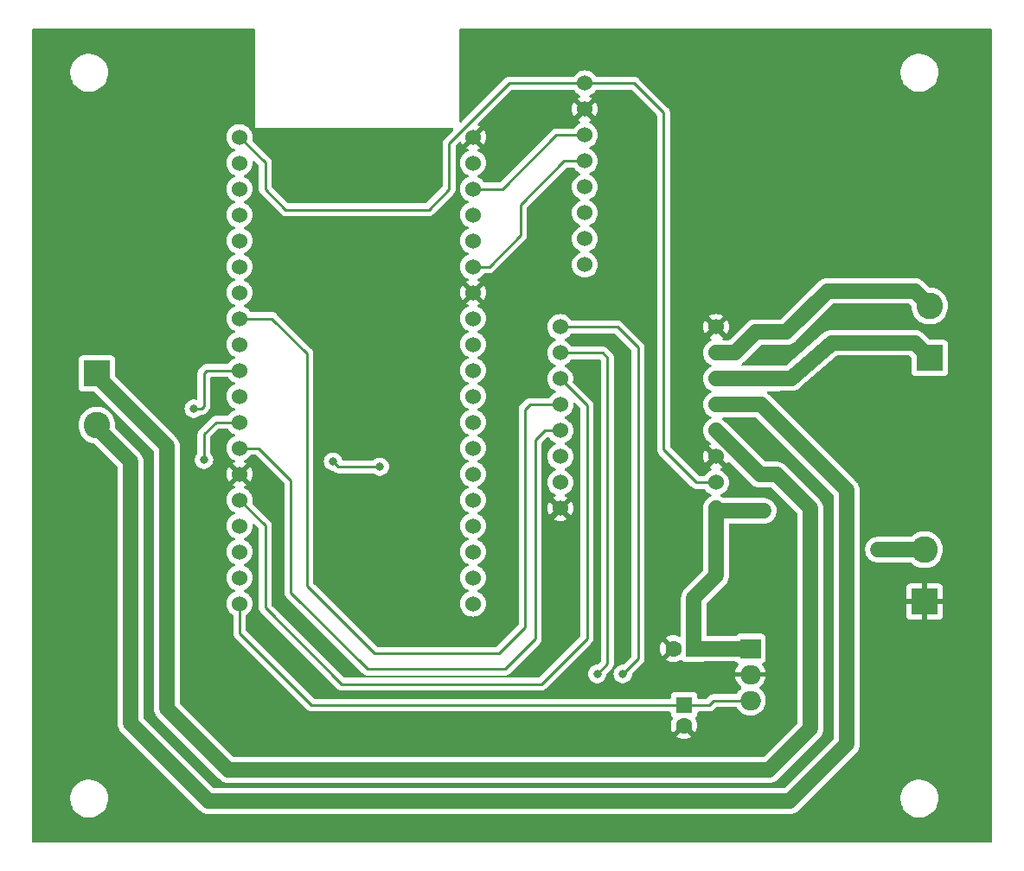
<source format=gbr>
%TF.GenerationSoftware,KiCad,Pcbnew,7.0.7*%
%TF.CreationDate,2024-04-18T14:37:36+02:00*%
%TF.ProjectId,Pendulo_invertido,50656e64-756c-46f5-9f69-6e7665727469,rev?*%
%TF.SameCoordinates,Original*%
%TF.FileFunction,Copper,L1,Top*%
%TF.FilePolarity,Positive*%
%FSLAX46Y46*%
G04 Gerber Fmt 4.6, Leading zero omitted, Abs format (unit mm)*
G04 Created by KiCad (PCBNEW 7.0.7) date 2024-04-18 14:37:36*
%MOMM*%
%LPD*%
G01*
G04 APERTURE LIST*
%TA.AperFunction,ComponentPad*%
%ADD10R,2.600000X2.600000*%
%TD*%
%TA.AperFunction,ComponentPad*%
%ADD11C,2.600000*%
%TD*%
%TA.AperFunction,ComponentPad*%
%ADD12C,1.524000*%
%TD*%
%TA.AperFunction,ComponentPad*%
%ADD13R,1.600000X1.600000*%
%TD*%
%TA.AperFunction,ComponentPad*%
%ADD14C,1.600000*%
%TD*%
%TA.AperFunction,ComponentPad*%
%ADD15R,2.000000X1.905000*%
%TD*%
%TA.AperFunction,ComponentPad*%
%ADD16O,2.000000X1.905000*%
%TD*%
%TA.AperFunction,ViaPad*%
%ADD17C,0.800000*%
%TD*%
%TA.AperFunction,Conductor*%
%ADD18C,1.500000*%
%TD*%
%TA.AperFunction,Conductor*%
%ADD19C,0.250000*%
%TD*%
G04 APERTURE END LIST*
D10*
%TO.P,J5,1,Pin_1*%
%TO.N,B01*%
X194056000Y-96520000D03*
D11*
%TO.P,J5,2,Pin_2*%
%TO.N,B02*%
X194056000Y-91440000D03*
%TD*%
D12*
%TO.P,U1,1,3V3*%
%TO.N,Net-(IC1-VCC)*%
X126484000Y-74880000D03*
%TO.P,U1,2,EN*%
%TO.N,unconnected-(U1-EN-Pad2)*%
X126484000Y-77420000D03*
%TO.P,U1,3,VP*%
%TO.N,unconnected-(U1-VP-Pad3)*%
X126484000Y-79960000D03*
%TO.P,U1,4,VN*%
%TO.N,unconnected-(U1-VN-Pad4)*%
X126484000Y-82500000D03*
%TO.P,U1,5,IO34*%
%TO.N,unconnected-(U1-IO34-Pad5)*%
X126484000Y-85040000D03*
%TO.P,U1,6,IO35*%
%TO.N,unconnected-(U1-IO35-Pad6)*%
X126484000Y-87580000D03*
%TO.P,U1,7,IO32*%
%TO.N,unconnected-(U1-IO32-Pad7)*%
X126484000Y-90120000D03*
%TO.P,U1,8,IO33*%
%TO.N,STBY*%
X126484000Y-92660000D03*
%TO.P,U1,9,IO25*%
%TO.N,PWMB*%
X126484000Y-95200000D03*
%TO.P,U1,10,IO26*%
%TO.N,PWMA*%
X126484000Y-97740000D03*
%TO.P,U1,11,IO27*%
%TO.N,BIN2*%
X126484000Y-100280000D03*
%TO.P,U1,12,IO14*%
%TO.N,AIN2*%
X126484000Y-102820000D03*
%TO.P,U1,13,IO12*%
%TO.N,BIN1*%
X126484000Y-105360000D03*
%TO.P,U1,14,GND*%
%TO.N,GND*%
X126484000Y-107900000D03*
%TO.P,U1,15,IO13*%
%TO.N,AIN1*%
X126484000Y-110440000D03*
%TO.P,U1,16,D2*%
%TO.N,unconnected-(U1-D2-Pad16)*%
X126484000Y-112980000D03*
%TO.P,U1,17,D3*%
%TO.N,unconnected-(U1-D3-Pad17)*%
X126484000Y-115520000D03*
%TO.P,U1,18,CMD*%
%TO.N,unconnected-(U1-CMD-Pad18)*%
X126484000Y-118060000D03*
%TO.P,U1,19,5V*%
%TO.N,Net-(U1-5V)*%
X126484000Y-120600000D03*
%TO.P,U1,20,CLK*%
%TO.N,unconnected-(U1-CLK-Pad20)*%
X149344000Y-120600000D03*
%TO.P,U1,21,D0*%
%TO.N,unconnected-(U1-D0-Pad21)*%
X149344000Y-118060000D03*
%TO.P,U1,22,D1*%
%TO.N,unconnected-(U1-D1-Pad22)*%
X149344000Y-115520000D03*
%TO.P,U1,23,IO15*%
%TO.N,unconnected-(U1-IO15-Pad23)*%
X149344000Y-112980000D03*
%TO.P,U1,24,IO2*%
%TO.N,unconnected-(U1-IO2-Pad24)*%
X149344000Y-110440000D03*
%TO.P,U1,25,IO0*%
%TO.N,unconnected-(U1-IO0-Pad25)*%
X149344000Y-107900000D03*
%TO.P,U1,26,IO4*%
%TO.N,unconnected-(U1-IO4-Pad26)*%
X149344000Y-105360000D03*
%TO.P,U1,27,IO16*%
%TO.N,unconnected-(U1-IO16-Pad27)*%
X149344000Y-102820000D03*
%TO.P,U1,28,IO17*%
%TO.N,unconnected-(U1-IO17-Pad28)*%
X149344000Y-100280000D03*
%TO.P,U1,29,IO5*%
%TO.N,unconnected-(U1-IO5-Pad29)*%
X149344000Y-97740000D03*
%TO.P,U1,30,IO18*%
%TO.N,unconnected-(U1-IO18-Pad30)*%
X149344000Y-95200000D03*
%TO.P,U1,31,IO19*%
%TO.N,unconnected-(U1-IO19-Pad31)*%
X149344000Y-92660000D03*
%TO.P,U1,32,GND*%
%TO.N,GND*%
X149344000Y-90120000D03*
%TO.P,U1,33,IO21*%
%TO.N,Net-(IC1-SDA)*%
X149344000Y-87580000D03*
%TO.P,U1,34,Bx*%
%TO.N,unconnected-(U1-Bx-Pad34)*%
X149344000Y-85040000D03*
%TO.P,U1,35,Tx*%
%TO.N,unconnected-(U1-Tx-Pad35)*%
X149344000Y-82500000D03*
%TO.P,U1,36,IO22*%
%TO.N,Net-(IC1-SCL)*%
X149344000Y-79960000D03*
%TO.P,U1,37,IO23*%
%TO.N,unconnected-(U1-IO23-Pad37)*%
X149344000Y-77420000D03*
%TO.P,U1,38,GND*%
%TO.N,GND*%
X149344000Y-74880000D03*
%TD*%
D10*
%TO.P,J1,1,Pin_1*%
%TO.N,GND*%
X193548000Y-120396000D03*
D11*
%TO.P,J1,2,Pin_2*%
%TO.N,Net-(J1-Pin_2)*%
X193548000Y-115316000D03*
%TD*%
D12*
%TO.P,U2,1,VM*%
%TO.N,Net-(J1-Pin_2)*%
X173120000Y-111263000D03*
%TO.P,U2,2,VCC*%
%TO.N,Net-(IC1-VCC)*%
X173120000Y-108723000D03*
%TO.P,U2,3,GND*%
%TO.N,GND*%
X173120000Y-106183000D03*
%TO.P,U2,4,A01*%
%TO.N,A01*%
X173120000Y-103643000D03*
%TO.P,U2,5,A02*%
%TO.N,A02*%
X173120000Y-101103000D03*
%TO.P,U2,6,B01*%
%TO.N,B01*%
X173120000Y-98563000D03*
%TO.P,U2,7,B01*%
%TO.N,B02*%
X173120000Y-96023000D03*
%TO.P,U2,8,GND*%
%TO.N,GND*%
X173120000Y-93483000D03*
%TO.P,U2,9,GND*%
X157880000Y-111263000D03*
%TO.P,U2,10,PWMB*%
%TO.N,PWMB*%
X157880000Y-108723000D03*
%TO.P,U2,11,BIN2*%
%TO.N,BIN2*%
X157880000Y-106183000D03*
%TO.P,U2,12,BIN1*%
%TO.N,BIN1*%
X157880000Y-103643000D03*
%TO.P,U2,13,STBY*%
%TO.N,STBY*%
X157880000Y-101103000D03*
%TO.P,U2,14,AIN1*%
%TO.N,AIN1*%
X157880000Y-98563000D03*
%TO.P,U2,15,AIN2*%
%TO.N,AIN2*%
X157880000Y-96023000D03*
%TO.P,U2,16,PWMA*%
%TO.N,PWMA*%
X157880000Y-93483000D03*
%TD*%
D13*
%TO.P,C2,1*%
%TO.N,Net-(U1-5V)*%
X170000000Y-130544888D03*
D14*
%TO.P,C2,2*%
%TO.N,GND*%
X170000000Y-132544888D03*
%TD*%
D15*
%TO.P,U3,1,VI*%
%TO.N,Net-(J1-Pin_2)*%
X176500000Y-125000000D03*
D16*
%TO.P,U3,2,GND*%
%TO.N,GND*%
X176500000Y-127540000D03*
%TO.P,U3,3,VO*%
%TO.N,Net-(U1-5V)*%
X176500000Y-130080000D03*
%TD*%
D12*
%TO.P,IC1,1,VCC*%
%TO.N,Net-(IC1-VCC)*%
X160285000Y-69610000D03*
%TO.P,IC1,2,GND*%
%TO.N,GND*%
X160285000Y-72150000D03*
%TO.P,IC1,3,SCL*%
%TO.N,Net-(IC1-SCL)*%
X160285000Y-74690000D03*
%TO.P,IC1,4,SDA*%
%TO.N,Net-(IC1-SDA)*%
X160285000Y-77230000D03*
%TO.P,IC1,5,XDA*%
%TO.N,unconnected-(IC1-XDA-Pad5)*%
X160285000Y-79770000D03*
%TO.P,IC1,6,XCL*%
%TO.N,unconnected-(IC1-XCL-Pad6)*%
X160285000Y-82310000D03*
%TO.P,IC1,7,ADO*%
%TO.N,unconnected-(IC1-ADO-Pad7)*%
X160285000Y-84850000D03*
%TO.P,IC1,8,INT*%
%TO.N,unconnected-(IC1-INT-Pad8)*%
X160285000Y-87390000D03*
%TD*%
D10*
%TO.P,J3,1,Pin_1*%
%TO.N,A01*%
X112522000Y-98044000D03*
D11*
%TO.P,J3,2,Pin_2*%
%TO.N,A02*%
X112522000Y-103124000D03*
%TD*%
D13*
%TO.P,C1,1*%
%TO.N,Net-(J1-Pin_2)*%
X170955113Y-125000000D03*
D14*
%TO.P,C1,2*%
%TO.N,GND*%
X168955113Y-125000000D03*
%TD*%
D17*
%TO.N,Net-(J1-Pin_2)*%
X188976000Y-115316000D03*
%TO.N,PWMA*%
X164000000Y-127500000D03*
X122000000Y-101500000D03*
%TO.N,BIN2*%
X140208000Y-107188000D03*
X135636000Y-106680000D03*
%TO.N,AIN2*%
X123000000Y-106500000D03*
X161500000Y-127500000D03*
%TO.N,Net-(J1-Pin_2)*%
X177800000Y-111500000D03*
%TD*%
D18*
%TO.N,Net-(J1-Pin_2)*%
X188976000Y-115316000D02*
X193548000Y-115316000D01*
%TO.N,A02*%
X177535000Y-101103000D02*
X173120000Y-101103000D01*
X185928000Y-109474000D02*
X177546000Y-101092000D01*
X180340000Y-139954000D02*
X185928000Y-134366000D01*
X123454000Y-139954000D02*
X180340000Y-139954000D01*
X115824000Y-132324000D02*
X123454000Y-139954000D01*
X177546000Y-101092000D02*
X177535000Y-101103000D01*
X185928000Y-134366000D02*
X185928000Y-109474000D01*
X112522000Y-103378000D02*
X115824000Y-106680000D01*
X115824000Y-106680000D02*
X115824000Y-132324000D01*
X112522000Y-103124000D02*
X112522000Y-103378000D01*
%TO.N,A01*%
X112522000Y-98298000D02*
X112522000Y-98044000D01*
X119380000Y-105156000D02*
X112522000Y-98298000D01*
X125406000Y-136906000D02*
X119380000Y-130880000D01*
X182372000Y-132842000D02*
X178308000Y-136906000D01*
X182372000Y-111252000D02*
X182372000Y-132842000D01*
X179080000Y-107960000D02*
X182372000Y-111252000D01*
X177437000Y-107960000D02*
X179080000Y-107960000D01*
X178308000Y-136906000D02*
X125406000Y-136906000D01*
X173120000Y-103643000D02*
X177437000Y-107960000D01*
X119380000Y-130880000D02*
X119380000Y-105156000D01*
%TO.N,Net-(J1-Pin_2)*%
X177800000Y-111500000D02*
X173357000Y-111500000D01*
X173357000Y-111500000D02*
X173120000Y-111263000D01*
%TO.N,B02*%
X192581000Y-89965000D02*
X194056000Y-91440000D01*
X184035000Y-89965000D02*
X192581000Y-89965000D01*
X180000000Y-94000000D02*
X184035000Y-89965000D01*
X177000000Y-94000000D02*
X180000000Y-94000000D01*
X174977000Y-96023000D02*
X177000000Y-94000000D01*
X173120000Y-96023000D02*
X174977000Y-96023000D01*
%TO.N,B01*%
X192581000Y-95045000D02*
X194056000Y-96520000D01*
X173120000Y-98563000D02*
X180500000Y-98500000D01*
X180500000Y-98500000D02*
X184455000Y-95045000D01*
X184455000Y-95045000D02*
X192581000Y-95045000D01*
D19*
%TO.N,Net-(U1-5V)*%
X172455112Y-130544888D02*
X170000000Y-130544888D01*
X172920000Y-130080000D02*
X172455112Y-130544888D01*
X170000000Y-130544888D02*
X133544888Y-130544888D01*
X176500000Y-130080000D02*
X172920000Y-130080000D01*
X133544888Y-130544888D02*
X126484000Y-123484000D01*
X126484000Y-123484000D02*
X126484000Y-120600000D01*
%TO.N,Net-(IC1-VCC)*%
X147000000Y-80000000D02*
X145000000Y-82000000D01*
X147000000Y-75500000D02*
X147000000Y-80000000D01*
X129000000Y-77396000D02*
X126484000Y-74880000D01*
X165110000Y-69610000D02*
X160285000Y-69610000D01*
X129000000Y-80000000D02*
X129000000Y-77396000D01*
X173120000Y-108723000D02*
X171223000Y-108723000D01*
X168000000Y-105500000D02*
X168000000Y-72500000D01*
X145000000Y-82000000D02*
X131000000Y-82000000D01*
X131000000Y-82000000D02*
X129000000Y-80000000D01*
X168000000Y-72500000D02*
X165110000Y-69610000D01*
X152890000Y-69610000D02*
X147000000Y-75500000D01*
X171223000Y-108723000D02*
X168000000Y-105500000D01*
X160285000Y-69610000D02*
X152890000Y-69610000D01*
%TO.N,Net-(IC1-SCL)*%
X152230000Y-79960000D02*
X157500000Y-74690000D01*
X149344000Y-79960000D02*
X152230000Y-79960000D01*
X157500000Y-74690000D02*
X160285000Y-74690000D01*
%TO.N,Net-(IC1-SDA)*%
X154000000Y-84500000D02*
X150920000Y-87580000D01*
X150920000Y-87580000D02*
X149344000Y-87580000D01*
X158270000Y-77230000D02*
X154000000Y-81500000D01*
X160285000Y-77230000D02*
X158270000Y-77230000D01*
X154000000Y-81500000D02*
X154000000Y-84500000D01*
%TO.N,STBY*%
X154432000Y-101568000D02*
X154432000Y-122936000D01*
X133096000Y-118872000D02*
X133096000Y-96096000D01*
X129660000Y-92660000D02*
X126484000Y-92660000D01*
X151892000Y-125476000D02*
X139700000Y-125476000D01*
X157880000Y-101103000D02*
X154897000Y-101103000D01*
X154432000Y-122936000D02*
X151892000Y-125476000D01*
X133096000Y-96096000D02*
X129660000Y-92660000D01*
X154897000Y-101103000D02*
X154432000Y-101568000D01*
X139700000Y-125476000D02*
X133096000Y-118872000D01*
%TO.N,PWMA*%
X165500000Y-126000000D02*
X164000000Y-127500000D01*
X157880000Y-93483000D02*
X163483000Y-93483000D01*
X123000000Y-98000000D02*
X123260000Y-97740000D01*
X123260000Y-97740000D02*
X126484000Y-97740000D01*
X165500000Y-95500000D02*
X165500000Y-126000000D01*
X163483000Y-93483000D02*
X165500000Y-95500000D01*
X122724000Y-101500000D02*
X123000000Y-101224000D01*
X123000000Y-101224000D02*
X123000000Y-98000000D01*
X122000000Y-101500000D02*
X122724000Y-101500000D01*
%TO.N,BIN2*%
X140208000Y-107188000D02*
X136144000Y-107188000D01*
X136144000Y-107188000D02*
X135636000Y-106680000D01*
%TO.N,AIN2*%
X124180000Y-102820000D02*
X126484000Y-102820000D01*
X162500000Y-126500000D02*
X161500000Y-127500000D01*
X123000000Y-104000000D02*
X124180000Y-102820000D01*
X123000000Y-106500000D02*
X123000000Y-104000000D01*
X162023000Y-96023000D02*
X162500000Y-96500000D01*
X162500000Y-96500000D02*
X162500000Y-126500000D01*
X157880000Y-96023000D02*
X162023000Y-96023000D01*
%TO.N,BIN1*%
X157880000Y-103643000D02*
X156357000Y-103643000D01*
X131500000Y-119500000D02*
X131500000Y-108500000D01*
X128360000Y-105360000D02*
X126484000Y-105360000D01*
X152500000Y-127000000D02*
X139000000Y-127000000D01*
X139000000Y-127000000D02*
X131500000Y-119500000D01*
X155448000Y-104552000D02*
X155448000Y-124052000D01*
X155448000Y-124052000D02*
X152500000Y-127000000D01*
X131500000Y-108500000D02*
X128360000Y-105360000D01*
X156357000Y-103643000D02*
X155448000Y-104552000D01*
%TO.N,AIN1*%
X129000000Y-112956000D02*
X126484000Y-110440000D01*
X156000000Y-128500000D02*
X136500000Y-128500000D01*
X136500000Y-128500000D02*
X129000000Y-121000000D01*
X160500000Y-124000000D02*
X156000000Y-128500000D01*
X160500000Y-101183000D02*
X160500000Y-124000000D01*
X129000000Y-121000000D02*
X129000000Y-112956000D01*
X157880000Y-98563000D02*
X160500000Y-101183000D01*
D18*
%TO.N,Net-(J1-Pin_2)*%
X170955113Y-120044887D02*
X170955113Y-125000000D01*
X176500000Y-125000000D02*
X170955113Y-125000000D01*
X173120000Y-117880000D02*
X170955113Y-120044887D01*
X173120000Y-111263000D02*
X173120000Y-117880000D01*
%TD*%
%TA.AperFunction,Conductor*%
%TO.N,GND*%
G36*
X127943039Y-64282185D02*
G01*
X127988794Y-64334989D01*
X128000000Y-64386499D01*
X128000000Y-74000000D01*
X147316047Y-74000000D01*
X147383086Y-74019685D01*
X147428841Y-74072489D01*
X147438785Y-74141647D01*
X147409760Y-74205203D01*
X147403728Y-74211681D01*
X146616208Y-74999199D01*
X146603951Y-75009020D01*
X146604134Y-75009241D01*
X146598123Y-75014213D01*
X146550772Y-75064636D01*
X146529889Y-75085519D01*
X146529877Y-75085532D01*
X146525621Y-75091017D01*
X146521837Y-75095447D01*
X146489937Y-75129418D01*
X146489936Y-75129420D01*
X146480284Y-75146976D01*
X146469610Y-75163226D01*
X146457329Y-75179061D01*
X146457324Y-75179068D01*
X146438815Y-75221838D01*
X146436245Y-75227084D01*
X146413803Y-75267906D01*
X146408822Y-75287307D01*
X146402521Y-75305710D01*
X146394562Y-75324102D01*
X146394561Y-75324105D01*
X146387271Y-75370127D01*
X146386087Y-75375846D01*
X146374501Y-75420972D01*
X146374500Y-75420982D01*
X146374500Y-75441016D01*
X146372973Y-75460415D01*
X146369840Y-75480194D01*
X146369840Y-75480195D01*
X146374225Y-75526583D01*
X146374500Y-75532421D01*
X146374500Y-79689546D01*
X146354815Y-79756585D01*
X146338181Y-79777227D01*
X144777228Y-81338181D01*
X144715905Y-81371666D01*
X144689547Y-81374500D01*
X131310453Y-81374500D01*
X131243414Y-81354815D01*
X131222772Y-81338181D01*
X129661819Y-79777228D01*
X129628334Y-79715905D01*
X129625500Y-79689547D01*
X129625500Y-77478737D01*
X129627224Y-77463123D01*
X129626938Y-77463096D01*
X129627672Y-77455333D01*
X129625500Y-77386203D01*
X129625500Y-77356651D01*
X129625500Y-77356650D01*
X129624629Y-77349759D01*
X129624172Y-77343945D01*
X129622709Y-77297373D01*
X129617121Y-77278139D01*
X129613174Y-77259081D01*
X129610664Y-77239208D01*
X129593507Y-77195875D01*
X129591614Y-77190346D01*
X129578618Y-77145614D01*
X129578617Y-77145610D01*
X129568420Y-77128368D01*
X129559863Y-77110902D01*
X129552486Y-77092268D01*
X129525083Y-77054550D01*
X129521900Y-77049705D01*
X129498170Y-77009579D01*
X129498165Y-77009573D01*
X129484005Y-76995413D01*
X129471370Y-76980620D01*
X129459593Y-76964412D01*
X129423693Y-76934713D01*
X129419381Y-76930790D01*
X127752385Y-75263795D01*
X127718901Y-75202472D01*
X127720293Y-75144018D01*
X127732069Y-75100072D01*
X127732069Y-75100070D01*
X127732070Y-75100068D01*
X127751323Y-74880000D01*
X127732070Y-74659932D01*
X127674894Y-74446550D01*
X127581534Y-74246339D01*
X127497654Y-74126545D01*
X127454827Y-74065381D01*
X127389446Y-74000000D01*
X127298620Y-73909174D01*
X127298616Y-73909171D01*
X127298615Y-73909170D01*
X127117666Y-73782468D01*
X127117662Y-73782466D01*
X126981931Y-73719174D01*
X126917450Y-73689106D01*
X126917447Y-73689105D01*
X126917445Y-73689104D01*
X126704070Y-73631930D01*
X126704062Y-73631929D01*
X126484002Y-73612677D01*
X126483998Y-73612677D01*
X126263937Y-73631929D01*
X126263929Y-73631930D01*
X126050554Y-73689104D01*
X126050548Y-73689107D01*
X125850340Y-73782465D01*
X125850338Y-73782466D01*
X125669377Y-73909175D01*
X125513175Y-74065377D01*
X125386466Y-74246338D01*
X125386465Y-74246340D01*
X125293107Y-74446548D01*
X125293104Y-74446554D01*
X125235930Y-74659929D01*
X125235929Y-74659937D01*
X125216677Y-74879997D01*
X125216677Y-74880002D01*
X125235929Y-75100062D01*
X125235930Y-75100070D01*
X125293104Y-75313445D01*
X125293105Y-75313447D01*
X125293106Y-75313450D01*
X125361637Y-75460415D01*
X125386466Y-75513662D01*
X125386468Y-75513666D01*
X125513170Y-75694615D01*
X125513175Y-75694621D01*
X125669378Y-75850824D01*
X125669384Y-75850829D01*
X125850333Y-75977531D01*
X125850335Y-75977532D01*
X125850338Y-75977534D01*
X125958274Y-76027865D01*
X125979189Y-76037618D01*
X126031628Y-76083790D01*
X126050780Y-76150984D01*
X126030564Y-76217865D01*
X125979189Y-76262382D01*
X125850340Y-76322465D01*
X125850338Y-76322466D01*
X125669377Y-76449175D01*
X125513175Y-76605377D01*
X125386466Y-76786338D01*
X125386465Y-76786340D01*
X125293107Y-76986548D01*
X125293104Y-76986554D01*
X125235930Y-77199929D01*
X125235929Y-77199937D01*
X125216677Y-77419997D01*
X125216677Y-77420002D01*
X125235929Y-77640062D01*
X125235930Y-77640070D01*
X125293104Y-77853445D01*
X125293105Y-77853447D01*
X125293106Y-77853450D01*
X125382247Y-78044615D01*
X125386466Y-78053662D01*
X125386468Y-78053666D01*
X125513170Y-78234615D01*
X125513175Y-78234621D01*
X125669378Y-78390824D01*
X125669384Y-78390829D01*
X125850333Y-78517531D01*
X125850335Y-78517532D01*
X125850338Y-78517534D01*
X125958274Y-78567865D01*
X125979189Y-78577618D01*
X126031628Y-78623790D01*
X126050780Y-78690984D01*
X126030564Y-78757865D01*
X125979189Y-78802382D01*
X125850340Y-78862465D01*
X125850338Y-78862466D01*
X125669377Y-78989175D01*
X125513175Y-79145377D01*
X125386466Y-79326338D01*
X125386465Y-79326340D01*
X125293107Y-79526548D01*
X125293104Y-79526554D01*
X125235930Y-79739929D01*
X125235929Y-79739937D01*
X125216677Y-79959997D01*
X125216677Y-79960002D01*
X125235929Y-80180062D01*
X125235930Y-80180070D01*
X125293104Y-80393445D01*
X125293105Y-80393447D01*
X125293106Y-80393450D01*
X125335842Y-80485098D01*
X125386466Y-80593662D01*
X125386468Y-80593666D01*
X125513170Y-80774615D01*
X125513175Y-80774621D01*
X125669378Y-80930824D01*
X125669384Y-80930829D01*
X125850333Y-81057531D01*
X125850335Y-81057532D01*
X125850338Y-81057534D01*
X125958274Y-81107865D01*
X125979189Y-81117618D01*
X126031628Y-81163790D01*
X126050780Y-81230984D01*
X126030564Y-81297865D01*
X125979189Y-81342382D01*
X125850340Y-81402465D01*
X125850338Y-81402466D01*
X125669377Y-81529175D01*
X125513175Y-81685377D01*
X125386466Y-81866338D01*
X125386465Y-81866340D01*
X125293107Y-82066548D01*
X125293104Y-82066554D01*
X125235930Y-82279929D01*
X125235929Y-82279937D01*
X125216677Y-82499997D01*
X125216677Y-82500002D01*
X125235929Y-82720062D01*
X125235930Y-82720070D01*
X125293104Y-82933445D01*
X125293105Y-82933447D01*
X125293106Y-82933450D01*
X125297868Y-82943662D01*
X125386466Y-83133662D01*
X125386468Y-83133666D01*
X125513170Y-83314615D01*
X125513175Y-83314621D01*
X125669378Y-83470824D01*
X125669384Y-83470829D01*
X125850333Y-83597531D01*
X125850335Y-83597532D01*
X125850338Y-83597534D01*
X125958274Y-83647865D01*
X125979189Y-83657618D01*
X126031628Y-83703790D01*
X126050780Y-83770984D01*
X126030564Y-83837865D01*
X125979189Y-83882382D01*
X125850340Y-83942465D01*
X125850338Y-83942466D01*
X125669377Y-84069175D01*
X125513175Y-84225377D01*
X125386466Y-84406338D01*
X125386465Y-84406340D01*
X125293107Y-84606548D01*
X125293104Y-84606554D01*
X125235930Y-84819929D01*
X125235929Y-84819937D01*
X125216677Y-85039997D01*
X125216677Y-85040002D01*
X125235929Y-85260062D01*
X125235930Y-85260070D01*
X125293104Y-85473445D01*
X125293105Y-85473447D01*
X125293106Y-85473450D01*
X125297868Y-85483662D01*
X125386466Y-85673662D01*
X125386468Y-85673666D01*
X125513170Y-85854615D01*
X125513175Y-85854621D01*
X125669378Y-86010824D01*
X125669384Y-86010829D01*
X125850333Y-86137531D01*
X125850335Y-86137532D01*
X125850338Y-86137534D01*
X125958274Y-86187865D01*
X125979189Y-86197618D01*
X126031628Y-86243790D01*
X126050780Y-86310984D01*
X126030564Y-86377865D01*
X125979189Y-86422382D01*
X125850340Y-86482465D01*
X125850338Y-86482466D01*
X125669377Y-86609175D01*
X125513175Y-86765377D01*
X125386466Y-86946338D01*
X125386465Y-86946340D01*
X125293107Y-87146548D01*
X125293104Y-87146554D01*
X125235930Y-87359929D01*
X125235929Y-87359937D01*
X125216677Y-87579997D01*
X125216677Y-87580002D01*
X125235929Y-87800062D01*
X125235930Y-87800070D01*
X125293104Y-88013445D01*
X125293105Y-88013447D01*
X125293106Y-88013450D01*
X125335842Y-88105098D01*
X125386466Y-88213662D01*
X125386468Y-88213666D01*
X125513170Y-88394615D01*
X125513175Y-88394621D01*
X125669378Y-88550824D01*
X125669384Y-88550829D01*
X125850333Y-88677531D01*
X125850335Y-88677532D01*
X125850338Y-88677534D01*
X125937712Y-88718277D01*
X125979189Y-88737618D01*
X126031628Y-88783790D01*
X126050780Y-88850984D01*
X126030564Y-88917865D01*
X125979189Y-88962382D01*
X125850340Y-89022465D01*
X125850338Y-89022466D01*
X125669377Y-89149175D01*
X125513175Y-89305377D01*
X125386466Y-89486338D01*
X125386465Y-89486340D01*
X125293107Y-89686548D01*
X125293104Y-89686554D01*
X125235930Y-89899929D01*
X125235929Y-89899937D01*
X125216677Y-90119997D01*
X125216677Y-90120002D01*
X125235929Y-90340062D01*
X125235930Y-90340070D01*
X125293104Y-90553445D01*
X125293105Y-90553447D01*
X125293106Y-90553450D01*
X125380027Y-90739854D01*
X125386466Y-90753662D01*
X125386468Y-90753666D01*
X125513170Y-90934615D01*
X125513175Y-90934621D01*
X125669378Y-91090824D01*
X125669384Y-91090829D01*
X125850333Y-91217531D01*
X125850335Y-91217532D01*
X125850338Y-91217534D01*
X125923863Y-91251819D01*
X125979189Y-91277618D01*
X126031628Y-91323790D01*
X126050780Y-91390984D01*
X126030564Y-91457865D01*
X125979189Y-91502382D01*
X125850340Y-91562465D01*
X125850338Y-91562466D01*
X125669377Y-91689175D01*
X125513175Y-91845377D01*
X125386466Y-92026338D01*
X125386465Y-92026340D01*
X125293107Y-92226548D01*
X125293104Y-92226554D01*
X125235930Y-92439929D01*
X125235929Y-92439937D01*
X125216677Y-92659997D01*
X125216677Y-92660002D01*
X125235929Y-92880062D01*
X125235930Y-92880070D01*
X125293104Y-93093445D01*
X125293105Y-93093447D01*
X125293106Y-93093450D01*
X125372139Y-93262937D01*
X125386466Y-93293662D01*
X125386468Y-93293666D01*
X125513170Y-93474615D01*
X125513175Y-93474621D01*
X125669378Y-93630824D01*
X125669384Y-93630829D01*
X125850333Y-93757531D01*
X125850335Y-93757532D01*
X125850338Y-93757534D01*
X125950131Y-93804068D01*
X125979189Y-93817618D01*
X126031628Y-93863790D01*
X126050780Y-93930984D01*
X126030564Y-93997865D01*
X125979189Y-94042382D01*
X125850340Y-94102465D01*
X125850338Y-94102466D01*
X125669377Y-94229175D01*
X125513175Y-94385377D01*
X125386466Y-94566338D01*
X125386465Y-94566340D01*
X125293107Y-94766548D01*
X125293104Y-94766554D01*
X125235930Y-94979929D01*
X125235929Y-94979937D01*
X125216677Y-95199997D01*
X125216677Y-95200002D01*
X125235929Y-95420062D01*
X125235930Y-95420070D01*
X125293104Y-95633445D01*
X125293105Y-95633447D01*
X125293106Y-95633450D01*
X125372139Y-95802937D01*
X125386466Y-95833662D01*
X125386468Y-95833666D01*
X125513170Y-96014615D01*
X125513175Y-96014621D01*
X125669378Y-96170824D01*
X125669384Y-96170829D01*
X125850333Y-96297531D01*
X125850335Y-96297532D01*
X125850338Y-96297534D01*
X125923863Y-96331819D01*
X125979189Y-96357618D01*
X126031628Y-96403790D01*
X126050780Y-96470984D01*
X126030564Y-96537865D01*
X125979189Y-96582382D01*
X125850340Y-96642465D01*
X125850338Y-96642466D01*
X125669377Y-96769175D01*
X125513175Y-96925377D01*
X125417776Y-97061623D01*
X125363199Y-97105248D01*
X125316201Y-97114500D01*
X123342743Y-97114500D01*
X123327122Y-97112775D01*
X123327095Y-97113061D01*
X123319333Y-97112326D01*
X123250172Y-97114500D01*
X123220649Y-97114500D01*
X123213778Y-97115367D01*
X123207959Y-97115825D01*
X123161374Y-97117289D01*
X123161368Y-97117290D01*
X123142126Y-97122880D01*
X123123087Y-97126823D01*
X123103217Y-97129334D01*
X123103203Y-97129337D01*
X123059883Y-97146488D01*
X123054358Y-97148380D01*
X123009613Y-97161380D01*
X123009610Y-97161381D01*
X122992366Y-97171579D01*
X122974905Y-97180133D01*
X122956274Y-97187510D01*
X122956262Y-97187517D01*
X122918570Y-97214902D01*
X122913687Y-97218109D01*
X122873580Y-97241829D01*
X122859414Y-97255995D01*
X122844624Y-97268627D01*
X122828414Y-97280404D01*
X122828408Y-97280410D01*
X122798711Y-97316308D01*
X122794778Y-97320630D01*
X122616206Y-97499201D01*
X122603943Y-97509027D01*
X122604126Y-97509248D01*
X122598120Y-97514216D01*
X122550771Y-97564637D01*
X122529889Y-97585519D01*
X122529877Y-97585532D01*
X122525621Y-97591017D01*
X122521837Y-97595447D01*
X122489937Y-97629418D01*
X122489936Y-97629420D01*
X122480284Y-97646976D01*
X122469610Y-97663226D01*
X122457329Y-97679061D01*
X122457324Y-97679068D01*
X122438815Y-97721838D01*
X122436245Y-97727084D01*
X122413803Y-97767906D01*
X122408822Y-97787307D01*
X122402521Y-97805710D01*
X122394562Y-97824102D01*
X122394561Y-97824105D01*
X122387271Y-97870127D01*
X122386087Y-97875846D01*
X122374501Y-97920972D01*
X122374500Y-97920982D01*
X122374500Y-97941016D01*
X122372973Y-97960415D01*
X122369840Y-97980194D01*
X122369840Y-97980195D01*
X122374225Y-98026583D01*
X122374500Y-98032421D01*
X122374500Y-100505857D01*
X122354815Y-100572896D01*
X122302011Y-100618651D01*
X122232853Y-100628595D01*
X122224720Y-100627147D01*
X122094647Y-100599500D01*
X122094646Y-100599500D01*
X121905354Y-100599500D01*
X121880288Y-100604828D01*
X121720197Y-100638855D01*
X121720192Y-100638857D01*
X121547270Y-100715848D01*
X121547265Y-100715851D01*
X121394129Y-100827111D01*
X121267466Y-100967785D01*
X121172821Y-101131715D01*
X121172818Y-101131722D01*
X121120574Y-101292514D01*
X121114326Y-101311744D01*
X121094540Y-101500000D01*
X121114326Y-101688256D01*
X121114327Y-101688259D01*
X121172818Y-101868277D01*
X121172821Y-101868284D01*
X121267467Y-102032216D01*
X121353417Y-102127673D01*
X121394129Y-102172888D01*
X121547265Y-102284148D01*
X121547270Y-102284151D01*
X121720192Y-102361142D01*
X121720197Y-102361144D01*
X121905354Y-102400500D01*
X121905355Y-102400500D01*
X122094644Y-102400500D01*
X122094646Y-102400500D01*
X122279803Y-102361144D01*
X122452730Y-102284151D01*
X122605871Y-102172888D01*
X122610664Y-102167564D01*
X122670147Y-102130916D01*
X122698917Y-102126596D01*
X122731786Y-102125563D01*
X122733815Y-102125500D01*
X122763347Y-102125500D01*
X122763350Y-102125500D01*
X122770228Y-102124630D01*
X122776041Y-102124172D01*
X122822627Y-102122709D01*
X122841869Y-102117117D01*
X122860912Y-102113174D01*
X122880792Y-102110664D01*
X122924122Y-102093507D01*
X122929646Y-102091617D01*
X122933396Y-102090527D01*
X122974390Y-102078618D01*
X122991629Y-102068422D01*
X123009103Y-102059862D01*
X123027727Y-102052488D01*
X123027727Y-102052487D01*
X123027732Y-102052486D01*
X123065449Y-102025082D01*
X123070305Y-102021892D01*
X123110420Y-101998170D01*
X123124589Y-101983999D01*
X123139379Y-101971368D01*
X123155587Y-101959594D01*
X123185289Y-101923688D01*
X123189211Y-101919377D01*
X123383788Y-101724801D01*
X123396050Y-101714979D01*
X123395867Y-101714758D01*
X123401876Y-101709787D01*
X123449227Y-101659363D01*
X123470115Y-101638476D01*
X123470115Y-101638475D01*
X123470120Y-101638471D01*
X123474379Y-101632978D01*
X123478152Y-101628561D01*
X123510062Y-101594582D01*
X123519715Y-101577020D01*
X123530389Y-101560770D01*
X123542673Y-101544936D01*
X123561180Y-101502167D01*
X123563749Y-101496924D01*
X123568121Y-101488972D01*
X123586197Y-101456092D01*
X123591177Y-101436691D01*
X123597478Y-101418288D01*
X123605438Y-101399896D01*
X123612730Y-101353849D01*
X123613911Y-101348152D01*
X123617055Y-101335908D01*
X123625500Y-101303019D01*
X123625500Y-101282982D01*
X123627027Y-101263582D01*
X123629047Y-101250829D01*
X123630160Y-101243804D01*
X123625775Y-101197415D01*
X123625500Y-101191577D01*
X123625500Y-98489500D01*
X123645185Y-98422461D01*
X123697989Y-98376706D01*
X123749500Y-98365500D01*
X125316200Y-98365500D01*
X125383239Y-98385185D01*
X125417775Y-98418376D01*
X125513174Y-98554620D01*
X125513175Y-98554621D01*
X125669378Y-98710824D01*
X125669384Y-98710829D01*
X125850333Y-98837531D01*
X125850335Y-98837532D01*
X125850338Y-98837534D01*
X125953142Y-98885472D01*
X125979189Y-98897618D01*
X126031628Y-98943790D01*
X126050780Y-99010984D01*
X126030564Y-99077865D01*
X125979189Y-99122382D01*
X125850340Y-99182465D01*
X125850338Y-99182466D01*
X125669377Y-99309175D01*
X125513175Y-99465377D01*
X125386466Y-99646338D01*
X125386465Y-99646340D01*
X125337892Y-99750506D01*
X125297051Y-99838091D01*
X125293107Y-99846548D01*
X125293104Y-99846554D01*
X125235930Y-100059929D01*
X125235929Y-100059937D01*
X125216677Y-100279997D01*
X125216677Y-100280002D01*
X125235929Y-100500062D01*
X125235930Y-100500070D01*
X125293104Y-100713445D01*
X125293105Y-100713447D01*
X125293106Y-100713450D01*
X125372139Y-100882937D01*
X125386466Y-100913662D01*
X125386468Y-100913666D01*
X125513170Y-101094615D01*
X125513175Y-101094621D01*
X125669378Y-101250824D01*
X125669384Y-101250829D01*
X125850333Y-101377531D01*
X125850335Y-101377532D01*
X125850338Y-101377534D01*
X125956933Y-101427240D01*
X125979189Y-101437618D01*
X126031628Y-101483790D01*
X126050780Y-101550984D01*
X126030564Y-101617865D01*
X125979189Y-101662382D01*
X125850340Y-101722465D01*
X125850338Y-101722466D01*
X125669377Y-101849175D01*
X125513175Y-102005377D01*
X125417776Y-102141623D01*
X125363199Y-102185248D01*
X125316201Y-102194500D01*
X124262743Y-102194500D01*
X124247122Y-102192775D01*
X124247096Y-102193061D01*
X124239334Y-102192327D01*
X124239333Y-102192327D01*
X124170186Y-102194500D01*
X124140649Y-102194500D01*
X124133766Y-102195369D01*
X124127949Y-102195826D01*
X124081373Y-102197290D01*
X124062129Y-102202881D01*
X124043079Y-102206825D01*
X124023211Y-102209334D01*
X123979884Y-102226488D01*
X123974358Y-102228379D01*
X123929614Y-102241379D01*
X123929610Y-102241381D01*
X123912366Y-102251579D01*
X123894905Y-102260133D01*
X123876274Y-102267510D01*
X123876262Y-102267517D01*
X123838570Y-102294902D01*
X123833687Y-102298109D01*
X123793580Y-102321829D01*
X123779414Y-102335995D01*
X123764624Y-102348627D01*
X123748414Y-102360404D01*
X123748411Y-102360407D01*
X123718710Y-102396309D01*
X123714777Y-102400631D01*
X122616208Y-103499199D01*
X122603951Y-103509020D01*
X122604134Y-103509241D01*
X122598123Y-103514213D01*
X122550772Y-103564636D01*
X122529889Y-103585519D01*
X122529877Y-103585532D01*
X122525621Y-103591017D01*
X122521837Y-103595447D01*
X122489937Y-103629418D01*
X122489936Y-103629420D01*
X122480284Y-103646976D01*
X122469610Y-103663226D01*
X122457329Y-103679061D01*
X122457324Y-103679068D01*
X122438815Y-103721838D01*
X122436245Y-103727084D01*
X122413803Y-103767906D01*
X122408822Y-103787307D01*
X122402521Y-103805710D01*
X122394562Y-103824102D01*
X122394561Y-103824105D01*
X122387271Y-103870127D01*
X122386087Y-103875846D01*
X122374501Y-103920972D01*
X122374500Y-103920982D01*
X122374500Y-103941016D01*
X122372973Y-103960415D01*
X122369840Y-103980194D01*
X122369840Y-103980195D01*
X122374225Y-104026583D01*
X122374500Y-104032421D01*
X122374500Y-105801312D01*
X122354815Y-105868351D01*
X122342650Y-105884284D01*
X122267466Y-105967784D01*
X122172821Y-106131715D01*
X122172818Y-106131722D01*
X122133592Y-106252449D01*
X122114326Y-106311744D01*
X122094540Y-106500000D01*
X122114326Y-106688256D01*
X122114327Y-106688259D01*
X122172818Y-106868277D01*
X122172821Y-106868284D01*
X122267467Y-107032216D01*
X122376968Y-107153829D01*
X122394129Y-107172888D01*
X122547265Y-107284148D01*
X122547270Y-107284151D01*
X122720192Y-107361142D01*
X122720197Y-107361144D01*
X122905354Y-107400500D01*
X122905355Y-107400500D01*
X123094644Y-107400500D01*
X123094646Y-107400500D01*
X123279803Y-107361144D01*
X123452730Y-107284151D01*
X123605871Y-107172888D01*
X123732533Y-107032216D01*
X123827179Y-106868284D01*
X123885674Y-106688256D01*
X123905460Y-106500000D01*
X123885674Y-106311744D01*
X123827179Y-106131716D01*
X123732533Y-105967784D01*
X123726684Y-105961288D01*
X123657350Y-105884284D01*
X123627120Y-105821292D01*
X123625500Y-105801312D01*
X123625500Y-104310452D01*
X123645185Y-104243413D01*
X123661819Y-104222771D01*
X124402772Y-103481819D01*
X124464095Y-103448334D01*
X124490453Y-103445500D01*
X125316200Y-103445500D01*
X125383239Y-103465185D01*
X125417775Y-103498376D01*
X125513174Y-103634620D01*
X125513175Y-103634621D01*
X125669378Y-103790824D01*
X125669384Y-103790829D01*
X125850333Y-103917531D01*
X125850335Y-103917532D01*
X125850338Y-103917534D01*
X125900696Y-103941016D01*
X125979189Y-103977618D01*
X126031628Y-104023790D01*
X126050780Y-104090984D01*
X126030564Y-104157865D01*
X125979189Y-104202382D01*
X125850340Y-104262465D01*
X125850338Y-104262466D01*
X125669377Y-104389175D01*
X125513175Y-104545377D01*
X125386466Y-104726338D01*
X125386465Y-104726340D01*
X125293107Y-104926548D01*
X125293104Y-104926554D01*
X125235930Y-105139929D01*
X125235929Y-105139937D01*
X125216677Y-105359997D01*
X125216677Y-105360002D01*
X125235929Y-105580062D01*
X125235930Y-105580070D01*
X125293104Y-105793445D01*
X125293105Y-105793447D01*
X125293106Y-105793450D01*
X125372139Y-105962937D01*
X125386466Y-105993662D01*
X125386468Y-105993666D01*
X125513170Y-106174615D01*
X125513175Y-106174621D01*
X125669378Y-106330824D01*
X125669384Y-106330829D01*
X125850333Y-106457531D01*
X125850335Y-106457532D01*
X125850338Y-106457534D01*
X125923702Y-106491744D01*
X125979781Y-106517894D01*
X126032220Y-106564066D01*
X126051372Y-106631260D01*
X126031156Y-106698141D01*
X125979781Y-106742658D01*
X125850586Y-106802903D01*
X125785812Y-106848257D01*
X125785812Y-106848258D01*
X126217698Y-107280144D01*
X126251183Y-107341467D01*
X126246199Y-107411159D01*
X126211221Y-107461537D01*
X126094604Y-107562587D01*
X126059810Y-107616728D01*
X126007005Y-107662482D01*
X125937846Y-107672425D01*
X125874291Y-107643399D01*
X125867814Y-107637368D01*
X125432258Y-107201811D01*
X125432257Y-107201812D01*
X125386903Y-107266586D01*
X125293579Y-107466720D01*
X125293575Y-107466729D01*
X125236426Y-107680013D01*
X125236424Y-107680023D01*
X125217179Y-107899999D01*
X125217179Y-107900000D01*
X125236424Y-108119976D01*
X125236426Y-108119986D01*
X125293575Y-108333270D01*
X125293580Y-108333284D01*
X125386899Y-108533407D01*
X125386900Y-108533409D01*
X125432258Y-108598187D01*
X125867814Y-108162630D01*
X125929137Y-108129145D01*
X125998828Y-108134129D01*
X126054762Y-108176000D01*
X126059806Y-108183266D01*
X126094605Y-108237413D01*
X126205431Y-108333445D01*
X126211219Y-108338460D01*
X126248993Y-108397239D01*
X126248993Y-108467108D01*
X126217697Y-108519854D01*
X125785811Y-108951740D01*
X125785811Y-108951741D01*
X125850582Y-108997094D01*
X125850588Y-108997098D01*
X125979781Y-109057342D01*
X126032220Y-109103514D01*
X126051372Y-109170708D01*
X126031156Y-109237589D01*
X125979781Y-109282106D01*
X125850340Y-109342465D01*
X125850338Y-109342466D01*
X125669377Y-109469175D01*
X125513175Y-109625377D01*
X125386466Y-109806338D01*
X125386465Y-109806340D01*
X125293107Y-110006548D01*
X125293104Y-110006554D01*
X125235930Y-110219929D01*
X125235929Y-110219937D01*
X125216677Y-110439997D01*
X125216677Y-110440002D01*
X125235929Y-110660062D01*
X125235930Y-110660070D01*
X125293104Y-110873445D01*
X125293105Y-110873447D01*
X125293106Y-110873450D01*
X125372139Y-111042937D01*
X125386466Y-111073662D01*
X125386468Y-111073666D01*
X125513170Y-111254615D01*
X125513175Y-111254621D01*
X125669378Y-111410824D01*
X125669384Y-111410829D01*
X125850333Y-111537531D01*
X125850335Y-111537532D01*
X125850338Y-111537534D01*
X125969748Y-111593215D01*
X125979189Y-111597618D01*
X126031628Y-111643790D01*
X126050780Y-111710984D01*
X126030564Y-111777865D01*
X125979189Y-111822382D01*
X125850340Y-111882465D01*
X125850338Y-111882466D01*
X125669377Y-112009175D01*
X125513175Y-112165377D01*
X125386466Y-112346338D01*
X125386465Y-112346340D01*
X125293107Y-112546548D01*
X125293104Y-112546554D01*
X125235930Y-112759929D01*
X125235929Y-112759937D01*
X125216677Y-112979997D01*
X125216677Y-112980002D01*
X125235929Y-113200062D01*
X125235930Y-113200070D01*
X125293104Y-113413445D01*
X125293105Y-113413447D01*
X125293106Y-113413450D01*
X125359447Y-113555720D01*
X125386466Y-113613662D01*
X125386468Y-113613666D01*
X125513170Y-113794615D01*
X125513175Y-113794621D01*
X125669378Y-113950824D01*
X125669384Y-113950829D01*
X125850333Y-114077531D01*
X125850335Y-114077532D01*
X125850338Y-114077534D01*
X125969748Y-114133215D01*
X125979189Y-114137618D01*
X126031628Y-114183790D01*
X126050780Y-114250984D01*
X126030564Y-114317865D01*
X125979189Y-114362382D01*
X125850340Y-114422465D01*
X125850338Y-114422466D01*
X125669377Y-114549175D01*
X125513175Y-114705377D01*
X125386466Y-114886338D01*
X125386465Y-114886340D01*
X125293107Y-115086548D01*
X125293104Y-115086554D01*
X125235930Y-115299929D01*
X125235929Y-115299937D01*
X125216677Y-115519997D01*
X125216677Y-115520002D01*
X125235929Y-115740062D01*
X125235930Y-115740070D01*
X125293104Y-115953445D01*
X125293105Y-115953447D01*
X125293106Y-115953450D01*
X125361163Y-116099400D01*
X125386466Y-116153662D01*
X125386468Y-116153666D01*
X125513170Y-116334615D01*
X125513175Y-116334621D01*
X125669378Y-116490824D01*
X125669384Y-116490829D01*
X125850333Y-116617531D01*
X125850335Y-116617532D01*
X125850338Y-116617534D01*
X125969748Y-116673215D01*
X125979189Y-116677618D01*
X126031628Y-116723790D01*
X126050780Y-116790984D01*
X126030564Y-116857865D01*
X125979189Y-116902382D01*
X125850340Y-116962465D01*
X125850338Y-116962466D01*
X125669377Y-117089175D01*
X125513175Y-117245377D01*
X125386466Y-117426338D01*
X125386465Y-117426340D01*
X125293107Y-117626548D01*
X125293104Y-117626554D01*
X125235930Y-117839929D01*
X125235929Y-117839937D01*
X125216677Y-118059997D01*
X125216677Y-118060002D01*
X125235929Y-118280062D01*
X125235930Y-118280070D01*
X125293104Y-118493445D01*
X125293105Y-118493447D01*
X125293106Y-118493450D01*
X125385774Y-118692179D01*
X125386466Y-118693662D01*
X125386468Y-118693666D01*
X125513170Y-118874615D01*
X125513175Y-118874621D01*
X125669378Y-119030824D01*
X125669384Y-119030829D01*
X125850333Y-119157531D01*
X125850335Y-119157532D01*
X125850338Y-119157534D01*
X125942175Y-119200358D01*
X125979189Y-119217618D01*
X126031628Y-119263790D01*
X126050780Y-119330984D01*
X126030564Y-119397865D01*
X125979189Y-119442382D01*
X125850340Y-119502465D01*
X125850338Y-119502466D01*
X125669377Y-119629175D01*
X125513175Y-119785377D01*
X125386466Y-119966338D01*
X125386465Y-119966340D01*
X125293107Y-120166548D01*
X125293104Y-120166554D01*
X125235930Y-120379929D01*
X125235929Y-120379937D01*
X125216677Y-120599997D01*
X125216677Y-120600002D01*
X125235929Y-120820062D01*
X125235930Y-120820070D01*
X125293104Y-121033445D01*
X125293105Y-121033447D01*
X125293106Y-121033450D01*
X125386466Y-121233661D01*
X125386466Y-121233662D01*
X125386468Y-121233666D01*
X125513170Y-121414615D01*
X125513175Y-121414621D01*
X125669378Y-121570824D01*
X125669384Y-121570829D01*
X125805623Y-121666224D01*
X125849248Y-121720801D01*
X125858500Y-121767799D01*
X125858500Y-123401255D01*
X125856775Y-123416872D01*
X125857061Y-123416899D01*
X125856326Y-123424665D01*
X125858500Y-123493814D01*
X125858500Y-123523343D01*
X125858501Y-123523360D01*
X125859368Y-123530231D01*
X125859826Y-123536050D01*
X125861290Y-123582624D01*
X125861291Y-123582627D01*
X125866880Y-123601867D01*
X125870824Y-123620911D01*
X125873336Y-123640792D01*
X125879017Y-123655141D01*
X125890490Y-123684119D01*
X125892382Y-123689647D01*
X125904052Y-123729815D01*
X125905382Y-123734390D01*
X125909694Y-123741682D01*
X125915580Y-123751634D01*
X125924136Y-123769100D01*
X125931514Y-123787732D01*
X125946664Y-123808585D01*
X125958898Y-123825423D01*
X125962106Y-123830307D01*
X125985827Y-123870416D01*
X125985833Y-123870424D01*
X125999990Y-123884580D01*
X126012628Y-123899376D01*
X126024405Y-123915586D01*
X126024406Y-123915587D01*
X126060309Y-123945288D01*
X126064620Y-123949210D01*
X129554638Y-127439228D01*
X133044082Y-130928672D01*
X133053907Y-130940936D01*
X133054128Y-130940754D01*
X133059098Y-130946761D01*
X133059101Y-130946764D01*
X133059102Y-130946765D01*
X133109539Y-130994129D01*
X133130418Y-131015008D01*
X133135892Y-131019254D01*
X133140330Y-131023044D01*
X133174306Y-131054950D01*
X133174310Y-131054952D01*
X133191861Y-131064601D01*
X133208119Y-131075280D01*
X133223952Y-131087562D01*
X133245903Y-131097060D01*
X133266725Y-131106071D01*
X133271969Y-131108640D01*
X133312796Y-131131085D01*
X133332200Y-131136067D01*
X133350598Y-131142366D01*
X133368993Y-131150326D01*
X133415017Y-131157614D01*
X133420720Y-131158795D01*
X133465869Y-131170388D01*
X133485904Y-131170388D01*
X133505301Y-131171914D01*
X133525084Y-131175048D01*
X133571471Y-131170663D01*
X133577310Y-131170388D01*
X168575501Y-131170388D01*
X168642540Y-131190073D01*
X168688295Y-131242877D01*
X168699501Y-131294388D01*
X168699501Y-131392764D01*
X168705908Y-131452371D01*
X168756202Y-131587216D01*
X168756206Y-131587223D01*
X168842452Y-131702432D01*
X168842453Y-131702432D01*
X168842454Y-131702434D01*
X168851545Y-131709239D01*
X168893416Y-131765170D01*
X168898402Y-131834862D01*
X168878813Y-131879624D01*
X168869871Y-131892395D01*
X168869868Y-131892400D01*
X168773734Y-132098561D01*
X168773730Y-132098570D01*
X168714860Y-132318277D01*
X168714858Y-132318288D01*
X168695034Y-132544885D01*
X168695034Y-132544890D01*
X168714858Y-132771487D01*
X168714860Y-132771498D01*
X168773730Y-132991205D01*
X168773734Y-132991214D01*
X168869865Y-133197369D01*
X168869866Y-133197371D01*
X168920973Y-133270359D01*
X168920973Y-133270360D01*
X169462580Y-132728753D01*
X169523903Y-132695268D01*
X169593594Y-132700252D01*
X169649528Y-132742123D01*
X169660742Y-132760134D01*
X169666527Y-132771487D01*
X169672358Y-132782932D01*
X169672363Y-132782938D01*
X169761949Y-132872524D01*
X169761951Y-132872525D01*
X169761955Y-132872529D01*
X169784747Y-132884142D01*
X169835542Y-132932116D01*
X169852337Y-132999937D01*
X169829799Y-133066072D01*
X169816132Y-133082307D01*
X169274526Y-133623913D01*
X169274526Y-133623914D01*
X169347512Y-133675019D01*
X169347516Y-133675021D01*
X169553673Y-133771153D01*
X169553682Y-133771157D01*
X169773389Y-133830027D01*
X169773400Y-133830029D01*
X169999998Y-133849854D01*
X170000002Y-133849854D01*
X170226599Y-133830029D01*
X170226610Y-133830027D01*
X170446317Y-133771157D01*
X170446331Y-133771152D01*
X170652478Y-133675024D01*
X170725472Y-133623913D01*
X170183866Y-133082307D01*
X170150381Y-133020984D01*
X170155365Y-132951292D01*
X170197237Y-132895359D01*
X170215245Y-132884146D01*
X170238045Y-132872529D01*
X170327641Y-132782933D01*
X170339254Y-132760140D01*
X170387225Y-132709346D01*
X170455046Y-132692549D01*
X170521181Y-132715085D01*
X170537419Y-132728754D01*
X171079025Y-133270360D01*
X171130136Y-133197366D01*
X171226264Y-132991219D01*
X171226269Y-132991205D01*
X171285139Y-132771498D01*
X171285141Y-132771487D01*
X171304966Y-132544890D01*
X171304966Y-132544885D01*
X171285141Y-132318288D01*
X171285139Y-132318277D01*
X171226269Y-132098570D01*
X171226265Y-132098561D01*
X171130134Y-131892406D01*
X171130130Y-131892400D01*
X171121188Y-131879628D01*
X171098861Y-131813422D01*
X171115873Y-131745655D01*
X171148454Y-131709239D01*
X171157546Y-131702434D01*
X171243796Y-131587219D01*
X171294091Y-131452371D01*
X171300500Y-131392761D01*
X171300500Y-131294388D01*
X171320185Y-131227349D01*
X171372989Y-131181594D01*
X171424500Y-131170388D01*
X172372369Y-131170388D01*
X172387989Y-131172112D01*
X172388016Y-131171827D01*
X172395772Y-131172559D01*
X172395779Y-131172561D01*
X172464926Y-131170388D01*
X172494462Y-131170388D01*
X172501340Y-131169518D01*
X172507153Y-131169060D01*
X172553739Y-131167597D01*
X172572981Y-131162005D01*
X172592024Y-131158062D01*
X172611904Y-131155552D01*
X172655234Y-131138395D01*
X172660758Y-131136505D01*
X172664508Y-131135415D01*
X172705502Y-131123506D01*
X172722741Y-131113310D01*
X172740215Y-131104750D01*
X172758839Y-131097376D01*
X172758839Y-131097375D01*
X172758844Y-131097374D01*
X172796561Y-131069970D01*
X172801417Y-131066780D01*
X172841532Y-131043058D01*
X172855701Y-131028887D01*
X172870491Y-131016256D01*
X172886699Y-131004482D01*
X172916407Y-130968569D01*
X172920319Y-130964269D01*
X173142772Y-130741818D01*
X173204097Y-130708334D01*
X173230454Y-130705500D01*
X175064991Y-130705500D01*
X175132030Y-130725185D01*
X175174046Y-130770482D01*
X175231929Y-130877441D01*
X175265066Y-130920015D01*
X175379829Y-131067463D01*
X175556990Y-131230551D01*
X175758578Y-131362255D01*
X175979095Y-131458983D01*
X176212524Y-131518095D01*
X176392400Y-131533000D01*
X176392402Y-131533000D01*
X176607598Y-131533000D01*
X176607600Y-131533000D01*
X176787476Y-131518095D01*
X177020905Y-131458983D01*
X177241422Y-131362255D01*
X177443010Y-131230551D01*
X177620171Y-131067463D01*
X177768072Y-130877439D01*
X177882679Y-130665664D01*
X177960866Y-130437913D01*
X178000500Y-130200399D01*
X178000500Y-129959601D01*
X177960866Y-129722087D01*
X177952259Y-129697017D01*
X177894069Y-129527514D01*
X177882679Y-129494336D01*
X177768072Y-129282561D01*
X177620171Y-129092537D01*
X177443010Y-128929449D01*
X177443007Y-128929446D01*
X177418614Y-128913510D01*
X177373257Y-128860364D01*
X177363833Y-128791132D01*
X177393335Y-128727796D01*
X177418616Y-128705891D01*
X177442701Y-128690155D01*
X177442702Y-128690154D01*
X177619797Y-128527126D01*
X177619806Y-128527116D01*
X177767649Y-128337168D01*
X177767655Y-128337159D01*
X177882215Y-128125468D01*
X177882221Y-128125454D01*
X177960380Y-127897791D01*
X177978367Y-127790000D01*
X177166956Y-127790000D01*
X177099917Y-127770315D01*
X177054162Y-127717511D01*
X177043245Y-127657537D01*
X177044731Y-127635813D01*
X177053877Y-127502114D01*
X177040809Y-127439227D01*
X177046443Y-127369586D01*
X177088834Y-127314045D01*
X177154523Y-127290239D01*
X177162216Y-127290000D01*
X177978366Y-127290000D01*
X177978366Y-127289999D01*
X177960380Y-127182208D01*
X177882221Y-126954545D01*
X177882215Y-126954531D01*
X177767655Y-126742840D01*
X177767649Y-126742831D01*
X177656675Y-126600252D01*
X177631032Y-126535258D01*
X177644598Y-126466719D01*
X177693067Y-126416394D01*
X177711194Y-126407909D01*
X177726209Y-126402308D01*
X177742327Y-126396298D01*
X177742329Y-126396296D01*
X177742331Y-126396296D01*
X177857546Y-126310046D01*
X177943796Y-126194831D01*
X177994091Y-126059983D01*
X178000500Y-126000373D01*
X178000499Y-123999628D01*
X177994091Y-123940017D01*
X177984979Y-123915587D01*
X177943797Y-123805171D01*
X177943793Y-123805164D01*
X177857547Y-123689955D01*
X177857544Y-123689952D01*
X177742335Y-123603706D01*
X177742328Y-123603702D01*
X177607482Y-123553408D01*
X177607483Y-123553408D01*
X177547883Y-123547001D01*
X177547881Y-123547000D01*
X177547873Y-123547000D01*
X177547864Y-123547000D01*
X175452129Y-123547000D01*
X175452123Y-123547001D01*
X175392516Y-123553408D01*
X175257671Y-123603702D01*
X175257664Y-123603706D01*
X175142455Y-123689952D01*
X175142454Y-123689953D01*
X175135076Y-123699810D01*
X175079143Y-123741682D01*
X175035809Y-123749500D01*
X172329613Y-123749500D01*
X172262574Y-123729815D01*
X172216819Y-123677011D01*
X172205613Y-123625500D01*
X172205613Y-120614222D01*
X172225298Y-120547183D01*
X172241927Y-120526546D01*
X173952127Y-118816345D01*
X173957287Y-118811733D01*
X173987666Y-118787508D01*
X174032645Y-118736023D01*
X174035462Y-118733010D01*
X174043945Y-118724529D01*
X174062418Y-118702400D01*
X174070952Y-118692179D01*
X174078220Y-118683859D01*
X174135765Y-118617996D01*
X174138004Y-118614248D01*
X174149266Y-118598374D01*
X174152069Y-118595018D01*
X174200691Y-118509326D01*
X174251215Y-118424764D01*
X174252744Y-118420687D01*
X174261006Y-118403028D01*
X174263154Y-118399244D01*
X174295695Y-118306244D01*
X174330307Y-118214024D01*
X174331085Y-118209735D01*
X174336057Y-118190896D01*
X174337498Y-118186782D01*
X174352912Y-118089460D01*
X174358258Y-118060002D01*
X174370500Y-117992550D01*
X174370500Y-117988175D01*
X174372027Y-117968777D01*
X174372710Y-117964464D01*
X174372711Y-117964459D01*
X174370500Y-117865952D01*
X174370500Y-112874500D01*
X174390185Y-112807461D01*
X174442989Y-112761706D01*
X174494500Y-112750500D01*
X177856148Y-112750500D01*
X177856155Y-112750500D01*
X178024188Y-112735377D01*
X178024192Y-112735376D01*
X178241160Y-112675496D01*
X178241162Y-112675495D01*
X178241170Y-112675493D01*
X178443973Y-112577829D01*
X178626078Y-112445522D01*
X178781632Y-112282825D01*
X178905635Y-112094968D01*
X178962817Y-111961186D01*
X178994100Y-111887995D01*
X178994099Y-111887995D01*
X178994103Y-111887988D01*
X179044191Y-111668537D01*
X179054290Y-111443670D01*
X179024075Y-111220613D01*
X178954517Y-111006536D01*
X178847852Y-110808319D01*
X178779071Y-110722071D01*
X178707510Y-110632336D01*
X178704367Y-110629590D01*
X178537996Y-110484235D01*
X178344764Y-110368785D01*
X178239394Y-110329239D01*
X178134023Y-110289692D01*
X177912550Y-110249500D01*
X177912547Y-110249500D01*
X173912772Y-110249500D01*
X173845733Y-110229815D01*
X173841666Y-110227087D01*
X173753662Y-110165466D01*
X173624811Y-110105382D01*
X173572371Y-110059210D01*
X173553219Y-109992017D01*
X173573435Y-109925135D01*
X173624811Y-109880618D01*
X173630802Y-109877824D01*
X173753662Y-109820534D01*
X173934620Y-109693826D01*
X174090826Y-109537620D01*
X174217534Y-109356662D01*
X174310894Y-109156450D01*
X174368070Y-108943068D01*
X174387323Y-108723000D01*
X174368070Y-108502932D01*
X174310894Y-108289550D01*
X174217534Y-108089339D01*
X174090826Y-107908380D01*
X173934620Y-107752174D01*
X173934616Y-107752171D01*
X173934615Y-107752170D01*
X173753666Y-107625468D01*
X173753658Y-107625464D01*
X173624219Y-107565106D01*
X173571779Y-107518934D01*
X173552627Y-107451741D01*
X173572843Y-107384859D01*
X173624219Y-107340342D01*
X173753408Y-107280100D01*
X173753420Y-107280093D01*
X173818186Y-107234742D01*
X173818187Y-107234741D01*
X173386301Y-106802855D01*
X173352816Y-106741532D01*
X173357800Y-106671840D01*
X173392779Y-106621461D01*
X173398559Y-106616452D01*
X173398562Y-106616451D01*
X173509395Y-106520413D01*
X173544189Y-106466271D01*
X173596992Y-106420518D01*
X173666150Y-106410574D01*
X173729706Y-106439599D01*
X173736185Y-106445631D01*
X174171741Y-106881187D01*
X174171742Y-106881186D01*
X174217093Y-106816420D01*
X174217100Y-106816409D01*
X174240153Y-106766970D01*
X174286324Y-106714529D01*
X174353517Y-106695376D01*
X174420399Y-106715590D01*
X174440217Y-106731691D01*
X176500642Y-108792116D01*
X176505279Y-108797304D01*
X176529492Y-108827666D01*
X176580967Y-108872639D01*
X176584000Y-108875474D01*
X176592471Y-108883945D01*
X176592475Y-108883949D01*
X176592479Y-108883952D01*
X176624817Y-108910949D01*
X176699001Y-108975763D01*
X176702750Y-108978003D01*
X176718624Y-108989265D01*
X176721981Y-108992068D01*
X176807659Y-109040683D01*
X176892236Y-109091215D01*
X176896327Y-109092750D01*
X176913955Y-109100996D01*
X176917755Y-109103153D01*
X177010740Y-109135690D01*
X177102976Y-109170307D01*
X177102980Y-109170307D01*
X177102981Y-109170308D01*
X177107264Y-109171085D01*
X177126086Y-109176052D01*
X177130218Y-109177498D01*
X177227523Y-109192909D01*
X177252071Y-109197364D01*
X177324451Y-109210500D01*
X177324453Y-109210500D01*
X177328828Y-109210500D01*
X177348231Y-109212028D01*
X177349938Y-109212297D01*
X177352540Y-109212710D01*
X177451022Y-109210500D01*
X178510664Y-109210500D01*
X178577703Y-109230185D01*
X178598345Y-109246819D01*
X181085181Y-111733655D01*
X181118666Y-111794978D01*
X181121500Y-111821336D01*
X181121500Y-132272664D01*
X181101815Y-132339703D01*
X181085181Y-132360345D01*
X177826345Y-135619181D01*
X177765022Y-135652666D01*
X177738664Y-135655500D01*
X125975336Y-135655500D01*
X125908297Y-135635815D01*
X125887655Y-135619181D01*
X120666819Y-130398345D01*
X120633334Y-130337022D01*
X120630500Y-130310664D01*
X120630500Y-105229706D01*
X120630889Y-105222767D01*
X120635238Y-105184173D01*
X120630639Y-105115962D01*
X120630500Y-105111807D01*
X120630500Y-105099852D01*
X120630500Y-105099845D01*
X120626725Y-105057901D01*
X120624533Y-105025382D01*
X120620098Y-104959596D01*
X120620096Y-104959584D01*
X120619028Y-104955345D01*
X120615768Y-104936155D01*
X120615377Y-104931813D01*
X120613924Y-104926550D01*
X120589169Y-104836852D01*
X120565096Y-104741317D01*
X120563289Y-104737339D01*
X120556653Y-104719034D01*
X120555493Y-104714830D01*
X120555492Y-104714827D01*
X120512741Y-104626055D01*
X120507185Y-104613824D01*
X120472007Y-104536375D01*
X120469518Y-104532782D01*
X120459728Y-104515970D01*
X120457829Y-104512027D01*
X120457827Y-104512024D01*
X120457825Y-104512020D01*
X120423129Y-104464267D01*
X120399914Y-104432314D01*
X120343820Y-104351346D01*
X120340729Y-104348255D01*
X120328093Y-104333461D01*
X120325521Y-104329921D01*
X120325519Y-104329919D01*
X120254320Y-104261846D01*
X114358818Y-98366344D01*
X114325333Y-98305021D01*
X114322499Y-98278663D01*
X114322499Y-96696129D01*
X114322498Y-96696123D01*
X114322497Y-96696116D01*
X114316731Y-96642468D01*
X114316091Y-96636516D01*
X114265797Y-96501671D01*
X114265793Y-96501664D01*
X114179547Y-96386455D01*
X114179544Y-96386452D01*
X114064335Y-96300206D01*
X114064328Y-96300202D01*
X113929482Y-96249908D01*
X113929483Y-96249908D01*
X113869883Y-96243501D01*
X113869881Y-96243500D01*
X113869873Y-96243500D01*
X113869864Y-96243500D01*
X111174129Y-96243500D01*
X111174123Y-96243501D01*
X111114516Y-96249908D01*
X110979671Y-96300202D01*
X110979664Y-96300206D01*
X110864455Y-96386452D01*
X110864452Y-96386455D01*
X110778206Y-96501664D01*
X110778202Y-96501671D01*
X110727908Y-96636517D01*
X110721501Y-96696116D01*
X110721501Y-96696123D01*
X110721500Y-96696135D01*
X110721500Y-99391870D01*
X110721501Y-99391876D01*
X110727908Y-99451483D01*
X110778202Y-99586328D01*
X110778206Y-99586335D01*
X110864452Y-99701544D01*
X110864455Y-99701547D01*
X110979664Y-99787793D01*
X110979671Y-99787797D01*
X111114517Y-99838091D01*
X111114516Y-99838091D01*
X111121444Y-99838835D01*
X111174127Y-99844500D01*
X112248663Y-99844499D01*
X112315702Y-99864183D01*
X112336343Y-99880818D01*
X118093182Y-105637656D01*
X118126666Y-105698977D01*
X118129500Y-105725335D01*
X118129500Y-130806293D01*
X118129110Y-130813231D01*
X118126792Y-130833804D01*
X118124762Y-130851823D01*
X118124761Y-130851832D01*
X118129358Y-130920015D01*
X118129499Y-130924181D01*
X118129499Y-130936143D01*
X118129500Y-130936159D01*
X118133277Y-130978123D01*
X118139903Y-131076407D01*
X118139903Y-131076412D01*
X118140972Y-131080652D01*
X118144230Y-131099824D01*
X118144623Y-131104190D01*
X118170835Y-131199165D01*
X118194903Y-131294681D01*
X118196715Y-131298670D01*
X118203340Y-131316944D01*
X118204504Y-131321162D01*
X118204507Y-131321170D01*
X118247253Y-131409935D01*
X118287993Y-131499626D01*
X118287994Y-131499629D01*
X118290483Y-131503221D01*
X118300269Y-131520026D01*
X118302166Y-131523965D01*
X118302174Y-131523979D01*
X118360078Y-131603676D01*
X118416180Y-131684655D01*
X118419273Y-131687748D01*
X118431907Y-131702539D01*
X118434478Y-131706078D01*
X118434481Y-131706081D01*
X118505679Y-131774153D01*
X124469642Y-137738116D01*
X124474279Y-137743304D01*
X124498492Y-137773666D01*
X124549967Y-137818639D01*
X124553000Y-137821474D01*
X124561471Y-137829945D01*
X124561475Y-137829949D01*
X124561479Y-137829952D01*
X124590381Y-137854081D01*
X124593817Y-137856949D01*
X124668001Y-137921763D01*
X124668003Y-137921764D01*
X124668004Y-137921765D01*
X124671750Y-137924003D01*
X124687624Y-137935265D01*
X124690981Y-137938068D01*
X124776659Y-137986683D01*
X124861236Y-138037215D01*
X124865327Y-138038750D01*
X124882955Y-138046996D01*
X124886755Y-138049153D01*
X124979740Y-138081690D01*
X125071976Y-138116307D01*
X125071980Y-138116307D01*
X125071981Y-138116308D01*
X125076264Y-138117085D01*
X125095086Y-138122052D01*
X125099218Y-138123498D01*
X125196523Y-138138909D01*
X125212266Y-138141766D01*
X125293451Y-138156500D01*
X125293453Y-138156500D01*
X125297828Y-138156500D01*
X125317231Y-138158028D01*
X125318938Y-138158297D01*
X125321540Y-138158710D01*
X125420022Y-138156500D01*
X178234293Y-138156500D01*
X178241231Y-138156889D01*
X178279827Y-138161238D01*
X178279829Y-138161237D01*
X178279830Y-138161238D01*
X178297586Y-138160040D01*
X178348032Y-138156639D01*
X178352188Y-138156500D01*
X178364147Y-138156500D01*
X178364155Y-138156500D01*
X178406123Y-138152722D01*
X178504412Y-138146096D01*
X178508646Y-138145028D01*
X178527841Y-138141767D01*
X178532188Y-138141377D01*
X178627165Y-138115164D01*
X178722683Y-138091096D01*
X178726655Y-138089291D01*
X178744962Y-138082654D01*
X178749170Y-138081493D01*
X178837935Y-138038746D01*
X178927626Y-137998007D01*
X178931220Y-137995516D01*
X178948035Y-137985724D01*
X178951973Y-137983829D01*
X179031676Y-137925921D01*
X179112654Y-137869820D01*
X179115743Y-137866730D01*
X179130545Y-137854088D01*
X179134078Y-137851522D01*
X179202153Y-137780320D01*
X183204127Y-133778345D01*
X183209287Y-133773733D01*
X183239666Y-133749508D01*
X183284645Y-133698023D01*
X183287462Y-133695010D01*
X183295945Y-133686529D01*
X183322950Y-133654181D01*
X183387765Y-133579996D01*
X183390006Y-133576243D01*
X183401274Y-133560364D01*
X183404068Y-133557019D01*
X183452683Y-133471340D01*
X183503215Y-133386764D01*
X183504747Y-133382679D01*
X183513003Y-133365033D01*
X183515153Y-133361245D01*
X183547690Y-133268259D01*
X183582307Y-133176024D01*
X183583085Y-133171734D01*
X183588055Y-133152904D01*
X183589498Y-133148782D01*
X183604909Y-133051476D01*
X183610772Y-133019166D01*
X183622500Y-132954549D01*
X183622500Y-132950169D01*
X183624027Y-132930770D01*
X183624141Y-132930053D01*
X183624710Y-132926460D01*
X183622500Y-132827978D01*
X183622500Y-111325705D01*
X183622889Y-111318767D01*
X183627238Y-111280173D01*
X183622639Y-111211967D01*
X183622500Y-111207812D01*
X183622500Y-111195849D01*
X183622500Y-111195845D01*
X183618722Y-111153876D01*
X183612096Y-111055588D01*
X183611027Y-111051348D01*
X183607768Y-111032169D01*
X183607377Y-111027812D01*
X183581166Y-110932840D01*
X183557096Y-110837316D01*
X183555287Y-110833335D01*
X183548653Y-110815034D01*
X183547493Y-110810830D01*
X183546283Y-110808318D01*
X183504749Y-110722071D01*
X183476586Y-110660068D01*
X183464007Y-110632374D01*
X183461517Y-110628780D01*
X183451725Y-110611964D01*
X183449831Y-110608030D01*
X183391921Y-110528322D01*
X183335826Y-110447354D01*
X183335823Y-110447350D01*
X183335820Y-110447346D01*
X183332729Y-110444255D01*
X183320093Y-110429461D01*
X183317521Y-110425921D01*
X183317519Y-110425919D01*
X183246320Y-110357846D01*
X180016356Y-107127882D01*
X180011719Y-107122693D01*
X179987507Y-107092332D01*
X179936031Y-107047359D01*
X179932997Y-107044523D01*
X179924529Y-107036055D01*
X179919928Y-107032214D01*
X179892181Y-107009049D01*
X179818002Y-106944240D01*
X179817997Y-106944236D01*
X179817996Y-106944235D01*
X179814241Y-106941991D01*
X179798373Y-106930732D01*
X179795019Y-106927932D01*
X179795018Y-106927931D01*
X179795013Y-106927927D01*
X179712637Y-106881187D01*
X179709340Y-106879316D01*
X179624764Y-106828785D01*
X179624761Y-106828783D01*
X179620669Y-106827248D01*
X179603044Y-106819002D01*
X179599245Y-106816846D01*
X179506253Y-106784307D01*
X179414029Y-106749694D01*
X179414019Y-106749691D01*
X179409723Y-106748912D01*
X179390918Y-106743949D01*
X179386784Y-106742502D01*
X179386779Y-106742501D01*
X179289472Y-106727089D01*
X179192550Y-106709500D01*
X179192547Y-106709500D01*
X179188172Y-106709500D01*
X179168769Y-106707972D01*
X179164460Y-106707289D01*
X179065978Y-106709500D01*
X178006336Y-106709500D01*
X177939297Y-106689815D01*
X177918655Y-106673181D01*
X174138137Y-102892663D01*
X174124242Y-102876104D01*
X174090826Y-102828380D01*
X174082443Y-102819997D01*
X173934620Y-102672174D01*
X173934616Y-102672171D01*
X173934615Y-102672170D01*
X173801661Y-102579075D01*
X173758036Y-102524498D01*
X173750842Y-102455000D01*
X173782365Y-102392645D01*
X173842595Y-102357231D01*
X173872784Y-102353500D01*
X176987664Y-102353500D01*
X177054703Y-102373185D01*
X177075345Y-102389819D01*
X184641181Y-109955655D01*
X184674666Y-110016978D01*
X184677500Y-110043336D01*
X184677499Y-133796663D01*
X184657814Y-133863702D01*
X184641180Y-133884344D01*
X179858345Y-138667181D01*
X179797022Y-138700666D01*
X179770664Y-138703500D01*
X124023336Y-138703500D01*
X123956297Y-138683815D01*
X123935655Y-138667181D01*
X117110819Y-131842344D01*
X117077334Y-131781021D01*
X117074500Y-131754663D01*
X117074500Y-106753696D01*
X117074889Y-106746758D01*
X117079237Y-106708172D01*
X117079177Y-106707289D01*
X117076878Y-106673181D01*
X117074639Y-106639976D01*
X117074500Y-106635821D01*
X117074500Y-106623850D01*
X117074500Y-106623845D01*
X117070721Y-106581858D01*
X117064096Y-106483588D01*
X117063027Y-106479348D01*
X117059768Y-106460169D01*
X117059377Y-106455812D01*
X117033166Y-106360840D01*
X117009096Y-106265316D01*
X117007290Y-106261340D01*
X117000654Y-106243039D01*
X116999493Y-106238830D01*
X116956749Y-106150071D01*
X116916007Y-106060374D01*
X116913517Y-106056780D01*
X116903725Y-106039964D01*
X116901831Y-106036030D01*
X116843921Y-105956322D01*
X116787826Y-105875354D01*
X116787823Y-105875350D01*
X116787820Y-105875346D01*
X116784729Y-105872255D01*
X116772093Y-105857461D01*
X116769521Y-105853921D01*
X116769519Y-105853919D01*
X116698320Y-105785846D01*
X114347480Y-103435006D01*
X114313995Y-103373683D01*
X114311508Y-103338059D01*
X114327549Y-103124004D01*
X114327549Y-103123995D01*
X114307383Y-102854898D01*
X114301331Y-102828381D01*
X114247334Y-102591805D01*
X114148743Y-102340602D01*
X114013815Y-102106898D01*
X113845561Y-101895915D01*
X113845560Y-101895914D01*
X113845557Y-101895910D01*
X113647741Y-101712365D01*
X113612384Y-101688259D01*
X113424775Y-101560349D01*
X113424769Y-101560346D01*
X113424768Y-101560345D01*
X113424767Y-101560344D01*
X113181643Y-101443263D01*
X113181645Y-101443263D01*
X112923773Y-101363720D01*
X112923767Y-101363718D01*
X112656936Y-101323500D01*
X112656929Y-101323500D01*
X112387071Y-101323500D01*
X112387063Y-101323500D01*
X112120232Y-101363718D01*
X112120226Y-101363720D01*
X111862358Y-101443262D01*
X111619230Y-101560346D01*
X111396258Y-101712365D01*
X111198442Y-101895910D01*
X111030185Y-102106898D01*
X110895258Y-102340599D01*
X110895256Y-102340603D01*
X110796666Y-102591804D01*
X110796664Y-102591811D01*
X110736616Y-102854898D01*
X110716451Y-103123995D01*
X110716451Y-103124004D01*
X110736616Y-103393101D01*
X110796664Y-103656188D01*
X110796666Y-103656195D01*
X110895256Y-103907396D01*
X110895258Y-103907400D01*
X110903094Y-103920972D01*
X111030185Y-104141102D01*
X111165238Y-104310452D01*
X111198442Y-104352089D01*
X111384542Y-104524763D01*
X111396259Y-104535635D01*
X111619226Y-104687651D01*
X111862359Y-104804738D01*
X112120228Y-104884280D01*
X112120231Y-104884280D01*
X112120233Y-104884281D01*
X112157402Y-104889883D01*
X112244229Y-104902969D01*
X112307585Y-104932424D01*
X112313429Y-104937903D01*
X114537181Y-107161655D01*
X114570666Y-107222978D01*
X114573500Y-107249336D01*
X114573500Y-132250293D01*
X114573110Y-132257231D01*
X114571372Y-132272664D01*
X114568762Y-132295823D01*
X114568761Y-132295831D01*
X114573359Y-132364013D01*
X114573500Y-132368186D01*
X114573500Y-132380156D01*
X114577277Y-132422124D01*
X114583903Y-132520407D01*
X114583903Y-132520412D01*
X114584972Y-132524652D01*
X114588230Y-132543824D01*
X114588623Y-132548190D01*
X114614835Y-132643165D01*
X114636401Y-132728753D01*
X114638904Y-132738683D01*
X114640466Y-132742123D01*
X114640715Y-132742670D01*
X114647340Y-132760944D01*
X114648504Y-132765162D01*
X114648507Y-132765170D01*
X114691253Y-132853935D01*
X114731993Y-132943626D01*
X114731994Y-132943629D01*
X114734483Y-132947221D01*
X114744269Y-132964026D01*
X114746166Y-132967965D01*
X114746174Y-132967979D01*
X114804078Y-133047676D01*
X114860180Y-133128655D01*
X114863273Y-133131748D01*
X114875905Y-133146536D01*
X114877536Y-133148782D01*
X114878478Y-133150078D01*
X114878481Y-133150081D01*
X114949679Y-133218153D01*
X122517642Y-140786116D01*
X122522279Y-140791304D01*
X122546492Y-140821666D01*
X122597967Y-140866639D01*
X122601000Y-140869474D01*
X122609470Y-140877944D01*
X122635312Y-140899519D01*
X122641814Y-140904947D01*
X122716004Y-140969765D01*
X122719750Y-140972003D01*
X122735624Y-140983265D01*
X122738981Y-140986068D01*
X122824659Y-141034683D01*
X122909236Y-141085215D01*
X122913327Y-141086750D01*
X122930955Y-141094996D01*
X122934755Y-141097153D01*
X123027172Y-141129491D01*
X123027746Y-141129692D01*
X123116930Y-141163164D01*
X123119976Y-141164307D01*
X123122565Y-141164776D01*
X123124274Y-141165087D01*
X123143089Y-141170053D01*
X123147217Y-141171498D01*
X123244526Y-141186910D01*
X123244527Y-141186910D01*
X123341450Y-141204500D01*
X123341453Y-141204500D01*
X123345828Y-141204500D01*
X123365231Y-141206028D01*
X123366938Y-141206297D01*
X123369540Y-141206710D01*
X123468002Y-141204500D01*
X180266293Y-141204500D01*
X180273231Y-141204889D01*
X180311827Y-141209238D01*
X180311829Y-141209237D01*
X180311830Y-141209238D01*
X180329586Y-141208040D01*
X180380032Y-141204639D01*
X180384188Y-141204500D01*
X180396147Y-141204500D01*
X180396155Y-141204500D01*
X180438123Y-141200722D01*
X180536412Y-141194096D01*
X180540646Y-141193028D01*
X180559841Y-141189767D01*
X180564188Y-141189377D01*
X180659165Y-141163164D01*
X180754683Y-141139096D01*
X180758655Y-141137291D01*
X180776962Y-141130654D01*
X180781170Y-141129493D01*
X180869935Y-141086746D01*
X180959626Y-141046007D01*
X180963220Y-141043516D01*
X180980035Y-141033724D01*
X180983973Y-141031829D01*
X181063676Y-140973921D01*
X181144654Y-140917820D01*
X181147743Y-140914730D01*
X181162545Y-140902088D01*
X181166078Y-140899522D01*
X181234153Y-140828320D01*
X182294710Y-139767763D01*
X191185787Y-139767763D01*
X191215413Y-140037013D01*
X191215415Y-140037024D01*
X191283926Y-140299082D01*
X191283928Y-140299088D01*
X191389870Y-140548390D01*
X191461998Y-140666575D01*
X191530979Y-140779605D01*
X191530986Y-140779615D01*
X191704253Y-140987819D01*
X191704259Y-140987824D01*
X191814662Y-141086745D01*
X191905998Y-141168582D01*
X192131910Y-141318044D01*
X192377176Y-141433020D01*
X192377183Y-141433022D01*
X192377185Y-141433023D01*
X192636557Y-141511057D01*
X192636564Y-141511058D01*
X192636569Y-141511060D01*
X192904561Y-141550500D01*
X192904566Y-141550500D01*
X193107636Y-141550500D01*
X193159133Y-141546730D01*
X193310156Y-141535677D01*
X193422758Y-141510593D01*
X193574546Y-141476782D01*
X193574548Y-141476781D01*
X193574553Y-141476780D01*
X193827558Y-141380014D01*
X194063777Y-141247441D01*
X194278177Y-141081888D01*
X194466186Y-140886881D01*
X194623799Y-140666579D01*
X194697787Y-140522669D01*
X194747649Y-140425690D01*
X194747651Y-140425684D01*
X194747656Y-140425675D01*
X194835118Y-140169305D01*
X194884319Y-139902933D01*
X194894212Y-139632235D01*
X194864586Y-139362982D01*
X194796072Y-139100912D01*
X194690130Y-138851610D01*
X194549018Y-138620390D01*
X194459747Y-138513119D01*
X194375746Y-138412180D01*
X194375740Y-138412175D01*
X194174002Y-138231418D01*
X193948092Y-138081957D01*
X193948090Y-138081956D01*
X193702824Y-137966980D01*
X193702819Y-137966978D01*
X193702814Y-137966976D01*
X193443442Y-137888942D01*
X193443428Y-137888939D01*
X193327791Y-137871921D01*
X193175439Y-137849500D01*
X192972369Y-137849500D01*
X192972364Y-137849500D01*
X192769844Y-137864323D01*
X192769831Y-137864325D01*
X192505453Y-137923217D01*
X192505446Y-137923220D01*
X192252439Y-138019987D01*
X192016226Y-138152557D01*
X192016224Y-138152558D01*
X192016223Y-138152559D01*
X191953893Y-138200688D01*
X191801822Y-138318112D01*
X191613822Y-138513109D01*
X191613816Y-138513116D01*
X191456202Y-138733419D01*
X191456199Y-138733424D01*
X191332350Y-138974309D01*
X191332343Y-138974327D01*
X191244884Y-139230685D01*
X191244881Y-139230699D01*
X191195681Y-139497068D01*
X191195680Y-139497075D01*
X191185787Y-139767763D01*
X182294710Y-139767763D01*
X186760127Y-135302345D01*
X186765287Y-135297733D01*
X186795666Y-135273508D01*
X186840632Y-135222039D01*
X186843478Y-135218995D01*
X186851929Y-135210545D01*
X186851929Y-135210544D01*
X186851944Y-135210530D01*
X186878947Y-135178185D01*
X186943765Y-135103996D01*
X186946006Y-135100243D01*
X186957274Y-135084364D01*
X186960068Y-135081019D01*
X187008683Y-134995340D01*
X187059215Y-134910764D01*
X187060747Y-134906679D01*
X187069003Y-134889033D01*
X187071153Y-134885245D01*
X187103692Y-134792253D01*
X187138307Y-134700024D01*
X187139085Y-134695737D01*
X187144056Y-134676902D01*
X187145498Y-134672783D01*
X187160910Y-134575472D01*
X187178500Y-134478547D01*
X187178500Y-134474168D01*
X187180027Y-134454770D01*
X187180710Y-134450460D01*
X187178500Y-134351997D01*
X187178500Y-121743844D01*
X191748000Y-121743844D01*
X191754401Y-121803372D01*
X191754403Y-121803379D01*
X191804645Y-121938086D01*
X191804649Y-121938093D01*
X191890809Y-122053187D01*
X191890812Y-122053190D01*
X192005906Y-122139350D01*
X192005913Y-122139354D01*
X192140620Y-122189596D01*
X192140627Y-122189598D01*
X192200155Y-122195999D01*
X192200172Y-122196000D01*
X193298000Y-122196000D01*
X193298000Y-121162753D01*
X193317685Y-121095714D01*
X193370489Y-121049959D01*
X193439647Y-121040015D01*
X193452816Y-121042644D01*
X193465886Y-121046000D01*
X193465890Y-121046000D01*
X193588892Y-121046000D01*
X193588894Y-121046000D01*
X193588899Y-121045999D01*
X193588903Y-121045999D01*
X193641455Y-121039360D01*
X193658458Y-121037212D01*
X193727436Y-121048338D01*
X193779448Y-121094991D01*
X193798000Y-121160234D01*
X193798000Y-122196000D01*
X194895828Y-122196000D01*
X194895844Y-122195999D01*
X194955372Y-122189598D01*
X194955379Y-122189596D01*
X195090086Y-122139354D01*
X195090093Y-122139350D01*
X195205187Y-122053190D01*
X195205190Y-122053187D01*
X195291350Y-121938093D01*
X195291354Y-121938086D01*
X195341596Y-121803379D01*
X195341598Y-121803372D01*
X195347999Y-121743844D01*
X195348000Y-121743827D01*
X195348000Y-120646000D01*
X194311921Y-120646000D01*
X194244882Y-120626315D01*
X194199127Y-120573511D01*
X194189183Y-120504353D01*
X194190117Y-120498766D01*
X194190659Y-120495919D01*
X194201873Y-120437138D01*
X194191847Y-120277784D01*
X194207283Y-120209643D01*
X194257109Y-120160663D01*
X194315602Y-120146000D01*
X195348000Y-120146000D01*
X195348000Y-119048172D01*
X195347999Y-119048155D01*
X195341598Y-118988627D01*
X195341596Y-118988620D01*
X195291354Y-118853913D01*
X195291350Y-118853906D01*
X195205190Y-118738812D01*
X195205187Y-118738809D01*
X195090093Y-118652649D01*
X195090086Y-118652645D01*
X194955379Y-118602403D01*
X194955372Y-118602401D01*
X194895844Y-118596000D01*
X193798000Y-118596000D01*
X193798000Y-119629246D01*
X193778315Y-119696285D01*
X193725511Y-119742040D01*
X193656353Y-119751984D01*
X193643165Y-119749351D01*
X193630115Y-119746000D01*
X193630114Y-119746000D01*
X193507106Y-119746000D01*
X193507094Y-119746000D01*
X193437541Y-119754787D01*
X193368563Y-119743660D01*
X193316551Y-119697006D01*
X193298000Y-119631765D01*
X193298000Y-118596000D01*
X192200155Y-118596000D01*
X192140627Y-118602401D01*
X192140620Y-118602403D01*
X192005913Y-118652645D01*
X192005906Y-118652649D01*
X191890812Y-118738809D01*
X191890809Y-118738812D01*
X191804649Y-118853906D01*
X191804645Y-118853913D01*
X191754403Y-118988620D01*
X191754401Y-118988627D01*
X191748000Y-119048155D01*
X191748000Y-120146000D01*
X192784079Y-120146000D01*
X192851118Y-120165685D01*
X192896873Y-120218489D01*
X192906817Y-120287647D01*
X192905883Y-120293234D01*
X192894127Y-120354862D01*
X192903532Y-120504353D01*
X192904153Y-120514214D01*
X192888717Y-120582357D01*
X192838891Y-120631337D01*
X192780398Y-120646000D01*
X191748000Y-120646000D01*
X191748000Y-121743844D01*
X187178500Y-121743844D01*
X187178500Y-115372330D01*
X187721710Y-115372330D01*
X187751925Y-115595387D01*
X187751926Y-115595390D01*
X187821483Y-115809465D01*
X187928146Y-116007678D01*
X187928148Y-116007681D01*
X188068489Y-116183663D01*
X188068491Y-116183664D01*
X188068492Y-116183666D01*
X188238004Y-116331765D01*
X188431236Y-116447215D01*
X188641976Y-116526307D01*
X188863450Y-116566500D01*
X188863453Y-116566500D01*
X192199931Y-116566500D01*
X192266970Y-116586185D01*
X192284272Y-116599602D01*
X192422254Y-116727631D01*
X192422256Y-116727632D01*
X192422259Y-116727635D01*
X192645226Y-116879651D01*
X192888359Y-116996738D01*
X193146228Y-117076280D01*
X193146229Y-117076280D01*
X193146232Y-117076281D01*
X193413063Y-117116499D01*
X193413068Y-117116499D01*
X193413071Y-117116500D01*
X193413072Y-117116500D01*
X193682928Y-117116500D01*
X193682929Y-117116500D01*
X193682936Y-117116499D01*
X193949767Y-117076281D01*
X193949768Y-117076280D01*
X193949772Y-117076280D01*
X194207641Y-116996738D01*
X194450775Y-116879651D01*
X194673741Y-116727635D01*
X194871561Y-116544085D01*
X195039815Y-116333102D01*
X195174743Y-116099398D01*
X195273334Y-115848195D01*
X195333383Y-115585103D01*
X195353549Y-115316000D01*
X195352345Y-115299937D01*
X195333383Y-115046898D01*
X195296737Y-114886340D01*
X195273334Y-114783805D01*
X195174743Y-114532602D01*
X195039815Y-114298898D01*
X194871561Y-114087915D01*
X194871560Y-114087914D01*
X194871557Y-114087910D01*
X194673741Y-113904365D01*
X194512776Y-113794621D01*
X194450775Y-113752349D01*
X194450769Y-113752346D01*
X194450768Y-113752345D01*
X194450767Y-113752344D01*
X194207643Y-113635263D01*
X194207645Y-113635263D01*
X193949773Y-113555720D01*
X193949767Y-113555718D01*
X193682936Y-113515500D01*
X193682929Y-113515500D01*
X193413071Y-113515500D01*
X193413063Y-113515500D01*
X193146232Y-113555718D01*
X193146226Y-113555720D01*
X192888358Y-113635262D01*
X192645230Y-113752346D01*
X192422254Y-113904368D01*
X192284272Y-114032398D01*
X192221740Y-114063567D01*
X192199931Y-114065500D01*
X188919845Y-114065500D01*
X188881399Y-114068960D01*
X188751813Y-114080622D01*
X188751807Y-114080623D01*
X188534839Y-114140503D01*
X188534826Y-114140508D01*
X188332033Y-114238167D01*
X188332025Y-114238171D01*
X188149927Y-114370473D01*
X188149925Y-114370474D01*
X187994366Y-114533176D01*
X187870363Y-114721033D01*
X187781899Y-114928004D01*
X187781895Y-114928017D01*
X187731810Y-115147457D01*
X187731808Y-115147468D01*
X187721710Y-115372325D01*
X187721710Y-115372330D01*
X187178500Y-115372330D01*
X187178500Y-109547704D01*
X187178889Y-109540766D01*
X187183238Y-109502172D01*
X187178639Y-109433966D01*
X187178500Y-109429811D01*
X187178500Y-109417853D01*
X187178500Y-109417852D01*
X187178500Y-109417845D01*
X187174722Y-109375877D01*
X187170227Y-109309194D01*
X187168097Y-109277593D01*
X187167028Y-109273351D01*
X187163768Y-109254169D01*
X187163377Y-109249812D01*
X187137166Y-109154840D01*
X187113096Y-109059316D01*
X187111290Y-109055340D01*
X187104654Y-109037039D01*
X187103493Y-109032830D01*
X187086495Y-108997534D01*
X187060749Y-108944071D01*
X187033442Y-108883952D01*
X187020007Y-108854374D01*
X187017517Y-108850780D01*
X187007725Y-108833964D01*
X187005831Y-108830030D01*
X187004113Y-108827666D01*
X186991607Y-108810452D01*
X186947921Y-108750322D01*
X186891826Y-108669354D01*
X186891823Y-108669350D01*
X186891820Y-108669346D01*
X186888729Y-108666255D01*
X186876093Y-108651461D01*
X186873521Y-108647921D01*
X186873519Y-108647919D01*
X186802320Y-108579846D01*
X178451058Y-100228584D01*
X178449135Y-100226573D01*
X178393087Y-100165254D01*
X178393084Y-100165251D01*
X178326973Y-100114912D01*
X178324798Y-100113178D01*
X178261019Y-100059932D01*
X178240096Y-100048059D01*
X178233131Y-100043461D01*
X178213991Y-100028889D01*
X178213990Y-100028888D01*
X178166079Y-100004477D01*
X178115282Y-99956503D01*
X178098487Y-99888682D01*
X178121024Y-99822547D01*
X178175739Y-99779095D01*
X178221315Y-99769997D01*
X180505349Y-99750499D01*
X180612479Y-99750506D01*
X180670777Y-99739928D01*
X180675740Y-99739234D01*
X180734725Y-99733418D01*
X180780837Y-99720266D01*
X180786773Y-99718885D01*
X180793061Y-99717744D01*
X180833958Y-99710325D01*
X180889432Y-99689508D01*
X180894213Y-99687932D01*
X180951188Y-99671684D01*
X180994227Y-99650502D01*
X180999777Y-99648102D01*
X181044702Y-99631245D01*
X181095566Y-99600858D01*
X181099980Y-99598458D01*
X181153150Y-99572293D01*
X181191715Y-99543766D01*
X181196773Y-99540396D01*
X181237941Y-99515805D01*
X181282573Y-99476813D01*
X181286476Y-99473674D01*
X181334119Y-99438436D01*
X181366975Y-99403476D01*
X181371329Y-99399278D01*
X184889235Y-96326114D01*
X184952673Y-96296834D01*
X184970814Y-96295500D01*
X192011664Y-96295500D01*
X192078703Y-96315185D01*
X192099345Y-96331819D01*
X192219181Y-96451655D01*
X192252666Y-96512978D01*
X192255500Y-96539336D01*
X192255500Y-97867870D01*
X192255501Y-97867876D01*
X192261908Y-97927483D01*
X192312202Y-98062328D01*
X192312206Y-98062335D01*
X192398452Y-98177544D01*
X192398455Y-98177547D01*
X192513664Y-98263793D01*
X192513671Y-98263797D01*
X192648517Y-98314091D01*
X192648516Y-98314091D01*
X192655444Y-98314835D01*
X192708127Y-98320500D01*
X195403872Y-98320499D01*
X195463483Y-98314091D01*
X195598331Y-98263796D01*
X195713546Y-98177546D01*
X195799796Y-98062331D01*
X195850091Y-97927483D01*
X195856500Y-97867873D01*
X195856499Y-95172128D01*
X195850091Y-95112517D01*
X195845204Y-95099415D01*
X195799797Y-94977671D01*
X195799793Y-94977664D01*
X195713547Y-94862455D01*
X195713544Y-94862452D01*
X195598335Y-94776206D01*
X195598328Y-94776202D01*
X195463482Y-94725908D01*
X195463483Y-94725908D01*
X195403883Y-94719501D01*
X195403881Y-94719500D01*
X195403873Y-94719500D01*
X195403865Y-94719500D01*
X194075336Y-94719500D01*
X194008297Y-94699815D01*
X193987655Y-94683181D01*
X193517356Y-94212882D01*
X193512719Y-94207693D01*
X193488507Y-94177332D01*
X193437031Y-94132359D01*
X193433997Y-94129523D01*
X193425529Y-94121055D01*
X193393181Y-94094049D01*
X193318996Y-94029235D01*
X193315241Y-94026991D01*
X193299373Y-94015732D01*
X193296019Y-94012932D01*
X193296018Y-94012931D01*
X193296013Y-94012927D01*
X193223600Y-93971840D01*
X193210340Y-93964316D01*
X193154540Y-93930977D01*
X193125761Y-93913783D01*
X193121669Y-93912248D01*
X193104044Y-93904002D01*
X193100245Y-93901846D01*
X193007253Y-93869307D01*
X192915029Y-93834694D01*
X192915019Y-93834691D01*
X192910723Y-93833912D01*
X192891918Y-93828949D01*
X192887784Y-93827502D01*
X192887779Y-93827501D01*
X192790472Y-93812089D01*
X192693550Y-93794500D01*
X192693547Y-93794500D01*
X192689172Y-93794500D01*
X192669769Y-93792972D01*
X192665460Y-93792289D01*
X192566978Y-93794500D01*
X184446412Y-93794500D01*
X184420437Y-93794498D01*
X184342521Y-93794494D01*
X184342520Y-93794494D01*
X184342518Y-93794494D01*
X184289742Y-93804068D01*
X184284231Y-93804814D01*
X184230812Y-93809622D01*
X184179164Y-93823876D01*
X184173737Y-93825114D01*
X184121040Y-93834675D01*
X184070824Y-93853518D01*
X184065535Y-93855236D01*
X184013838Y-93869504D01*
X184013827Y-93869508D01*
X183965572Y-93892745D01*
X183960455Y-93894932D01*
X183910293Y-93913757D01*
X183864247Y-93941264D01*
X183859351Y-93943898D01*
X183811033Y-93967167D01*
X183811027Y-93967171D01*
X183767687Y-93998656D01*
X183763044Y-94001721D01*
X183717064Y-94029191D01*
X183717060Y-94029194D01*
X183717059Y-94029195D01*
X183702936Y-94041532D01*
X183676666Y-94064480D01*
X183672320Y-94067946D01*
X183628920Y-94099479D01*
X183591901Y-94138196D01*
X183587877Y-94142044D01*
X180060730Y-97223281D01*
X179997292Y-97252562D01*
X179980209Y-97253891D01*
X175743201Y-97290060D01*
X175675996Y-97270949D01*
X175629792Y-97218537D01*
X175619259Y-97149466D01*
X175647740Y-97085665D01*
X175669253Y-97065750D01*
X175692119Y-97049137D01*
X175700678Y-97042920D01*
X175718306Y-97030706D01*
X175781654Y-96986820D01*
X175784743Y-96983730D01*
X175799545Y-96971088D01*
X175803078Y-96968522D01*
X175871153Y-96897320D01*
X177481654Y-95286819D01*
X177542978Y-95253334D01*
X177569336Y-95250500D01*
X179926293Y-95250500D01*
X179933231Y-95250889D01*
X179971827Y-95255238D01*
X179971829Y-95255237D01*
X179971830Y-95255238D01*
X179989586Y-95254040D01*
X180040032Y-95250639D01*
X180044188Y-95250500D01*
X180056147Y-95250500D01*
X180056155Y-95250500D01*
X180098123Y-95246722D01*
X180196412Y-95240096D01*
X180200646Y-95239028D01*
X180219841Y-95235767D01*
X180224188Y-95235377D01*
X180319165Y-95209164D01*
X180414683Y-95185096D01*
X180418655Y-95183291D01*
X180436962Y-95176654D01*
X180441170Y-95175493D01*
X180529935Y-95132746D01*
X180619626Y-95092007D01*
X180623220Y-95089516D01*
X180640035Y-95079724D01*
X180643973Y-95077829D01*
X180723676Y-95019921D01*
X180804654Y-94963820D01*
X180807743Y-94960730D01*
X180822545Y-94948088D01*
X180826078Y-94945522D01*
X180894153Y-94874320D01*
X184516654Y-91251819D01*
X184577978Y-91218334D01*
X184604336Y-91215500D01*
X192011664Y-91215500D01*
X192078703Y-91235185D01*
X192099345Y-91251819D01*
X192214913Y-91367387D01*
X192248398Y-91428710D01*
X192250885Y-91445802D01*
X192270616Y-91709100D01*
X192330664Y-91972188D01*
X192330666Y-91972195D01*
X192429256Y-92223396D01*
X192429258Y-92223400D01*
X192452776Y-92264134D01*
X192564185Y-92457102D01*
X192700080Y-92627509D01*
X192732442Y-92668089D01*
X192864730Y-92790833D01*
X192930259Y-92851635D01*
X193153226Y-93003651D01*
X193153229Y-93003652D01*
X193153230Y-93003653D01*
X193172390Y-93012880D01*
X193396359Y-93120738D01*
X193654228Y-93200280D01*
X193654229Y-93200280D01*
X193654232Y-93200281D01*
X193921063Y-93240499D01*
X193921068Y-93240499D01*
X193921071Y-93240500D01*
X193921072Y-93240500D01*
X194190928Y-93240500D01*
X194190929Y-93240500D01*
X194190936Y-93240499D01*
X194457767Y-93200281D01*
X194457768Y-93200280D01*
X194457772Y-93200280D01*
X194715641Y-93120738D01*
X194939611Y-93012880D01*
X194958767Y-93003655D01*
X194958767Y-93003654D01*
X194958775Y-93003651D01*
X195181741Y-92851635D01*
X195379243Y-92668380D01*
X195379557Y-92668089D01*
X195379557Y-92668087D01*
X195379561Y-92668085D01*
X195547815Y-92457102D01*
X195682743Y-92223398D01*
X195781334Y-91972195D01*
X195841383Y-91709103D01*
X195859368Y-91469106D01*
X195861549Y-91440004D01*
X195861549Y-91439995D01*
X195841383Y-91170898D01*
X195823107Y-91090824D01*
X195781334Y-90907805D01*
X195682743Y-90656602D01*
X195547815Y-90422898D01*
X195379561Y-90211915D01*
X195379560Y-90211914D01*
X195379557Y-90211910D01*
X195181741Y-90028365D01*
X194958775Y-89876349D01*
X194958771Y-89876347D01*
X194958768Y-89876345D01*
X194958767Y-89876344D01*
X194715643Y-89759263D01*
X194715645Y-89759263D01*
X194457773Y-89679720D01*
X194457767Y-89679718D01*
X194190936Y-89639500D01*
X194190929Y-89639500D01*
X194075336Y-89639500D01*
X194008297Y-89619815D01*
X193987655Y-89603181D01*
X193517356Y-89132882D01*
X193512719Y-89127693D01*
X193488507Y-89097332D01*
X193437031Y-89052359D01*
X193433997Y-89049523D01*
X193425529Y-89041055D01*
X193403786Y-89022903D01*
X193393181Y-89014049D01*
X193319002Y-88949240D01*
X193318997Y-88949236D01*
X193318996Y-88949235D01*
X193315241Y-88946991D01*
X193299373Y-88935732D01*
X193296019Y-88932932D01*
X193296018Y-88932931D01*
X193296013Y-88932927D01*
X193215380Y-88887176D01*
X193210340Y-88884316D01*
X193151720Y-88849293D01*
X193125761Y-88833783D01*
X193121669Y-88832248D01*
X193104044Y-88824002D01*
X193100245Y-88821846D01*
X193007253Y-88789307D01*
X192915029Y-88754694D01*
X192915019Y-88754691D01*
X192910723Y-88753912D01*
X192891918Y-88748949D01*
X192887784Y-88747502D01*
X192887779Y-88747501D01*
X192790472Y-88732089D01*
X192693550Y-88714500D01*
X192693547Y-88714500D01*
X192689172Y-88714500D01*
X192669769Y-88712972D01*
X192665460Y-88712289D01*
X192566978Y-88714500D01*
X184108707Y-88714500D01*
X184101768Y-88714110D01*
X184078477Y-88711486D01*
X184063176Y-88709762D01*
X184063169Y-88709761D01*
X184016224Y-88712927D01*
X183994967Y-88714360D01*
X183990812Y-88714500D01*
X183978841Y-88714500D01*
X183936875Y-88718277D01*
X183838590Y-88724903D01*
X183834349Y-88725972D01*
X183815176Y-88729230D01*
X183810808Y-88729623D01*
X183715834Y-88755835D01*
X183620319Y-88779902D01*
X183616322Y-88781718D01*
X183598059Y-88788339D01*
X183593838Y-88789504D01*
X183593830Y-88789507D01*
X183505055Y-88832258D01*
X183415376Y-88872991D01*
X183411772Y-88875488D01*
X183394980Y-88885267D01*
X183391029Y-88887170D01*
X183391018Y-88887176D01*
X183311314Y-88945085D01*
X183230347Y-89001178D01*
X183227239Y-89004286D01*
X183212465Y-89016903D01*
X183208928Y-89019473D01*
X183208921Y-89019478D01*
X183178789Y-89050994D01*
X183140846Y-89090679D01*
X181323715Y-90907811D01*
X179518345Y-92713181D01*
X179457022Y-92746666D01*
X179430664Y-92749500D01*
X177073707Y-92749500D01*
X177066768Y-92749110D01*
X177043477Y-92746486D01*
X177028176Y-92744762D01*
X177028169Y-92744761D01*
X176981224Y-92747927D01*
X176959967Y-92749360D01*
X176955812Y-92749500D01*
X176943841Y-92749500D01*
X176901875Y-92753277D01*
X176803590Y-92759903D01*
X176799349Y-92760972D01*
X176780176Y-92764230D01*
X176775813Y-92764622D01*
X176775804Y-92764624D01*
X176680840Y-92790833D01*
X176585315Y-92814903D01*
X176585312Y-92814904D01*
X176581319Y-92816718D01*
X176563059Y-92823338D01*
X176558850Y-92824500D01*
X176558835Y-92824505D01*
X176558830Y-92824507D01*
X176558825Y-92824509D01*
X176558826Y-92824509D01*
X176470070Y-92867250D01*
X176380375Y-92907991D01*
X176376775Y-92910486D01*
X176359971Y-92920271D01*
X176356031Y-92922168D01*
X176356028Y-92922170D01*
X176276323Y-92980078D01*
X176195349Y-93036177D01*
X176195343Y-93036182D01*
X176192239Y-93039286D01*
X176177465Y-93051903D01*
X176173928Y-93054473D01*
X176173921Y-93054478D01*
X176131151Y-93099212D01*
X176105846Y-93125679D01*
X175287628Y-93943898D01*
X174495345Y-94736181D01*
X174434022Y-94769666D01*
X174407664Y-94772500D01*
X173871911Y-94772500D01*
X173804872Y-94752815D01*
X173759117Y-94700011D01*
X173749173Y-94630853D01*
X173778198Y-94567297D01*
X173800785Y-94546927D01*
X173818187Y-94534741D01*
X173386301Y-94102855D01*
X173352816Y-94041532D01*
X173357800Y-93971840D01*
X173392779Y-93921461D01*
X173398559Y-93916452D01*
X173398562Y-93916451D01*
X173509395Y-93820413D01*
X173544189Y-93766271D01*
X173596992Y-93720518D01*
X173666150Y-93710574D01*
X173729706Y-93739599D01*
X173736185Y-93745631D01*
X174171741Y-94181187D01*
X174171742Y-94181186D01*
X174217093Y-94116420D01*
X174217100Y-94116408D01*
X174310419Y-93916284D01*
X174310424Y-93916270D01*
X174367573Y-93702986D01*
X174367575Y-93702976D01*
X174386821Y-93483000D01*
X174386821Y-93482999D01*
X174367575Y-93263023D01*
X174367573Y-93263013D01*
X174310424Y-93049729D01*
X174310420Y-93049720D01*
X174217098Y-92849590D01*
X174171740Y-92784811D01*
X173736184Y-93220367D01*
X173674861Y-93253852D01*
X173605169Y-93248868D01*
X173549236Y-93206996D01*
X173544187Y-93199725D01*
X173509395Y-93145587D01*
X173509392Y-93145584D01*
X173392779Y-93044537D01*
X173355005Y-92985759D01*
X173355005Y-92915889D01*
X173386301Y-92863144D01*
X173818187Y-92431258D01*
X173753409Y-92385900D01*
X173753407Y-92385899D01*
X173553284Y-92292580D01*
X173553270Y-92292575D01*
X173339986Y-92235426D01*
X173339976Y-92235424D01*
X173120001Y-92216179D01*
X173119999Y-92216179D01*
X172900023Y-92235424D01*
X172900013Y-92235426D01*
X172686729Y-92292575D01*
X172686720Y-92292579D01*
X172486586Y-92385903D01*
X172421812Y-92431257D01*
X172421812Y-92431258D01*
X172853698Y-92863144D01*
X172887183Y-92924467D01*
X172882199Y-92994159D01*
X172847221Y-93044537D01*
X172730604Y-93145587D01*
X172695810Y-93199728D01*
X172643005Y-93245482D01*
X172573846Y-93255425D01*
X172510291Y-93226399D01*
X172503814Y-93220368D01*
X172068258Y-92784811D01*
X172068257Y-92784812D01*
X172022903Y-92849586D01*
X171929579Y-93049720D01*
X171929575Y-93049729D01*
X171872426Y-93263013D01*
X171872424Y-93263023D01*
X171853179Y-93482999D01*
X171853179Y-93483000D01*
X171872424Y-93702976D01*
X171872426Y-93702986D01*
X171929575Y-93916270D01*
X171929580Y-93916284D01*
X172022899Y-94116407D01*
X172022900Y-94116409D01*
X172068258Y-94181187D01*
X172503814Y-93745630D01*
X172565137Y-93712145D01*
X172634828Y-93717129D01*
X172690762Y-93759000D01*
X172695806Y-93766266D01*
X172730605Y-93820413D01*
X172841431Y-93916445D01*
X172847219Y-93921460D01*
X172884993Y-93980239D01*
X172884993Y-94050108D01*
X172853697Y-94102854D01*
X172421811Y-94534740D01*
X172421811Y-94534741D01*
X172486582Y-94580094D01*
X172486588Y-94580098D01*
X172615781Y-94640342D01*
X172668220Y-94686514D01*
X172687372Y-94753708D01*
X172667156Y-94820589D01*
X172615781Y-94865106D01*
X172486340Y-94925465D01*
X172486338Y-94925466D01*
X172305377Y-95052175D01*
X172149175Y-95208377D01*
X172022466Y-95389338D01*
X172022465Y-95389340D01*
X171929107Y-95589548D01*
X171929104Y-95589554D01*
X171871930Y-95802929D01*
X171871929Y-95802937D01*
X171852677Y-96022997D01*
X171852677Y-96023002D01*
X171871929Y-96243062D01*
X171871930Y-96243070D01*
X171929104Y-96456445D01*
X171929105Y-96456447D01*
X171929106Y-96456450D01*
X171980701Y-96567096D01*
X172022466Y-96656662D01*
X172022468Y-96656666D01*
X172149170Y-96837615D01*
X172149175Y-96837621D01*
X172305378Y-96993824D01*
X172305384Y-96993829D01*
X172486333Y-97120531D01*
X172486335Y-97120532D01*
X172486338Y-97120534D01*
X172561851Y-97155746D01*
X172615189Y-97180618D01*
X172667628Y-97226790D01*
X172686780Y-97293984D01*
X172666564Y-97360865D01*
X172615189Y-97405382D01*
X172486340Y-97465465D01*
X172486338Y-97465466D01*
X172305377Y-97592175D01*
X172149175Y-97748377D01*
X172022466Y-97929338D01*
X172022465Y-97929340D01*
X171929107Y-98129548D01*
X171929104Y-98129554D01*
X171871930Y-98342929D01*
X171871929Y-98342937D01*
X171852677Y-98562997D01*
X171852677Y-98563002D01*
X171871929Y-98783062D01*
X171871930Y-98783070D01*
X171929104Y-98996445D01*
X171929105Y-98996447D01*
X171929106Y-98996450D01*
X171972312Y-99089106D01*
X172022466Y-99196662D01*
X172022468Y-99196666D01*
X172149170Y-99377615D01*
X172149175Y-99377621D01*
X172305378Y-99533824D01*
X172305384Y-99533829D01*
X172486333Y-99660531D01*
X172486335Y-99660532D01*
X172486338Y-99660534D01*
X172593116Y-99710325D01*
X172615189Y-99720618D01*
X172667628Y-99766790D01*
X172686780Y-99833984D01*
X172666564Y-99900865D01*
X172615189Y-99945382D01*
X172486340Y-100005465D01*
X172486338Y-100005466D01*
X172305377Y-100132175D01*
X172149175Y-100288377D01*
X172022466Y-100469338D01*
X172022465Y-100469340D01*
X171929107Y-100669548D01*
X171929104Y-100669554D01*
X171871930Y-100882929D01*
X171871929Y-100882937D01*
X171852677Y-101102997D01*
X171852677Y-101103002D01*
X171871929Y-101323062D01*
X171871930Y-101323070D01*
X171929104Y-101536445D01*
X171929105Y-101536447D01*
X171929106Y-101536450D01*
X172009934Y-101709786D01*
X172022466Y-101736662D01*
X172022468Y-101736666D01*
X172149170Y-101917615D01*
X172149175Y-101917621D01*
X172305378Y-102073824D01*
X172305384Y-102073829D01*
X172486333Y-102200531D01*
X172486335Y-102200532D01*
X172486338Y-102200534D01*
X172573931Y-102241379D01*
X172615189Y-102260618D01*
X172667628Y-102306790D01*
X172686780Y-102373984D01*
X172666564Y-102440865D01*
X172615189Y-102485382D01*
X172486340Y-102545465D01*
X172486338Y-102545466D01*
X172305377Y-102672175D01*
X172149175Y-102828377D01*
X172022466Y-103009338D01*
X172022465Y-103009340D01*
X171929107Y-103209548D01*
X171929104Y-103209554D01*
X171871930Y-103422929D01*
X171871929Y-103422937D01*
X171852677Y-103642997D01*
X171852677Y-103643002D01*
X171871929Y-103863062D01*
X171871930Y-103863070D01*
X171929104Y-104076445D01*
X171929105Y-104076447D01*
X171929106Y-104076450D01*
X171972312Y-104169106D01*
X172022466Y-104276662D01*
X172022468Y-104276666D01*
X172131455Y-104432315D01*
X172149174Y-104457620D01*
X172227927Y-104536373D01*
X172305381Y-104613827D01*
X172353106Y-104647244D01*
X172369664Y-104661138D01*
X172571308Y-104862782D01*
X172604793Y-104924105D01*
X172599809Y-104993797D01*
X172557937Y-105049730D01*
X172536034Y-105062844D01*
X172486586Y-105085902D01*
X172421812Y-105131257D01*
X172421812Y-105131258D01*
X172853698Y-105563144D01*
X172887183Y-105624467D01*
X172882199Y-105694159D01*
X172847221Y-105744537D01*
X172730604Y-105845587D01*
X172695810Y-105899728D01*
X172643005Y-105945482D01*
X172573846Y-105955425D01*
X172510291Y-105926399D01*
X172503814Y-105920368D01*
X172068258Y-105484811D01*
X172068257Y-105484812D01*
X172022903Y-105549586D01*
X171929579Y-105749720D01*
X171929575Y-105749729D01*
X171872426Y-105963013D01*
X171872424Y-105963023D01*
X171853179Y-106182999D01*
X171853179Y-106183000D01*
X171872424Y-106402976D01*
X171872426Y-106402986D01*
X171929575Y-106616270D01*
X171929580Y-106616284D01*
X172022899Y-106816407D01*
X172022900Y-106816409D01*
X172068258Y-106881187D01*
X172503814Y-106445630D01*
X172565137Y-106412145D01*
X172634828Y-106417129D01*
X172690762Y-106459000D01*
X172695806Y-106466266D01*
X172730605Y-106520413D01*
X172841431Y-106616445D01*
X172847219Y-106621460D01*
X172884993Y-106680239D01*
X172884993Y-106750108D01*
X172853697Y-106802854D01*
X172421811Y-107234740D01*
X172421811Y-107234741D01*
X172486582Y-107280094D01*
X172486588Y-107280098D01*
X172615781Y-107340342D01*
X172668220Y-107386514D01*
X172687372Y-107453708D01*
X172667156Y-107520589D01*
X172615781Y-107565106D01*
X172486340Y-107625465D01*
X172486338Y-107625466D01*
X172305377Y-107752175D01*
X172149175Y-107908377D01*
X172053776Y-108044623D01*
X171999199Y-108088248D01*
X171952201Y-108097500D01*
X171533453Y-108097500D01*
X171466414Y-108077815D01*
X171445772Y-108061181D01*
X168661819Y-105277228D01*
X168628334Y-105215905D01*
X168625500Y-105189547D01*
X168625500Y-72582737D01*
X168627224Y-72567123D01*
X168626938Y-72567096D01*
X168627672Y-72559333D01*
X168625500Y-72490203D01*
X168625500Y-72460651D01*
X168625500Y-72460650D01*
X168624629Y-72453759D01*
X168624172Y-72447945D01*
X168622709Y-72401372D01*
X168617122Y-72382144D01*
X168613174Y-72363084D01*
X168610664Y-72343208D01*
X168593507Y-72299875D01*
X168591619Y-72294359D01*
X168578619Y-72249612D01*
X168568418Y-72232363D01*
X168559860Y-72214894D01*
X168552486Y-72196268D01*
X168552483Y-72196264D01*
X168552483Y-72196263D01*
X168525098Y-72158571D01*
X168521890Y-72153687D01*
X168498172Y-72113582D01*
X168498163Y-72113571D01*
X168484005Y-72099413D01*
X168471370Y-72084620D01*
X168459593Y-72068412D01*
X168423693Y-72038713D01*
X168419381Y-72034790D01*
X165610803Y-69226212D01*
X165600980Y-69213950D01*
X165600759Y-69214134D01*
X165595786Y-69208123D01*
X165577159Y-69190631D01*
X165545364Y-69160773D01*
X165534919Y-69150328D01*
X165524475Y-69139883D01*
X165518986Y-69135625D01*
X165514561Y-69131847D01*
X165480582Y-69099938D01*
X165480580Y-69099936D01*
X165480577Y-69099935D01*
X165463029Y-69090288D01*
X165446763Y-69079604D01*
X165430933Y-69067325D01*
X165388168Y-69048818D01*
X165382922Y-69046248D01*
X165342093Y-69023803D01*
X165342092Y-69023802D01*
X165322693Y-69018822D01*
X165304281Y-69012518D01*
X165285898Y-69004562D01*
X165285892Y-69004560D01*
X165239874Y-68997272D01*
X165234152Y-68996087D01*
X165189021Y-68984500D01*
X165189019Y-68984500D01*
X165168984Y-68984500D01*
X165149586Y-68982973D01*
X165142162Y-68981797D01*
X165129805Y-68979840D01*
X165129804Y-68979840D01*
X165083416Y-68984225D01*
X165077578Y-68984500D01*
X161452799Y-68984500D01*
X161385760Y-68964815D01*
X161351224Y-68931623D01*
X161255827Y-68795381D01*
X161243370Y-68782924D01*
X161108209Y-68647763D01*
X191185787Y-68647763D01*
X191215413Y-68917013D01*
X191215415Y-68917024D01*
X191283926Y-69179082D01*
X191283928Y-69179088D01*
X191389870Y-69428390D01*
X191461998Y-69546575D01*
X191530979Y-69659605D01*
X191530986Y-69659615D01*
X191704253Y-69867819D01*
X191704259Y-69867824D01*
X191905998Y-70048582D01*
X192131910Y-70198044D01*
X192377176Y-70313020D01*
X192377183Y-70313022D01*
X192377185Y-70313023D01*
X192636557Y-70391057D01*
X192636564Y-70391058D01*
X192636569Y-70391060D01*
X192904561Y-70430500D01*
X192904566Y-70430500D01*
X193107636Y-70430500D01*
X193159133Y-70426730D01*
X193310156Y-70415677D01*
X193422758Y-70390593D01*
X193574546Y-70356782D01*
X193574548Y-70356781D01*
X193574553Y-70356780D01*
X193827558Y-70260014D01*
X194063777Y-70127441D01*
X194278177Y-69961888D01*
X194466186Y-69766881D01*
X194623799Y-69546579D01*
X194697787Y-69402669D01*
X194747649Y-69305690D01*
X194747651Y-69305684D01*
X194747656Y-69305675D01*
X194835118Y-69049305D01*
X194884319Y-68782933D01*
X194894212Y-68512235D01*
X194864586Y-68242982D01*
X194796072Y-67980912D01*
X194690130Y-67731610D01*
X194549018Y-67500390D01*
X194459747Y-67393119D01*
X194375746Y-67292180D01*
X194375740Y-67292175D01*
X194174002Y-67111418D01*
X193948092Y-66961957D01*
X193948090Y-66961956D01*
X193702824Y-66846980D01*
X193702819Y-66846978D01*
X193702814Y-66846976D01*
X193443442Y-66768942D01*
X193443428Y-66768939D01*
X193327791Y-66751921D01*
X193175439Y-66729500D01*
X192972369Y-66729500D01*
X192972364Y-66729500D01*
X192769844Y-66744323D01*
X192769831Y-66744325D01*
X192505453Y-66803217D01*
X192505446Y-66803220D01*
X192252439Y-66899987D01*
X192016226Y-67032557D01*
X191801822Y-67198112D01*
X191613822Y-67393109D01*
X191613816Y-67393116D01*
X191456202Y-67613419D01*
X191456199Y-67613424D01*
X191332350Y-67854309D01*
X191332343Y-67854327D01*
X191244884Y-68110685D01*
X191244881Y-68110699D01*
X191195681Y-68377068D01*
X191195680Y-68377075D01*
X191185787Y-68647763D01*
X161108209Y-68647763D01*
X161099620Y-68639174D01*
X161099616Y-68639171D01*
X161099615Y-68639170D01*
X160918666Y-68512468D01*
X160918662Y-68512466D01*
X160918167Y-68512235D01*
X160718450Y-68419106D01*
X160718447Y-68419105D01*
X160718445Y-68419104D01*
X160505070Y-68361930D01*
X160505062Y-68361929D01*
X160285002Y-68342677D01*
X160284998Y-68342677D01*
X160064937Y-68361929D01*
X160064929Y-68361930D01*
X159851554Y-68419104D01*
X159851548Y-68419107D01*
X159651340Y-68512465D01*
X159651338Y-68512466D01*
X159470377Y-68639175D01*
X159314175Y-68795377D01*
X159218776Y-68931623D01*
X159164199Y-68975248D01*
X159117201Y-68984500D01*
X152972743Y-68984500D01*
X152957122Y-68982775D01*
X152957096Y-68983061D01*
X152949334Y-68982327D01*
X152949333Y-68982327D01*
X152880186Y-68984500D01*
X152850649Y-68984500D01*
X152843766Y-68985369D01*
X152837949Y-68985826D01*
X152791373Y-68987290D01*
X152772129Y-68992881D01*
X152753079Y-68996825D01*
X152733211Y-68999334D01*
X152689884Y-69016488D01*
X152684358Y-69018379D01*
X152639614Y-69031379D01*
X152639610Y-69031381D01*
X152622366Y-69041579D01*
X152604905Y-69050133D01*
X152586274Y-69057510D01*
X152586262Y-69057517D01*
X152548570Y-69084902D01*
X152543687Y-69088109D01*
X152503580Y-69111829D01*
X152489414Y-69125995D01*
X152474624Y-69138627D01*
X152458414Y-69150404D01*
X152458411Y-69150407D01*
X152428710Y-69186309D01*
X152424777Y-69190631D01*
X148211681Y-73403728D01*
X148150358Y-73437213D01*
X148080666Y-73432229D01*
X148024733Y-73390357D01*
X148000316Y-73324893D01*
X148000000Y-73316047D01*
X148000000Y-64386500D01*
X148019685Y-64319461D01*
X148072489Y-64273706D01*
X148124000Y-64262500D01*
X200027500Y-64262500D01*
X200094539Y-64282185D01*
X200140294Y-64334989D01*
X200151500Y-64386500D01*
X200151500Y-143893500D01*
X200131815Y-143960539D01*
X200079011Y-144006294D01*
X200027500Y-144017500D01*
X106296500Y-144017500D01*
X106229461Y-143997815D01*
X106183706Y-143945011D01*
X106172500Y-143893500D01*
X106172500Y-139767763D01*
X109905787Y-139767763D01*
X109935413Y-140037013D01*
X109935415Y-140037024D01*
X110003926Y-140299082D01*
X110003928Y-140299088D01*
X110109870Y-140548390D01*
X110181998Y-140666575D01*
X110250979Y-140779605D01*
X110250986Y-140779615D01*
X110424253Y-140987819D01*
X110424259Y-140987824D01*
X110534662Y-141086745D01*
X110625998Y-141168582D01*
X110851910Y-141318044D01*
X111097176Y-141433020D01*
X111097183Y-141433022D01*
X111097185Y-141433023D01*
X111356557Y-141511057D01*
X111356564Y-141511058D01*
X111356569Y-141511060D01*
X111624561Y-141550500D01*
X111624566Y-141550500D01*
X111827636Y-141550500D01*
X111879133Y-141546730D01*
X112030156Y-141535677D01*
X112142758Y-141510593D01*
X112294546Y-141476782D01*
X112294548Y-141476781D01*
X112294553Y-141476780D01*
X112547558Y-141380014D01*
X112783777Y-141247441D01*
X112998177Y-141081888D01*
X113186186Y-140886881D01*
X113343799Y-140666579D01*
X113417787Y-140522669D01*
X113467649Y-140425690D01*
X113467651Y-140425684D01*
X113467656Y-140425675D01*
X113555118Y-140169305D01*
X113604319Y-139902933D01*
X113614212Y-139632235D01*
X113584586Y-139362982D01*
X113516072Y-139100912D01*
X113410130Y-138851610D01*
X113269018Y-138620390D01*
X113179747Y-138513119D01*
X113095746Y-138412180D01*
X113095740Y-138412175D01*
X112894002Y-138231418D01*
X112668092Y-138081957D01*
X112668090Y-138081956D01*
X112422824Y-137966980D01*
X112422819Y-137966978D01*
X112422814Y-137966976D01*
X112163442Y-137888942D01*
X112163428Y-137888939D01*
X112047791Y-137871921D01*
X111895439Y-137849500D01*
X111692369Y-137849500D01*
X111692364Y-137849500D01*
X111489844Y-137864323D01*
X111489831Y-137864325D01*
X111225453Y-137923217D01*
X111225446Y-137923220D01*
X110972439Y-138019987D01*
X110736226Y-138152557D01*
X110736224Y-138152558D01*
X110736223Y-138152559D01*
X110673893Y-138200688D01*
X110521822Y-138318112D01*
X110333822Y-138513109D01*
X110333816Y-138513116D01*
X110176202Y-138733419D01*
X110176199Y-138733424D01*
X110052350Y-138974309D01*
X110052343Y-138974327D01*
X109964884Y-139230685D01*
X109964881Y-139230699D01*
X109915681Y-139497068D01*
X109915680Y-139497075D01*
X109905787Y-139767763D01*
X106172500Y-139767763D01*
X106172500Y-68647763D01*
X109905787Y-68647763D01*
X109935413Y-68917013D01*
X109935415Y-68917024D01*
X110003926Y-69179082D01*
X110003928Y-69179088D01*
X110109870Y-69428390D01*
X110181998Y-69546575D01*
X110250979Y-69659605D01*
X110250986Y-69659615D01*
X110424253Y-69867819D01*
X110424259Y-69867824D01*
X110625998Y-70048582D01*
X110851910Y-70198044D01*
X111097176Y-70313020D01*
X111097183Y-70313022D01*
X111097185Y-70313023D01*
X111356557Y-70391057D01*
X111356564Y-70391058D01*
X111356569Y-70391060D01*
X111624561Y-70430500D01*
X111624566Y-70430500D01*
X111827636Y-70430500D01*
X111879133Y-70426730D01*
X112030156Y-70415677D01*
X112142758Y-70390593D01*
X112294546Y-70356782D01*
X112294548Y-70356781D01*
X112294553Y-70356780D01*
X112547558Y-70260014D01*
X112783777Y-70127441D01*
X112998177Y-69961888D01*
X113186186Y-69766881D01*
X113343799Y-69546579D01*
X113417787Y-69402669D01*
X113467649Y-69305690D01*
X113467651Y-69305684D01*
X113467656Y-69305675D01*
X113555118Y-69049305D01*
X113604319Y-68782933D01*
X113614212Y-68512235D01*
X113584586Y-68242982D01*
X113516072Y-67980912D01*
X113410130Y-67731610D01*
X113269018Y-67500390D01*
X113179747Y-67393119D01*
X113095746Y-67292180D01*
X113095740Y-67292175D01*
X112894002Y-67111418D01*
X112668092Y-66961957D01*
X112668090Y-66961956D01*
X112422824Y-66846980D01*
X112422819Y-66846978D01*
X112422814Y-66846976D01*
X112163442Y-66768942D01*
X112163428Y-66768939D01*
X112047791Y-66751921D01*
X111895439Y-66729500D01*
X111692369Y-66729500D01*
X111692364Y-66729500D01*
X111489844Y-66744323D01*
X111489831Y-66744325D01*
X111225453Y-66803217D01*
X111225446Y-66803220D01*
X110972439Y-66899987D01*
X110736226Y-67032557D01*
X110521822Y-67198112D01*
X110333822Y-67393109D01*
X110333816Y-67393116D01*
X110176202Y-67613419D01*
X110176199Y-67613424D01*
X110052350Y-67854309D01*
X110052343Y-67854327D01*
X109964884Y-68110685D01*
X109964881Y-68110699D01*
X109915681Y-68377068D01*
X109915680Y-68377075D01*
X109905787Y-68647763D01*
X106172500Y-68647763D01*
X106172500Y-64386500D01*
X106192185Y-64319461D01*
X106244989Y-64273706D01*
X106296500Y-64262500D01*
X127876000Y-64262500D01*
X127943039Y-64282185D01*
G37*
%TD.AperFunction*%
%TA.AperFunction,Conductor*%
G36*
X164866587Y-70255185D02*
G01*
X164887229Y-70271819D01*
X167338181Y-72722771D01*
X167371666Y-72784094D01*
X167374500Y-72810452D01*
X167374500Y-105417255D01*
X167372775Y-105432872D01*
X167373061Y-105432899D01*
X167372326Y-105440665D01*
X167374500Y-105509814D01*
X167374500Y-105539343D01*
X167374501Y-105539360D01*
X167375368Y-105546231D01*
X167375826Y-105552050D01*
X167377290Y-105598624D01*
X167377291Y-105598627D01*
X167382880Y-105617867D01*
X167386824Y-105636911D01*
X167389336Y-105656791D01*
X167406490Y-105700119D01*
X167408382Y-105705647D01*
X167421381Y-105750388D01*
X167431580Y-105767634D01*
X167440138Y-105785103D01*
X167447514Y-105803732D01*
X167474898Y-105841423D01*
X167478106Y-105846307D01*
X167501827Y-105886416D01*
X167501833Y-105886424D01*
X167515990Y-105900580D01*
X167528628Y-105915376D01*
X167540405Y-105931586D01*
X167540406Y-105931587D01*
X167576309Y-105961288D01*
X167580620Y-105965210D01*
X169948679Y-108333270D01*
X170722197Y-109106788D01*
X170732022Y-109119051D01*
X170732243Y-109118869D01*
X170737214Y-109124878D01*
X170761912Y-109148070D01*
X170787635Y-109172226D01*
X170808529Y-109193120D01*
X170814011Y-109197373D01*
X170818443Y-109201157D01*
X170852418Y-109233062D01*
X170869976Y-109242714D01*
X170886235Y-109253395D01*
X170902064Y-109265673D01*
X170944838Y-109284182D01*
X170950056Y-109286738D01*
X170990908Y-109309197D01*
X171010316Y-109314180D01*
X171028717Y-109320480D01*
X171047104Y-109328437D01*
X171090488Y-109335308D01*
X171093119Y-109335725D01*
X171098839Y-109336909D01*
X171143981Y-109348500D01*
X171164016Y-109348500D01*
X171183414Y-109350026D01*
X171203194Y-109353159D01*
X171203195Y-109353160D01*
X171203195Y-109353159D01*
X171203196Y-109353160D01*
X171249583Y-109348775D01*
X171255422Y-109348500D01*
X171952200Y-109348500D01*
X172019239Y-109368185D01*
X172053775Y-109401376D01*
X172149174Y-109537620D01*
X172149175Y-109537621D01*
X172305378Y-109693824D01*
X172305384Y-109693829D01*
X172486333Y-109820531D01*
X172486335Y-109820532D01*
X172486338Y-109820534D01*
X172605748Y-109876215D01*
X172615189Y-109880618D01*
X172667628Y-109926790D01*
X172686780Y-109993984D01*
X172666564Y-110060865D01*
X172615189Y-110105382D01*
X172486340Y-110165465D01*
X172486338Y-110165466D01*
X172305377Y-110292175D01*
X172149175Y-110448377D01*
X172022466Y-110629338D01*
X172022465Y-110629340D01*
X171929107Y-110829548D01*
X171929104Y-110829554D01*
X171871930Y-111042929D01*
X171871929Y-111042937D01*
X171853410Y-111254620D01*
X171852677Y-111263000D01*
X171868483Y-111443670D01*
X171869264Y-111452591D01*
X171869500Y-111457997D01*
X171869500Y-117310663D01*
X171849815Y-117377702D01*
X171833181Y-117398344D01*
X170122998Y-119108526D01*
X170117812Y-119113161D01*
X170087450Y-119137375D01*
X170087446Y-119137379D01*
X170042478Y-119188847D01*
X170039634Y-119191890D01*
X170031177Y-119200348D01*
X170031167Y-119200359D01*
X170004162Y-119232705D01*
X169939347Y-119306891D01*
X169939343Y-119306897D01*
X169937094Y-119310661D01*
X169925859Y-119326495D01*
X169923047Y-119329864D01*
X169921451Y-119332677D01*
X169874429Y-119415546D01*
X169858396Y-119442382D01*
X169823896Y-119500125D01*
X169822360Y-119504219D01*
X169814121Y-119521832D01*
X169811963Y-119525634D01*
X169811959Y-119525644D01*
X169779420Y-119618633D01*
X169744807Y-119710857D01*
X169744802Y-119710875D01*
X169744022Y-119715175D01*
X169739065Y-119733956D01*
X169737616Y-119738096D01*
X169737615Y-119738102D01*
X169722202Y-119835414D01*
X169704613Y-119932335D01*
X169704613Y-119936714D01*
X169703086Y-119956116D01*
X169702402Y-119960427D01*
X169704613Y-120058908D01*
X169704613Y-123720465D01*
X169684928Y-123787504D01*
X169632124Y-123833259D01*
X169562966Y-123843203D01*
X169528208Y-123832847D01*
X169401439Y-123773734D01*
X169401430Y-123773730D01*
X169181723Y-123714860D01*
X169181712Y-123714858D01*
X168955115Y-123695034D01*
X168955111Y-123695034D01*
X168728513Y-123714858D01*
X168728502Y-123714860D01*
X168508795Y-123773730D01*
X168508786Y-123773734D01*
X168302626Y-123869868D01*
X168229639Y-123920973D01*
X168771246Y-124462580D01*
X168804731Y-124523903D01*
X168799747Y-124593595D01*
X168757875Y-124649528D01*
X168739861Y-124660745D01*
X168717069Y-124672358D01*
X168717062Y-124672363D01*
X168627476Y-124761949D01*
X168627471Y-124761956D01*
X168615858Y-124784748D01*
X168567883Y-124835544D01*
X168500062Y-124852338D01*
X168433927Y-124829800D01*
X168417693Y-124816133D01*
X167876086Y-124274526D01*
X167824981Y-124347513D01*
X167728847Y-124553673D01*
X167728843Y-124553682D01*
X167669973Y-124773389D01*
X167669971Y-124773400D01*
X167650146Y-124999997D01*
X167650146Y-125000002D01*
X167669971Y-125226599D01*
X167669973Y-125226610D01*
X167728843Y-125446317D01*
X167728847Y-125446326D01*
X167824978Y-125652481D01*
X167824979Y-125652483D01*
X167876086Y-125725471D01*
X167876086Y-125725472D01*
X168417693Y-125183865D01*
X168479016Y-125150380D01*
X168548707Y-125155364D01*
X168604641Y-125197235D01*
X168615855Y-125215246D01*
X168621640Y-125226599D01*
X168627471Y-125238044D01*
X168627476Y-125238050D01*
X168717062Y-125327636D01*
X168717064Y-125327637D01*
X168717068Y-125327641D01*
X168739860Y-125339254D01*
X168790655Y-125387228D01*
X168807450Y-125455049D01*
X168784912Y-125521184D01*
X168771245Y-125537419D01*
X168229639Y-126079025D01*
X168229639Y-126079026D01*
X168302625Y-126130131D01*
X168302629Y-126130133D01*
X168508786Y-126226265D01*
X168508795Y-126226269D01*
X168728502Y-126285139D01*
X168728513Y-126285141D01*
X168955111Y-126304966D01*
X168955115Y-126304966D01*
X169181712Y-126285141D01*
X169181723Y-126285139D01*
X169401430Y-126226269D01*
X169401439Y-126226265D01*
X169607594Y-126130134D01*
X169620366Y-126121191D01*
X169686572Y-126098862D01*
X169754340Y-126115870D01*
X169790757Y-126148449D01*
X169797567Y-126157546D01*
X169822081Y-126175897D01*
X169912777Y-126243793D01*
X169912784Y-126243797D01*
X170047630Y-126294091D01*
X170047629Y-126294091D01*
X170054557Y-126294835D01*
X170107240Y-126300500D01*
X171802985Y-126300499D01*
X171862596Y-126294091D01*
X171907808Y-126277228D01*
X171958509Y-126258318D01*
X172001842Y-126250500D01*
X175035809Y-126250500D01*
X175102848Y-126270185D01*
X175135075Y-126300189D01*
X175135307Y-126300499D01*
X175142454Y-126310046D01*
X175142455Y-126310047D01*
X175257664Y-126396293D01*
X175257671Y-126396297D01*
X175257674Y-126396298D01*
X175288802Y-126407907D01*
X175344736Y-126449777D01*
X175369155Y-126515241D01*
X175354305Y-126583514D01*
X175343325Y-126600252D01*
X175232345Y-126742838D01*
X175232344Y-126742840D01*
X175117784Y-126954531D01*
X175117778Y-126954545D01*
X175039619Y-127182208D01*
X175021633Y-127289999D01*
X175021634Y-127290000D01*
X175833044Y-127290000D01*
X175900083Y-127309685D01*
X175945838Y-127362489D01*
X175956755Y-127422463D01*
X175956441Y-127427045D01*
X175956441Y-127427047D01*
X175949852Y-127523377D01*
X175947090Y-127563755D01*
X175946123Y-127577886D01*
X175959191Y-127640772D01*
X175953557Y-127710414D01*
X175911166Y-127765955D01*
X175845477Y-127789761D01*
X175837784Y-127790000D01*
X175021633Y-127790000D01*
X175039619Y-127897791D01*
X175117778Y-128125454D01*
X175117784Y-128125468D01*
X175232344Y-128337159D01*
X175232350Y-128337168D01*
X175380193Y-128527116D01*
X175380202Y-128527126D01*
X175557297Y-128690154D01*
X175557296Y-128690154D01*
X175581385Y-128705892D01*
X175626742Y-128759038D01*
X175636166Y-128828269D01*
X175606664Y-128891605D01*
X175581389Y-128913507D01*
X175556994Y-128929446D01*
X175556988Y-128929450D01*
X175394950Y-129078617D01*
X175379829Y-129092537D01*
X175352482Y-129127673D01*
X175231929Y-129282558D01*
X175221899Y-129301092D01*
X175175224Y-129387342D01*
X175174046Y-129389518D01*
X175124826Y-129439108D01*
X175064991Y-129454500D01*
X173002743Y-129454500D01*
X172987122Y-129452775D01*
X172987096Y-129453061D01*
X172979334Y-129452327D01*
X172979333Y-129452327D01*
X172910186Y-129454500D01*
X172880649Y-129454500D01*
X172873766Y-129455369D01*
X172867949Y-129455826D01*
X172821373Y-129457290D01*
X172802129Y-129462881D01*
X172783079Y-129466825D01*
X172763211Y-129469334D01*
X172719884Y-129486488D01*
X172714358Y-129488379D01*
X172669614Y-129501379D01*
X172669610Y-129501381D01*
X172652366Y-129511579D01*
X172634905Y-129520133D01*
X172616274Y-129527510D01*
X172616262Y-129527517D01*
X172578570Y-129554902D01*
X172573687Y-129558109D01*
X172533580Y-129581829D01*
X172519414Y-129595995D01*
X172504624Y-129608627D01*
X172488414Y-129620404D01*
X172488411Y-129620407D01*
X172458710Y-129656309D01*
X172454777Y-129660631D01*
X172232340Y-129883069D01*
X172171017Y-129916554D01*
X172144659Y-129919388D01*
X171424499Y-129919388D01*
X171357460Y-129899703D01*
X171311705Y-129846899D01*
X171300499Y-129795388D01*
X171300499Y-129697017D01*
X171300498Y-129697011D01*
X171300497Y-129697004D01*
X171294091Y-129637405D01*
X171287751Y-129620407D01*
X171243797Y-129502559D01*
X171243793Y-129502552D01*
X171157547Y-129387343D01*
X171157544Y-129387340D01*
X171042335Y-129301094D01*
X171042328Y-129301090D01*
X170907482Y-129250796D01*
X170907483Y-129250796D01*
X170847883Y-129244389D01*
X170847881Y-129244388D01*
X170847873Y-129244388D01*
X170847864Y-129244388D01*
X169152129Y-129244388D01*
X169152123Y-129244389D01*
X169092516Y-129250796D01*
X168957671Y-129301090D01*
X168957664Y-129301094D01*
X168842455Y-129387340D01*
X168842452Y-129387343D01*
X168756206Y-129502552D01*
X168756202Y-129502559D01*
X168705908Y-129637405D01*
X168699501Y-129697004D01*
X168699501Y-129697011D01*
X168699500Y-129697023D01*
X168699500Y-129795388D01*
X168679815Y-129862427D01*
X168627011Y-129908182D01*
X168575500Y-129919388D01*
X133855340Y-129919388D01*
X133788301Y-129899703D01*
X133767659Y-129883069D01*
X127145819Y-123261228D01*
X127112334Y-123199905D01*
X127109500Y-123173547D01*
X127109500Y-121767799D01*
X127129185Y-121700760D01*
X127162377Y-121666224D01*
X127298620Y-121570826D01*
X127454826Y-121414620D01*
X127581534Y-121233662D01*
X127674894Y-121033450D01*
X127732070Y-120820068D01*
X127747299Y-120646000D01*
X127751323Y-120600002D01*
X127751323Y-120599997D01*
X127732070Y-120379937D01*
X127732070Y-120379932D01*
X127674894Y-120166550D01*
X127581534Y-119966339D01*
X127495729Y-119843796D01*
X127454827Y-119785381D01*
X127380303Y-119710857D01*
X127298620Y-119629174D01*
X127298616Y-119629171D01*
X127298615Y-119629170D01*
X127117666Y-119502468D01*
X127117662Y-119502466D01*
X126988810Y-119442381D01*
X126936371Y-119396208D01*
X126917219Y-119329015D01*
X126937435Y-119262134D01*
X126988806Y-119217620D01*
X127117662Y-119157534D01*
X127298620Y-119030826D01*
X127454826Y-118874620D01*
X127581534Y-118693662D01*
X127674894Y-118493450D01*
X127732070Y-118280068D01*
X127751323Y-118060000D01*
X127732070Y-117839932D01*
X127674894Y-117626550D01*
X127581534Y-117426339D01*
X127454826Y-117245380D01*
X127298620Y-117089174D01*
X127298616Y-117089171D01*
X127298615Y-117089170D01*
X127117666Y-116962468D01*
X127117658Y-116962464D01*
X126988811Y-116902382D01*
X126936371Y-116856210D01*
X126917219Y-116789017D01*
X126937435Y-116722135D01*
X126988811Y-116677618D01*
X126994802Y-116674824D01*
X127117662Y-116617534D01*
X127298620Y-116490826D01*
X127454826Y-116334620D01*
X127581534Y-116153662D01*
X127674894Y-115953450D01*
X127732070Y-115740068D01*
X127751323Y-115520000D01*
X127732070Y-115299932D01*
X127674894Y-115086550D01*
X127581534Y-114886339D01*
X127509739Y-114783804D01*
X127454827Y-114705381D01*
X127454823Y-114705377D01*
X127298620Y-114549174D01*
X127298616Y-114549171D01*
X127298615Y-114549170D01*
X127117666Y-114422468D01*
X127117662Y-114422466D01*
X126988810Y-114362381D01*
X126936371Y-114316208D01*
X126917219Y-114249015D01*
X126937435Y-114182134D01*
X126988806Y-114137620D01*
X127117662Y-114077534D01*
X127298620Y-113950826D01*
X127454826Y-113794620D01*
X127581534Y-113613662D01*
X127674894Y-113413450D01*
X127732070Y-113200068D01*
X127751323Y-112980000D01*
X127743807Y-112894094D01*
X127757573Y-112825596D01*
X127806188Y-112775413D01*
X127874217Y-112759479D01*
X127940061Y-112782854D01*
X127955016Y-112795607D01*
X128338180Y-113178771D01*
X128371665Y-113240094D01*
X128374499Y-113266452D01*
X128374500Y-120917255D01*
X128372775Y-120932872D01*
X128373061Y-120932899D01*
X128372326Y-120940665D01*
X128374500Y-121009814D01*
X128374500Y-121039343D01*
X128374501Y-121039360D01*
X128375368Y-121046231D01*
X128375826Y-121052050D01*
X128377290Y-121098624D01*
X128377291Y-121098627D01*
X128382880Y-121117867D01*
X128386824Y-121136911D01*
X128389336Y-121156791D01*
X128406490Y-121200119D01*
X128408382Y-121205647D01*
X128421381Y-121250388D01*
X128431580Y-121267634D01*
X128440138Y-121285103D01*
X128447514Y-121303732D01*
X128474898Y-121341423D01*
X128478106Y-121346307D01*
X128501827Y-121386416D01*
X128501833Y-121386424D01*
X128515990Y-121400580D01*
X128528628Y-121415376D01*
X128540405Y-121431586D01*
X128540406Y-121431587D01*
X128576309Y-121461288D01*
X128580620Y-121465210D01*
X132299275Y-125183865D01*
X135999194Y-128883784D01*
X136009019Y-128896048D01*
X136009240Y-128895866D01*
X136014210Y-128901873D01*
X136014213Y-128901876D01*
X136014214Y-128901877D01*
X136064651Y-128949241D01*
X136085530Y-128970120D01*
X136091004Y-128974366D01*
X136095442Y-128978156D01*
X136129418Y-129010062D01*
X136129422Y-129010064D01*
X136146973Y-129019713D01*
X136163231Y-129030392D01*
X136179064Y-129042674D01*
X136201015Y-129052172D01*
X136221837Y-129061183D01*
X136227081Y-129063752D01*
X136267908Y-129086197D01*
X136287312Y-129091179D01*
X136305710Y-129097478D01*
X136324105Y-129105438D01*
X136370129Y-129112726D01*
X136375832Y-129113907D01*
X136420981Y-129125500D01*
X136441016Y-129125500D01*
X136460413Y-129127026D01*
X136480196Y-129130160D01*
X136526583Y-129125775D01*
X136532422Y-129125500D01*
X155917257Y-129125500D01*
X155932877Y-129127224D01*
X155932904Y-129126939D01*
X155940660Y-129127671D01*
X155940667Y-129127673D01*
X156009814Y-129125500D01*
X156039350Y-129125500D01*
X156046228Y-129124630D01*
X156052041Y-129124172D01*
X156098627Y-129122709D01*
X156117869Y-129117117D01*
X156136912Y-129113174D01*
X156156792Y-129110664D01*
X156200122Y-129093507D01*
X156205646Y-129091617D01*
X156209396Y-129090527D01*
X156250390Y-129078618D01*
X156267629Y-129068422D01*
X156285103Y-129059862D01*
X156303727Y-129052488D01*
X156303727Y-129052487D01*
X156303732Y-129052486D01*
X156341449Y-129025082D01*
X156346305Y-129021892D01*
X156386420Y-128998170D01*
X156400589Y-128983999D01*
X156415379Y-128971368D01*
X156431587Y-128959594D01*
X156461299Y-128923676D01*
X156465212Y-128919376D01*
X160883788Y-124500801D01*
X160896042Y-124490986D01*
X160895859Y-124490764D01*
X160901866Y-124485792D01*
X160901877Y-124485786D01*
X160932775Y-124452882D01*
X160949227Y-124435364D01*
X160959671Y-124424918D01*
X160970120Y-124414471D01*
X160974379Y-124408978D01*
X160978152Y-124404561D01*
X161010062Y-124370582D01*
X161019715Y-124353020D01*
X161030389Y-124336770D01*
X161042673Y-124320936D01*
X161061180Y-124278167D01*
X161063749Y-124272924D01*
X161068276Y-124264689D01*
X161086197Y-124232092D01*
X161091177Y-124212691D01*
X161097478Y-124194288D01*
X161105438Y-124175896D01*
X161112730Y-124129849D01*
X161113911Y-124124152D01*
X161125500Y-124079019D01*
X161125500Y-124058982D01*
X161127027Y-124039582D01*
X161130160Y-124019804D01*
X161125775Y-123973415D01*
X161125500Y-123967577D01*
X161125500Y-101265742D01*
X161127224Y-101250122D01*
X161126939Y-101250095D01*
X161127673Y-101242333D01*
X161125500Y-101173172D01*
X161125500Y-101143656D01*
X161125500Y-101143650D01*
X161124631Y-101136779D01*
X161124173Y-101130952D01*
X161123295Y-101103002D01*
X161122710Y-101084373D01*
X161117119Y-101065130D01*
X161113173Y-101046078D01*
X161110664Y-101026208D01*
X161093504Y-100982867D01*
X161091624Y-100977379D01*
X161078618Y-100932610D01*
X161068422Y-100915370D01*
X161059861Y-100897894D01*
X161052487Y-100879270D01*
X161052486Y-100879268D01*
X161025079Y-100841545D01*
X161021888Y-100836686D01*
X160998172Y-100796583D01*
X160998165Y-100796574D01*
X160984006Y-100782415D01*
X160971368Y-100767619D01*
X160959594Y-100751413D01*
X160923688Y-100721709D01*
X160919376Y-100717786D01*
X159148386Y-98946795D01*
X159114901Y-98885472D01*
X159116293Y-98827018D01*
X159128069Y-98783072D01*
X159128069Y-98783070D01*
X159128070Y-98783068D01*
X159147323Y-98563000D01*
X159146589Y-98554615D01*
X159134670Y-98418376D01*
X159128070Y-98342932D01*
X159070894Y-98129550D01*
X158977534Y-97929339D01*
X158850826Y-97748380D01*
X158694620Y-97592174D01*
X158694616Y-97592171D01*
X158694615Y-97592170D01*
X158513666Y-97465468D01*
X158513658Y-97465464D01*
X158384811Y-97405382D01*
X158332371Y-97359210D01*
X158313219Y-97292017D01*
X158333435Y-97225135D01*
X158384811Y-97180618D01*
X158404195Y-97171579D01*
X158513662Y-97120534D01*
X158694620Y-96993826D01*
X158850826Y-96837620D01*
X158946224Y-96701376D01*
X159000802Y-96657752D01*
X159047800Y-96648500D01*
X161712548Y-96648500D01*
X161779587Y-96668185D01*
X161800229Y-96684819D01*
X161838181Y-96722771D01*
X161871666Y-96784094D01*
X161874500Y-96810452D01*
X161874500Y-126189547D01*
X161854815Y-126256586D01*
X161838181Y-126277228D01*
X161552228Y-126563181D01*
X161490905Y-126596666D01*
X161464547Y-126599500D01*
X161405354Y-126599500D01*
X161372897Y-126606398D01*
X161220197Y-126638855D01*
X161220192Y-126638857D01*
X161047270Y-126715848D01*
X161047265Y-126715851D01*
X160894129Y-126827111D01*
X160767466Y-126967785D01*
X160672821Y-127131715D01*
X160672818Y-127131722D01*
X160621391Y-127289999D01*
X160614326Y-127311744D01*
X160599875Y-127449240D01*
X160596836Y-127478159D01*
X160594540Y-127500000D01*
X160614326Y-127688256D01*
X160614327Y-127688259D01*
X160672818Y-127868277D01*
X160672821Y-127868284D01*
X160767467Y-128032216D01*
X160851419Y-128125454D01*
X160894129Y-128172888D01*
X161047265Y-128284148D01*
X161047270Y-128284151D01*
X161220192Y-128361142D01*
X161220197Y-128361144D01*
X161405354Y-128400500D01*
X161405355Y-128400500D01*
X161594644Y-128400500D01*
X161594646Y-128400500D01*
X161779803Y-128361144D01*
X161952730Y-128284151D01*
X162105871Y-128172888D01*
X162232533Y-128032216D01*
X162327179Y-127868284D01*
X162385674Y-127688256D01*
X162403321Y-127520345D01*
X162429905Y-127455732D01*
X162438952Y-127445636D01*
X162883786Y-127000802D01*
X162896048Y-126990980D01*
X162895865Y-126990759D01*
X162901867Y-126985792D01*
X162901877Y-126985786D01*
X162949241Y-126935348D01*
X162970120Y-126914470D01*
X162974373Y-126908986D01*
X162978150Y-126904563D01*
X163010062Y-126870582D01*
X163019714Y-126853023D01*
X163030389Y-126836772D01*
X163042674Y-126820936D01*
X163061186Y-126778152D01*
X163063742Y-126772935D01*
X163086197Y-126732092D01*
X163091180Y-126712680D01*
X163097477Y-126694291D01*
X163105438Y-126675895D01*
X163112729Y-126629853D01*
X163113908Y-126624162D01*
X163125500Y-126579019D01*
X163125500Y-126558974D01*
X163127025Y-126539591D01*
X163130160Y-126519804D01*
X163125775Y-126473415D01*
X163125500Y-126467577D01*
X163125500Y-96582742D01*
X163127224Y-96567122D01*
X163126939Y-96567096D01*
X163127671Y-96559340D01*
X163127673Y-96559333D01*
X163125500Y-96490185D01*
X163125500Y-96460650D01*
X163124631Y-96453772D01*
X163124172Y-96447943D01*
X163122709Y-96401372D01*
X163117122Y-96382144D01*
X163113174Y-96363084D01*
X163112484Y-96357618D01*
X163110664Y-96343208D01*
X163110663Y-96343206D01*
X163110663Y-96343204D01*
X163093512Y-96299887D01*
X163091619Y-96294358D01*
X163078618Y-96249609D01*
X163078616Y-96249606D01*
X163068423Y-96232371D01*
X163059861Y-96214894D01*
X163052487Y-96196270D01*
X163052486Y-96196268D01*
X163025079Y-96158545D01*
X163021888Y-96153686D01*
X162998172Y-96113583D01*
X162998165Y-96113574D01*
X162984006Y-96099415D01*
X162971368Y-96084619D01*
X162959594Y-96068413D01*
X162945372Y-96056648D01*
X162923688Y-96038709D01*
X162919376Y-96034786D01*
X162523806Y-95639216D01*
X162513981Y-95626952D01*
X162513760Y-95627136D01*
X162508785Y-95621121D01*
X162475169Y-95589554D01*
X162458364Y-95573773D01*
X162443924Y-95559333D01*
X162437475Y-95552883D01*
X162431986Y-95548625D01*
X162427561Y-95544847D01*
X162393582Y-95512938D01*
X162393580Y-95512936D01*
X162393577Y-95512935D01*
X162376029Y-95503288D01*
X162359763Y-95492604D01*
X162356628Y-95490172D01*
X162343936Y-95480327D01*
X162343935Y-95480326D01*
X162343933Y-95480325D01*
X162301168Y-95461818D01*
X162295922Y-95459248D01*
X162255093Y-95436803D01*
X162255092Y-95436802D01*
X162235693Y-95431822D01*
X162217281Y-95425518D01*
X162198898Y-95417562D01*
X162198892Y-95417560D01*
X162152874Y-95410272D01*
X162147152Y-95409087D01*
X162102021Y-95397500D01*
X162102019Y-95397500D01*
X162081984Y-95397500D01*
X162062586Y-95395973D01*
X162055162Y-95394797D01*
X162042805Y-95392840D01*
X162042804Y-95392840D01*
X161996416Y-95397225D01*
X161990578Y-95397500D01*
X159047799Y-95397500D01*
X158980760Y-95377815D01*
X158946224Y-95344623D01*
X158850827Y-95208381D01*
X158775192Y-95132746D01*
X158694620Y-95052174D01*
X158694616Y-95052171D01*
X158694615Y-95052170D01*
X158513666Y-94925468D01*
X158513658Y-94925464D01*
X158384811Y-94865382D01*
X158332371Y-94819210D01*
X158313219Y-94752017D01*
X158333435Y-94685135D01*
X158384811Y-94640618D01*
X158405752Y-94630853D01*
X158513662Y-94580534D01*
X158694620Y-94453826D01*
X158850826Y-94297620D01*
X158946224Y-94161376D01*
X159000802Y-94117752D01*
X159047800Y-94108500D01*
X163172548Y-94108500D01*
X163239587Y-94128185D01*
X163260229Y-94144819D01*
X164838181Y-95722771D01*
X164871666Y-95784094D01*
X164874500Y-95810452D01*
X164874500Y-125689546D01*
X164854815Y-125756585D01*
X164838181Y-125777227D01*
X164052228Y-126563181D01*
X163990905Y-126596666D01*
X163964547Y-126599500D01*
X163905354Y-126599500D01*
X163872897Y-126606398D01*
X163720197Y-126638855D01*
X163720192Y-126638857D01*
X163547270Y-126715848D01*
X163547265Y-126715851D01*
X163394129Y-126827111D01*
X163267466Y-126967785D01*
X163172821Y-127131715D01*
X163172818Y-127131722D01*
X163121391Y-127289999D01*
X163114326Y-127311744D01*
X163099875Y-127449240D01*
X163096836Y-127478159D01*
X163094540Y-127500000D01*
X163114326Y-127688256D01*
X163114327Y-127688259D01*
X163172818Y-127868277D01*
X163172821Y-127868284D01*
X163267467Y-128032216D01*
X163351419Y-128125454D01*
X163394129Y-128172888D01*
X163547265Y-128284148D01*
X163547270Y-128284151D01*
X163720192Y-128361142D01*
X163720197Y-128361144D01*
X163905354Y-128400500D01*
X163905355Y-128400500D01*
X164094644Y-128400500D01*
X164094646Y-128400500D01*
X164279803Y-128361144D01*
X164452730Y-128284151D01*
X164605871Y-128172888D01*
X164732533Y-128032216D01*
X164827179Y-127868284D01*
X164885674Y-127688256D01*
X164903321Y-127520344D01*
X164929904Y-127455734D01*
X164938951Y-127445638D01*
X165883788Y-126500801D01*
X165896042Y-126490986D01*
X165895859Y-126490764D01*
X165901866Y-126485792D01*
X165901877Y-126485786D01*
X165932775Y-126452882D01*
X165949227Y-126435364D01*
X165959671Y-126424918D01*
X165970120Y-126414471D01*
X165974379Y-126408978D01*
X165978152Y-126404561D01*
X166010062Y-126370582D01*
X166019713Y-126353024D01*
X166030396Y-126336761D01*
X166042673Y-126320936D01*
X166061185Y-126278153D01*
X166063738Y-126272941D01*
X166086197Y-126232092D01*
X166091180Y-126212680D01*
X166097481Y-126194280D01*
X166105437Y-126175896D01*
X166112729Y-126129852D01*
X166113906Y-126124171D01*
X166125500Y-126079019D01*
X166125500Y-126058982D01*
X166127027Y-126039582D01*
X166130160Y-126019804D01*
X166125775Y-125973415D01*
X166125500Y-125967577D01*
X166125500Y-95582742D01*
X166127224Y-95567122D01*
X166126939Y-95567095D01*
X166127673Y-95559333D01*
X166125500Y-95490172D01*
X166125500Y-95460656D01*
X166125500Y-95460650D01*
X166124631Y-95453779D01*
X166124173Y-95447952D01*
X166123297Y-95420068D01*
X166122710Y-95401373D01*
X166117119Y-95382130D01*
X166113173Y-95363078D01*
X166110664Y-95343208D01*
X166093504Y-95299867D01*
X166091624Y-95294379D01*
X166078618Y-95249610D01*
X166070949Y-95236643D01*
X166068423Y-95232371D01*
X166059861Y-95214894D01*
X166052487Y-95196270D01*
X166052486Y-95196268D01*
X166025079Y-95158545D01*
X166021888Y-95153686D01*
X165998172Y-95113583D01*
X165998165Y-95113574D01*
X165984006Y-95099415D01*
X165971368Y-95084619D01*
X165966435Y-95077829D01*
X165959594Y-95068413D01*
X165939965Y-95052175D01*
X165923688Y-95038709D01*
X165919376Y-95034786D01*
X163983803Y-93099212D01*
X163973980Y-93086950D01*
X163973759Y-93087134D01*
X163968786Y-93081123D01*
X163940412Y-93054478D01*
X163918364Y-93033773D01*
X163907919Y-93023328D01*
X163897475Y-93012883D01*
X163891986Y-93008625D01*
X163887561Y-93004847D01*
X163853582Y-92972938D01*
X163853580Y-92972936D01*
X163853577Y-92972935D01*
X163836029Y-92963288D01*
X163819763Y-92952604D01*
X163803933Y-92940325D01*
X163761168Y-92921818D01*
X163755922Y-92919248D01*
X163715093Y-92896803D01*
X163715092Y-92896802D01*
X163695693Y-92891822D01*
X163677281Y-92885518D01*
X163658898Y-92877562D01*
X163658892Y-92877560D01*
X163612874Y-92870272D01*
X163607152Y-92869087D01*
X163562021Y-92857500D01*
X163562019Y-92857500D01*
X163541984Y-92857500D01*
X163522586Y-92855973D01*
X163515162Y-92854797D01*
X163502805Y-92852840D01*
X163502804Y-92852840D01*
X163456416Y-92857225D01*
X163450578Y-92857500D01*
X159047799Y-92857500D01*
X158980760Y-92837815D01*
X158946224Y-92804623D01*
X158850827Y-92668381D01*
X158842443Y-92659997D01*
X158694620Y-92512174D01*
X158694616Y-92512171D01*
X158694615Y-92512170D01*
X158513666Y-92385468D01*
X158513662Y-92385466D01*
X158513660Y-92385465D01*
X158313450Y-92292106D01*
X158313447Y-92292105D01*
X158313445Y-92292104D01*
X158100070Y-92234930D01*
X158100062Y-92234929D01*
X157880002Y-92215677D01*
X157879998Y-92215677D01*
X157659937Y-92234929D01*
X157659929Y-92234930D01*
X157446554Y-92292104D01*
X157446548Y-92292107D01*
X157246340Y-92385465D01*
X157246338Y-92385466D01*
X157065377Y-92512175D01*
X156909175Y-92668377D01*
X156782466Y-92849338D01*
X156782465Y-92849340D01*
X156689107Y-93049548D01*
X156689104Y-93049554D01*
X156631930Y-93262929D01*
X156631929Y-93262937D01*
X156612677Y-93482997D01*
X156612677Y-93483002D01*
X156631929Y-93703062D01*
X156631930Y-93703070D01*
X156689104Y-93916445D01*
X156689105Y-93916447D01*
X156689106Y-93916450D01*
X156775845Y-94102464D01*
X156782466Y-94116662D01*
X156782468Y-94116666D01*
X156909170Y-94297615D01*
X156909175Y-94297621D01*
X157065378Y-94453824D01*
X157065384Y-94453829D01*
X157246333Y-94580531D01*
X157246335Y-94580532D01*
X157246338Y-94580534D01*
X157354248Y-94630853D01*
X157375189Y-94640618D01*
X157427628Y-94686790D01*
X157446780Y-94753984D01*
X157426564Y-94820865D01*
X157375189Y-94865382D01*
X157246340Y-94925465D01*
X157246338Y-94925466D01*
X157065377Y-95052175D01*
X156909175Y-95208377D01*
X156782466Y-95389338D01*
X156782465Y-95389340D01*
X156689107Y-95589548D01*
X156689104Y-95589554D01*
X156631930Y-95802929D01*
X156631929Y-95802937D01*
X156612677Y-96022997D01*
X156612677Y-96023002D01*
X156631929Y-96243062D01*
X156631930Y-96243070D01*
X156689104Y-96456445D01*
X156689105Y-96456447D01*
X156689106Y-96456450D01*
X156740701Y-96567096D01*
X156782466Y-96656662D01*
X156782468Y-96656666D01*
X156909170Y-96837615D01*
X156909175Y-96837621D01*
X157065378Y-96993824D01*
X157065384Y-96993829D01*
X157246333Y-97120531D01*
X157246335Y-97120532D01*
X157246338Y-97120534D01*
X157321851Y-97155746D01*
X157375189Y-97180618D01*
X157427628Y-97226790D01*
X157446780Y-97293984D01*
X157426564Y-97360865D01*
X157375189Y-97405382D01*
X157246340Y-97465465D01*
X157246338Y-97465466D01*
X157065377Y-97592175D01*
X156909175Y-97748377D01*
X156782466Y-97929338D01*
X156782465Y-97929340D01*
X156689107Y-98129548D01*
X156689104Y-98129554D01*
X156631930Y-98342929D01*
X156631929Y-98342937D01*
X156612677Y-98562997D01*
X156612677Y-98563002D01*
X156631929Y-98783062D01*
X156631930Y-98783070D01*
X156689104Y-98996445D01*
X156689105Y-98996447D01*
X156689106Y-98996450D01*
X156732312Y-99089106D01*
X156782466Y-99196662D01*
X156782468Y-99196666D01*
X156909170Y-99377615D01*
X156909175Y-99377621D01*
X157065378Y-99533824D01*
X157065384Y-99533829D01*
X157246333Y-99660531D01*
X157246335Y-99660532D01*
X157246338Y-99660534D01*
X157353116Y-99710325D01*
X157375189Y-99720618D01*
X157427628Y-99766790D01*
X157446780Y-99833984D01*
X157426564Y-99900865D01*
X157375189Y-99945382D01*
X157246340Y-100005465D01*
X157246338Y-100005466D01*
X157065377Y-100132175D01*
X156909175Y-100288377D01*
X156813776Y-100424623D01*
X156759199Y-100468248D01*
X156712201Y-100477500D01*
X154979737Y-100477500D01*
X154964120Y-100475776D01*
X154964093Y-100476062D01*
X154956331Y-100475327D01*
X154887203Y-100477500D01*
X154857650Y-100477500D01*
X154856929Y-100477590D01*
X154850757Y-100478369D01*
X154844945Y-100478826D01*
X154798378Y-100480290D01*
X154798367Y-100480292D01*
X154779134Y-100485879D01*
X154760094Y-100489822D01*
X154740217Y-100492334D01*
X154740210Y-100492335D01*
X154740208Y-100492336D01*
X154740206Y-100492336D01*
X154740205Y-100492337D01*
X154696868Y-100509494D01*
X154691342Y-100511386D01*
X154646611Y-100524382D01*
X154646608Y-100524383D01*
X154629363Y-100534581D01*
X154611901Y-100543135D01*
X154593272Y-100550511D01*
X154593267Y-100550513D01*
X154555564Y-100577906D01*
X154550682Y-100581112D01*
X154510580Y-100604828D01*
X154496408Y-100619000D01*
X154481623Y-100631628D01*
X154465412Y-100643407D01*
X154435709Y-100679310D01*
X154431777Y-100683631D01*
X154048208Y-101067199D01*
X154035951Y-101077020D01*
X154036134Y-101077241D01*
X154030123Y-101082213D01*
X153982772Y-101132636D01*
X153961889Y-101153519D01*
X153961877Y-101153532D01*
X153957621Y-101159017D01*
X153953837Y-101163447D01*
X153921937Y-101197418D01*
X153921936Y-101197420D01*
X153912284Y-101214976D01*
X153901610Y-101231226D01*
X153889329Y-101247061D01*
X153889324Y-101247068D01*
X153870815Y-101289838D01*
X153868245Y-101295084D01*
X153845803Y-101335906D01*
X153840822Y-101355307D01*
X153834521Y-101373710D01*
X153826562Y-101392102D01*
X153826561Y-101392105D01*
X153819271Y-101438127D01*
X153818087Y-101443846D01*
X153806501Y-101488972D01*
X153806500Y-101488982D01*
X153806500Y-101509016D01*
X153804973Y-101528413D01*
X153801840Y-101548196D01*
X153802989Y-101560346D01*
X153806225Y-101594583D01*
X153806500Y-101600421D01*
X153806500Y-122625547D01*
X153786815Y-122692586D01*
X153770181Y-122713228D01*
X151669228Y-124814181D01*
X151607905Y-124847666D01*
X151581547Y-124850500D01*
X140010453Y-124850500D01*
X139943414Y-124830815D01*
X139922772Y-124814181D01*
X133757818Y-118649227D01*
X133724333Y-118587904D01*
X133721499Y-118561546D01*
X133721499Y-107390000D01*
X133721499Y-106680000D01*
X134730540Y-106680000D01*
X134750326Y-106868256D01*
X134750327Y-106868259D01*
X134808818Y-107048277D01*
X134808821Y-107048284D01*
X134903467Y-107212216D01*
X135030128Y-107352887D01*
X135030129Y-107352888D01*
X135183265Y-107464148D01*
X135183270Y-107464151D01*
X135356192Y-107541142D01*
X135356197Y-107541144D01*
X135541354Y-107580500D01*
X135599134Y-107580500D01*
X135666173Y-107600185D01*
X135684014Y-107614105D01*
X135706850Y-107635549D01*
X135708636Y-107637227D01*
X135729523Y-107658115D01*
X135729527Y-107658118D01*
X135729529Y-107658120D01*
X135735011Y-107662373D01*
X135739443Y-107666157D01*
X135773418Y-107698062D01*
X135790976Y-107707714D01*
X135807235Y-107718395D01*
X135823064Y-107730673D01*
X135865838Y-107749182D01*
X135871056Y-107751738D01*
X135911908Y-107774197D01*
X135931316Y-107779180D01*
X135949717Y-107785480D01*
X135968104Y-107793437D01*
X136011488Y-107800308D01*
X136014119Y-107800725D01*
X136019839Y-107801909D01*
X136064981Y-107813500D01*
X136085016Y-107813500D01*
X136104415Y-107815027D01*
X136124196Y-107818160D01*
X136164434Y-107814356D01*
X136170582Y-107813775D01*
X136176420Y-107813500D01*
X139504252Y-107813500D01*
X139571291Y-107833185D01*
X139596400Y-107854526D01*
X139602126Y-107860885D01*
X139602130Y-107860889D01*
X139755265Y-107972148D01*
X139755270Y-107972151D01*
X139928192Y-108049142D01*
X139928197Y-108049144D01*
X140113354Y-108088500D01*
X140113355Y-108088500D01*
X140302644Y-108088500D01*
X140302646Y-108088500D01*
X140487803Y-108049144D01*
X140660730Y-107972151D01*
X140813871Y-107860888D01*
X140940533Y-107720216D01*
X141035179Y-107556284D01*
X141093674Y-107376256D01*
X141113460Y-107188000D01*
X141093674Y-106999744D01*
X141035179Y-106819716D01*
X140940533Y-106655784D01*
X140813871Y-106515112D01*
X140813870Y-106515111D01*
X140660734Y-106403851D01*
X140660729Y-106403848D01*
X140487807Y-106326857D01*
X140487802Y-106326855D01*
X140342001Y-106295865D01*
X140302646Y-106287500D01*
X140113354Y-106287500D01*
X140080897Y-106294398D01*
X139928197Y-106326855D01*
X139928192Y-106326857D01*
X139755270Y-106403848D01*
X139755265Y-106403851D01*
X139602130Y-106515110D01*
X139602126Y-106515114D01*
X139596400Y-106521474D01*
X139536913Y-106558121D01*
X139504252Y-106562500D01*
X136634755Y-106562500D01*
X136567716Y-106542815D01*
X136521961Y-106490011D01*
X136516824Y-106476818D01*
X136513397Y-106466272D01*
X136490903Y-106397040D01*
X136463181Y-106311721D01*
X136463178Y-106311715D01*
X136368533Y-106147784D01*
X136241871Y-106007112D01*
X136224859Y-105994752D01*
X136088734Y-105895851D01*
X136088729Y-105895848D01*
X135915807Y-105818857D01*
X135915802Y-105818855D01*
X135757006Y-105785103D01*
X135730646Y-105779500D01*
X135541354Y-105779500D01*
X135514994Y-105785103D01*
X135356197Y-105818855D01*
X135356192Y-105818857D01*
X135183270Y-105895848D01*
X135183265Y-105895851D01*
X135030129Y-106007111D01*
X134903466Y-106147785D01*
X134808821Y-106311715D01*
X134808818Y-106311722D01*
X134752976Y-106483587D01*
X134750326Y-106491744D01*
X134730540Y-106680000D01*
X133721499Y-106680000D01*
X133721499Y-96178732D01*
X133723225Y-96163123D01*
X133722939Y-96163096D01*
X133723671Y-96155340D01*
X133723673Y-96155333D01*
X133721500Y-96086185D01*
X133721500Y-96056650D01*
X133720631Y-96049772D01*
X133720172Y-96043943D01*
X133718709Y-95997372D01*
X133713122Y-95978144D01*
X133709174Y-95959084D01*
X133706663Y-95939204D01*
X133689512Y-95895887D01*
X133687619Y-95890358D01*
X133674618Y-95845609D01*
X133674616Y-95845606D01*
X133664423Y-95828371D01*
X133655861Y-95810894D01*
X133648487Y-95792270D01*
X133648486Y-95792268D01*
X133621079Y-95754545D01*
X133617888Y-95749686D01*
X133594172Y-95709583D01*
X133594165Y-95709574D01*
X133580006Y-95695415D01*
X133567368Y-95680619D01*
X133555594Y-95664413D01*
X133519688Y-95634709D01*
X133515376Y-95630786D01*
X130160803Y-92276212D01*
X130150980Y-92263950D01*
X130150759Y-92264134D01*
X130145786Y-92258123D01*
X130121087Y-92234929D01*
X130095364Y-92210773D01*
X130084919Y-92200328D01*
X130074475Y-92189883D01*
X130068986Y-92185625D01*
X130064561Y-92181847D01*
X130030582Y-92149938D01*
X130030580Y-92149936D01*
X130030577Y-92149935D01*
X130013029Y-92140288D01*
X129996763Y-92129604D01*
X129980933Y-92117325D01*
X129938168Y-92098818D01*
X129932922Y-92096248D01*
X129892093Y-92073803D01*
X129892092Y-92073802D01*
X129872693Y-92068822D01*
X129854281Y-92062518D01*
X129835898Y-92054562D01*
X129835892Y-92054560D01*
X129789874Y-92047272D01*
X129784152Y-92046087D01*
X129739021Y-92034500D01*
X129739019Y-92034500D01*
X129718984Y-92034500D01*
X129699586Y-92032973D01*
X129692162Y-92031797D01*
X129679805Y-92029840D01*
X129679804Y-92029840D01*
X129633416Y-92034225D01*
X129627578Y-92034500D01*
X127651799Y-92034500D01*
X127584760Y-92014815D01*
X127550224Y-91981623D01*
X127454827Y-91845381D01*
X127454823Y-91845377D01*
X127298620Y-91689174D01*
X127298616Y-91689171D01*
X127298615Y-91689170D01*
X127117666Y-91562468D01*
X127117658Y-91562464D01*
X126988811Y-91502382D01*
X126936371Y-91456210D01*
X126917219Y-91389017D01*
X126937435Y-91322135D01*
X126988811Y-91277618D01*
X127044137Y-91251819D01*
X127117662Y-91217534D01*
X127298620Y-91090826D01*
X127454826Y-90934620D01*
X127581534Y-90753662D01*
X127674894Y-90553450D01*
X127732070Y-90340068D01*
X127751323Y-90120000D01*
X127732070Y-89899932D01*
X127674894Y-89686550D01*
X127581534Y-89486339D01*
X127454826Y-89305380D01*
X127298620Y-89149174D01*
X127298616Y-89149171D01*
X127298615Y-89149170D01*
X127117666Y-89022468D01*
X127117658Y-89022464D01*
X126988811Y-88962382D01*
X126936371Y-88916210D01*
X126917219Y-88849017D01*
X126937435Y-88782135D01*
X126988811Y-88737618D01*
X127016078Y-88724903D01*
X127117662Y-88677534D01*
X127298620Y-88550826D01*
X127454826Y-88394620D01*
X127581534Y-88213662D01*
X127674894Y-88013450D01*
X127732070Y-87800068D01*
X127748692Y-87610070D01*
X127751323Y-87580002D01*
X127751323Y-87579997D01*
X127744103Y-87497474D01*
X127732070Y-87359932D01*
X127674894Y-87146550D01*
X127581534Y-86946339D01*
X127454826Y-86765380D01*
X127298620Y-86609174D01*
X127298616Y-86609171D01*
X127298615Y-86609170D01*
X127117666Y-86482468D01*
X127117658Y-86482464D01*
X126988811Y-86422382D01*
X126936371Y-86376210D01*
X126917219Y-86309017D01*
X126937435Y-86242135D01*
X126988811Y-86197618D01*
X127009726Y-86187865D01*
X127117662Y-86137534D01*
X127298620Y-86010826D01*
X127454826Y-85854620D01*
X127581534Y-85673662D01*
X127674894Y-85473450D01*
X127732070Y-85260068D01*
X127748692Y-85070070D01*
X127751323Y-85040002D01*
X127751323Y-85039997D01*
X127740341Y-84914470D01*
X127732070Y-84819932D01*
X127674894Y-84606550D01*
X127581534Y-84406339D01*
X127476677Y-84256586D01*
X127454827Y-84225381D01*
X127418993Y-84189547D01*
X127298620Y-84069174D01*
X127298616Y-84069171D01*
X127298615Y-84069170D01*
X127117666Y-83942468D01*
X127117658Y-83942464D01*
X126988811Y-83882382D01*
X126936371Y-83836210D01*
X126917219Y-83769017D01*
X126937435Y-83702135D01*
X126988811Y-83657618D01*
X127009726Y-83647865D01*
X127117662Y-83597534D01*
X127298620Y-83470826D01*
X127454826Y-83314620D01*
X127581534Y-83133662D01*
X127674894Y-82933450D01*
X127732070Y-82720068D01*
X127748692Y-82530070D01*
X127751323Y-82500002D01*
X127751323Y-82499997D01*
X127741156Y-82383788D01*
X127732070Y-82279932D01*
X127674894Y-82066550D01*
X127581534Y-81866339D01*
X127454826Y-81685380D01*
X127298620Y-81529174D01*
X127298616Y-81529171D01*
X127298615Y-81529170D01*
X127117666Y-81402468D01*
X127117658Y-81402464D01*
X126988811Y-81342382D01*
X126936371Y-81296210D01*
X126917219Y-81229017D01*
X126937435Y-81162135D01*
X126988811Y-81117618D01*
X127009726Y-81107865D01*
X127117662Y-81057534D01*
X127298620Y-80930826D01*
X127454826Y-80774620D01*
X127581534Y-80593662D01*
X127674894Y-80393450D01*
X127732070Y-80180068D01*
X127748692Y-79990070D01*
X127751323Y-79960002D01*
X127751323Y-79959997D01*
X127735333Y-79777228D01*
X127732070Y-79739932D01*
X127674894Y-79526550D01*
X127581534Y-79326339D01*
X127454826Y-79145380D01*
X127298620Y-78989174D01*
X127298616Y-78989171D01*
X127298615Y-78989170D01*
X127117666Y-78862468D01*
X127117658Y-78862464D01*
X126988811Y-78802382D01*
X126936371Y-78756210D01*
X126917219Y-78689017D01*
X126937435Y-78622135D01*
X126988811Y-78577618D01*
X127009726Y-78567865D01*
X127117662Y-78517534D01*
X127298620Y-78390826D01*
X127454826Y-78234620D01*
X127581534Y-78053662D01*
X127674894Y-77853450D01*
X127732070Y-77640068D01*
X127748692Y-77450070D01*
X127751323Y-77420002D01*
X127751323Y-77419999D01*
X127748366Y-77386203D01*
X127743807Y-77334094D01*
X127757573Y-77265596D01*
X127806188Y-77215413D01*
X127874217Y-77199479D01*
X127940061Y-77222854D01*
X127955016Y-77235607D01*
X128338181Y-77618771D01*
X128371666Y-77680094D01*
X128374500Y-77706452D01*
X128374500Y-79917255D01*
X128372775Y-79932872D01*
X128373061Y-79932899D01*
X128372326Y-79940665D01*
X128374500Y-80009814D01*
X128374500Y-80039343D01*
X128374501Y-80039360D01*
X128375368Y-80046231D01*
X128375826Y-80052050D01*
X128377290Y-80098624D01*
X128377291Y-80098627D01*
X128382880Y-80117867D01*
X128386824Y-80136911D01*
X128389336Y-80156792D01*
X128398552Y-80180070D01*
X128406490Y-80200119D01*
X128408382Y-80205647D01*
X128421381Y-80250388D01*
X128431580Y-80267634D01*
X128440136Y-80285100D01*
X128447514Y-80303732D01*
X128471506Y-80336755D01*
X128474898Y-80341423D01*
X128478106Y-80346307D01*
X128501827Y-80386416D01*
X128501833Y-80386424D01*
X128515990Y-80400580D01*
X128528628Y-80415376D01*
X128540405Y-80431586D01*
X128540406Y-80431587D01*
X128576309Y-80461288D01*
X128580620Y-80465210D01*
X130181957Y-82066548D01*
X130499197Y-82383788D01*
X130509022Y-82396051D01*
X130509243Y-82395869D01*
X130514214Y-82401878D01*
X130535043Y-82421437D01*
X130564635Y-82449226D01*
X130585529Y-82470120D01*
X130591011Y-82474373D01*
X130595443Y-82478157D01*
X130629418Y-82510062D01*
X130646976Y-82519714D01*
X130663235Y-82530395D01*
X130679064Y-82542673D01*
X130721838Y-82561182D01*
X130727056Y-82563738D01*
X130767908Y-82586197D01*
X130787316Y-82591180D01*
X130805717Y-82597480D01*
X130824104Y-82605437D01*
X130867488Y-82612308D01*
X130870119Y-82612725D01*
X130875839Y-82613909D01*
X130920981Y-82625500D01*
X130941016Y-82625500D01*
X130960414Y-82627026D01*
X130980194Y-82630159D01*
X130980195Y-82630160D01*
X130980195Y-82630159D01*
X130980196Y-82630160D01*
X131026583Y-82625775D01*
X131032422Y-82625500D01*
X144917257Y-82625500D01*
X144932877Y-82627224D01*
X144932904Y-82626939D01*
X144940660Y-82627671D01*
X144940667Y-82627673D01*
X145009814Y-82625500D01*
X145039350Y-82625500D01*
X145046228Y-82624630D01*
X145052041Y-82624172D01*
X145098627Y-82622709D01*
X145117869Y-82617117D01*
X145136912Y-82613174D01*
X145156792Y-82610664D01*
X145200122Y-82593507D01*
X145205646Y-82591617D01*
X145209396Y-82590527D01*
X145250390Y-82578618D01*
X145267629Y-82568422D01*
X145285103Y-82559862D01*
X145303727Y-82552488D01*
X145303727Y-82552487D01*
X145303732Y-82552486D01*
X145341449Y-82525082D01*
X145346305Y-82521892D01*
X145386420Y-82498170D01*
X145400589Y-82483999D01*
X145415379Y-82471368D01*
X145431587Y-82459594D01*
X145461299Y-82423676D01*
X145465212Y-82419376D01*
X147383788Y-80500801D01*
X147396042Y-80490986D01*
X147395859Y-80490764D01*
X147401866Y-80485792D01*
X147401877Y-80485786D01*
X147432775Y-80452882D01*
X147449227Y-80435364D01*
X147459671Y-80424918D01*
X147470120Y-80414471D01*
X147474379Y-80408978D01*
X147478152Y-80404561D01*
X147510062Y-80370582D01*
X147519713Y-80353024D01*
X147530396Y-80336761D01*
X147542673Y-80320936D01*
X147561185Y-80278153D01*
X147563738Y-80272941D01*
X147586197Y-80232092D01*
X147591180Y-80212680D01*
X147597481Y-80194280D01*
X147605437Y-80175896D01*
X147612729Y-80129852D01*
X147613906Y-80124171D01*
X147625500Y-80079019D01*
X147625500Y-80058982D01*
X147627027Y-80039582D01*
X147630160Y-80019804D01*
X147625775Y-79973415D01*
X147625500Y-79967577D01*
X147625500Y-75810451D01*
X147645185Y-75743412D01*
X147661814Y-75722775D01*
X148002196Y-75382393D01*
X148063517Y-75348910D01*
X148133209Y-75353894D01*
X148189142Y-75395766D01*
X148202257Y-75417671D01*
X148246900Y-75513410D01*
X148292258Y-75578187D01*
X148727814Y-75142630D01*
X148789137Y-75109145D01*
X148858828Y-75114129D01*
X148914762Y-75156000D01*
X148919806Y-75163266D01*
X148954605Y-75217413D01*
X149065431Y-75313445D01*
X149071219Y-75318460D01*
X149108993Y-75377239D01*
X149108993Y-75447108D01*
X149077697Y-75499854D01*
X148645811Y-75931740D01*
X148645811Y-75931741D01*
X148710582Y-75977094D01*
X148710588Y-75977098D01*
X148839781Y-76037342D01*
X148892220Y-76083514D01*
X148911372Y-76150708D01*
X148891156Y-76217589D01*
X148839781Y-76262106D01*
X148710340Y-76322465D01*
X148710338Y-76322466D01*
X148529377Y-76449175D01*
X148373175Y-76605377D01*
X148246466Y-76786338D01*
X148246465Y-76786340D01*
X148153107Y-76986548D01*
X148153104Y-76986554D01*
X148095930Y-77199929D01*
X148095929Y-77199937D01*
X148076677Y-77419997D01*
X148076677Y-77420002D01*
X148095929Y-77640062D01*
X148095930Y-77640070D01*
X148153104Y-77853445D01*
X148153105Y-77853447D01*
X148153106Y-77853450D01*
X148242247Y-78044615D01*
X148246466Y-78053662D01*
X148246468Y-78053666D01*
X148373170Y-78234615D01*
X148373175Y-78234621D01*
X148529378Y-78390824D01*
X148529384Y-78390829D01*
X148710333Y-78517531D01*
X148710335Y-78517532D01*
X148710338Y-78517534D01*
X148818274Y-78567865D01*
X148839189Y-78577618D01*
X148891628Y-78623790D01*
X148910780Y-78690984D01*
X148890564Y-78757865D01*
X148839189Y-78802382D01*
X148710340Y-78862465D01*
X148710338Y-78862466D01*
X148529377Y-78989175D01*
X148373175Y-79145377D01*
X148246466Y-79326338D01*
X148246465Y-79326340D01*
X148153107Y-79526548D01*
X148153104Y-79526554D01*
X148095930Y-79739929D01*
X148095929Y-79739937D01*
X148076677Y-79959997D01*
X148076677Y-79960002D01*
X148095929Y-80180062D01*
X148095930Y-80180070D01*
X148153104Y-80393445D01*
X148153105Y-80393447D01*
X148153106Y-80393450D01*
X148195842Y-80485098D01*
X148246466Y-80593662D01*
X148246468Y-80593666D01*
X148373170Y-80774615D01*
X148373175Y-80774621D01*
X148529378Y-80930824D01*
X148529384Y-80930829D01*
X148710333Y-81057531D01*
X148710335Y-81057532D01*
X148710338Y-81057534D01*
X148818274Y-81107865D01*
X148839189Y-81117618D01*
X148891628Y-81163790D01*
X148910780Y-81230984D01*
X148890564Y-81297865D01*
X148839189Y-81342382D01*
X148710340Y-81402465D01*
X148710338Y-81402466D01*
X148529377Y-81529175D01*
X148373175Y-81685377D01*
X148246466Y-81866338D01*
X148246465Y-81866340D01*
X148153107Y-82066548D01*
X148153104Y-82066554D01*
X148095930Y-82279929D01*
X148095929Y-82279937D01*
X148076677Y-82499997D01*
X148076677Y-82500002D01*
X148095929Y-82720062D01*
X148095930Y-82720070D01*
X148153104Y-82933445D01*
X148153105Y-82933447D01*
X148153106Y-82933450D01*
X148157868Y-82943662D01*
X148246466Y-83133662D01*
X148246468Y-83133666D01*
X148373170Y-83314615D01*
X148373175Y-83314621D01*
X148529378Y-83470824D01*
X148529384Y-83470829D01*
X148710333Y-83597531D01*
X148710335Y-83597532D01*
X148710338Y-83597534D01*
X148818274Y-83647865D01*
X148839189Y-83657618D01*
X148891628Y-83703790D01*
X148910780Y-83770984D01*
X148890564Y-83837865D01*
X148839189Y-83882382D01*
X148710340Y-83942465D01*
X148710338Y-83942466D01*
X148529377Y-84069175D01*
X148373175Y-84225377D01*
X148246466Y-84406338D01*
X148246465Y-84406340D01*
X148153107Y-84606548D01*
X148153104Y-84606554D01*
X148095930Y-84819929D01*
X148095929Y-84819937D01*
X148076677Y-85039997D01*
X148076677Y-85040002D01*
X148095929Y-85260062D01*
X148095930Y-85260070D01*
X148153104Y-85473445D01*
X148153105Y-85473447D01*
X148153106Y-85473450D01*
X148157868Y-85483662D01*
X148246466Y-85673662D01*
X148246468Y-85673666D01*
X148373170Y-85854615D01*
X148373175Y-85854621D01*
X148529378Y-86010824D01*
X148529384Y-86010829D01*
X148710333Y-86137531D01*
X148710335Y-86137532D01*
X148710338Y-86137534D01*
X148818274Y-86187865D01*
X148839189Y-86197618D01*
X148891628Y-86243790D01*
X148910780Y-86310984D01*
X148890564Y-86377865D01*
X148839189Y-86422382D01*
X148710340Y-86482465D01*
X148710338Y-86482466D01*
X148529377Y-86609175D01*
X148373175Y-86765377D01*
X148246466Y-86946338D01*
X148246465Y-86946340D01*
X148153107Y-87146548D01*
X148153104Y-87146554D01*
X148095930Y-87359929D01*
X148095929Y-87359937D01*
X148076677Y-87579997D01*
X148076677Y-87580002D01*
X148095929Y-87800062D01*
X148095930Y-87800070D01*
X148153104Y-88013445D01*
X148153105Y-88013447D01*
X148153106Y-88013450D01*
X148195842Y-88105098D01*
X148246466Y-88213662D01*
X148246468Y-88213666D01*
X148373170Y-88394615D01*
X148373175Y-88394621D01*
X148529378Y-88550824D01*
X148529384Y-88550829D01*
X148710333Y-88677531D01*
X148710335Y-88677532D01*
X148710338Y-88677534D01*
X148797712Y-88718277D01*
X148839781Y-88737894D01*
X148892220Y-88784066D01*
X148911372Y-88851260D01*
X148891156Y-88918141D01*
X148839781Y-88962658D01*
X148710586Y-89022903D01*
X148645812Y-89068257D01*
X148645812Y-89068258D01*
X149077698Y-89500144D01*
X149111183Y-89561467D01*
X149106199Y-89631159D01*
X149071221Y-89681537D01*
X148954604Y-89782587D01*
X148919810Y-89836728D01*
X148867005Y-89882482D01*
X148797846Y-89892425D01*
X148734291Y-89863399D01*
X148727814Y-89857368D01*
X148292258Y-89421811D01*
X148292257Y-89421812D01*
X148246903Y-89486586D01*
X148153579Y-89686720D01*
X148153575Y-89686729D01*
X148096426Y-89900013D01*
X148096424Y-89900023D01*
X148077179Y-90119999D01*
X148077179Y-90120000D01*
X148096424Y-90339976D01*
X148096426Y-90339986D01*
X148153575Y-90553270D01*
X148153580Y-90553284D01*
X148246899Y-90753407D01*
X148246900Y-90753409D01*
X148292258Y-90818187D01*
X148727814Y-90382630D01*
X148789137Y-90349145D01*
X148858828Y-90354129D01*
X148914762Y-90396000D01*
X148919806Y-90403266D01*
X148954605Y-90457413D01*
X149065431Y-90553445D01*
X149071219Y-90558460D01*
X149108993Y-90617239D01*
X149108993Y-90687108D01*
X149077697Y-90739854D01*
X148645811Y-91171740D01*
X148645811Y-91171741D01*
X148710582Y-91217094D01*
X148710588Y-91217098D01*
X148839781Y-91277342D01*
X148892220Y-91323514D01*
X148911372Y-91390708D01*
X148891156Y-91457589D01*
X148839781Y-91502106D01*
X148710340Y-91562465D01*
X148710338Y-91562466D01*
X148529377Y-91689175D01*
X148373175Y-91845377D01*
X148246466Y-92026338D01*
X148246465Y-92026340D01*
X148153107Y-92226548D01*
X148153104Y-92226554D01*
X148095930Y-92439929D01*
X148095929Y-92439937D01*
X148076677Y-92659997D01*
X148076677Y-92660002D01*
X148095929Y-92880062D01*
X148095930Y-92880070D01*
X148153104Y-93093445D01*
X148153105Y-93093447D01*
X148153106Y-93093450D01*
X148232139Y-93262937D01*
X148246466Y-93293662D01*
X148246468Y-93293666D01*
X148373170Y-93474615D01*
X148373175Y-93474621D01*
X148529378Y-93630824D01*
X148529384Y-93630829D01*
X148710333Y-93757531D01*
X148710335Y-93757532D01*
X148710338Y-93757534D01*
X148810131Y-93804068D01*
X148839189Y-93817618D01*
X148891628Y-93863790D01*
X148910780Y-93930984D01*
X148890564Y-93997865D01*
X148839189Y-94042382D01*
X148710340Y-94102465D01*
X148710338Y-94102466D01*
X148529377Y-94229175D01*
X148373175Y-94385377D01*
X148246466Y-94566338D01*
X148246465Y-94566340D01*
X148153107Y-94766548D01*
X148153104Y-94766554D01*
X148095930Y-94979929D01*
X148095929Y-94979937D01*
X148076677Y-95199997D01*
X148076677Y-95200002D01*
X148095929Y-95420062D01*
X148095930Y-95420070D01*
X148153104Y-95633445D01*
X148153105Y-95633447D01*
X148153106Y-95633450D01*
X148232139Y-95802937D01*
X148246466Y-95833662D01*
X148246468Y-95833666D01*
X148373170Y-96014615D01*
X148373175Y-96014621D01*
X148529378Y-96170824D01*
X148529384Y-96170829D01*
X148710333Y-96297531D01*
X148710335Y-96297532D01*
X148710338Y-96297534D01*
X148783863Y-96331819D01*
X148839189Y-96357618D01*
X148891628Y-96403790D01*
X148910780Y-96470984D01*
X148890564Y-96537865D01*
X148839189Y-96582382D01*
X148710340Y-96642465D01*
X148710338Y-96642466D01*
X148529377Y-96769175D01*
X148373175Y-96925377D01*
X148246466Y-97106338D01*
X148246465Y-97106340D01*
X148153107Y-97306548D01*
X148153104Y-97306554D01*
X148095930Y-97519929D01*
X148095929Y-97519937D01*
X148076677Y-97739997D01*
X148076677Y-97740002D01*
X148095929Y-97960062D01*
X148095930Y-97960070D01*
X148153104Y-98173445D01*
X148153105Y-98173447D01*
X148153106Y-98173450D01*
X148232139Y-98342937D01*
X148246466Y-98373662D01*
X148246468Y-98373666D01*
X148373170Y-98554615D01*
X148373175Y-98554621D01*
X148529378Y-98710824D01*
X148529384Y-98710829D01*
X148710333Y-98837531D01*
X148710335Y-98837532D01*
X148710338Y-98837534D01*
X148813142Y-98885472D01*
X148839189Y-98897618D01*
X148891628Y-98943790D01*
X148910780Y-99010984D01*
X148890564Y-99077865D01*
X148839189Y-99122382D01*
X148710340Y-99182465D01*
X148710338Y-99182466D01*
X148529377Y-99309175D01*
X148373175Y-99465377D01*
X148246466Y-99646338D01*
X148246465Y-99646340D01*
X148197892Y-99750506D01*
X148157051Y-99838091D01*
X148153107Y-99846548D01*
X148153104Y-99846554D01*
X148095930Y-100059929D01*
X148095929Y-100059937D01*
X148076677Y-100279997D01*
X148076677Y-100280002D01*
X148095929Y-100500062D01*
X148095930Y-100500070D01*
X148153104Y-100713445D01*
X148153105Y-100713447D01*
X148153106Y-100713450D01*
X148232139Y-100882937D01*
X148246466Y-100913662D01*
X148246468Y-100913666D01*
X148373170Y-101094615D01*
X148373175Y-101094621D01*
X148529378Y-101250824D01*
X148529384Y-101250829D01*
X148710333Y-101377531D01*
X148710335Y-101377532D01*
X148710338Y-101377534D01*
X148816933Y-101427240D01*
X148839189Y-101437618D01*
X148891628Y-101483790D01*
X148910780Y-101550984D01*
X148890564Y-101617865D01*
X148839189Y-101662382D01*
X148710340Y-101722465D01*
X148710338Y-101722466D01*
X148529377Y-101849175D01*
X148373175Y-102005377D01*
X148246466Y-102186338D01*
X148246465Y-102186340D01*
X148153107Y-102386548D01*
X148153104Y-102386554D01*
X148095930Y-102599929D01*
X148095929Y-102599937D01*
X148076677Y-102819997D01*
X148076677Y-102820002D01*
X148095929Y-103040062D01*
X148095930Y-103040070D01*
X148153104Y-103253445D01*
X148153105Y-103253447D01*
X148153106Y-103253450D01*
X148232139Y-103422937D01*
X148246466Y-103453662D01*
X148246468Y-103453666D01*
X148373170Y-103634615D01*
X148373175Y-103634621D01*
X148529378Y-103790824D01*
X148529384Y-103790829D01*
X148710333Y-103917531D01*
X148710335Y-103917532D01*
X148710338Y-103917534D01*
X148760696Y-103941016D01*
X148839189Y-103977618D01*
X148891628Y-104023790D01*
X148910780Y-104090984D01*
X148890564Y-104157865D01*
X148839189Y-104202382D01*
X148710340Y-104262465D01*
X148710338Y-104262466D01*
X148529377Y-104389175D01*
X148373175Y-104545377D01*
X148246466Y-104726338D01*
X148246465Y-104726340D01*
X148153107Y-104926548D01*
X148153104Y-104926554D01*
X148095930Y-105139929D01*
X148095929Y-105139937D01*
X148076677Y-105359997D01*
X148076677Y-105360002D01*
X148095929Y-105580062D01*
X148095930Y-105580070D01*
X148153104Y-105793445D01*
X148153105Y-105793447D01*
X148153106Y-105793450D01*
X148232139Y-105962937D01*
X148246466Y-105993662D01*
X148246468Y-105993666D01*
X148373170Y-106174615D01*
X148373175Y-106174621D01*
X148529378Y-106330824D01*
X148529384Y-106330829D01*
X148710333Y-106457531D01*
X148710335Y-106457532D01*
X148710338Y-106457534D01*
X148783702Y-106491744D01*
X148839189Y-106517618D01*
X148891628Y-106563790D01*
X148910780Y-106630984D01*
X148890564Y-106697865D01*
X148839189Y-106742382D01*
X148710340Y-106802465D01*
X148710338Y-106802466D01*
X148529377Y-106929175D01*
X148373175Y-107085377D01*
X148246466Y-107266338D01*
X148246465Y-107266340D01*
X148153107Y-107466548D01*
X148153104Y-107466554D01*
X148095930Y-107679929D01*
X148095929Y-107679937D01*
X148076677Y-107899997D01*
X148076677Y-107900002D01*
X148095929Y-108120062D01*
X148095930Y-108120070D01*
X148153104Y-108333445D01*
X148153105Y-108333447D01*
X148153106Y-108333450D01*
X148232139Y-108502937D01*
X148246466Y-108533662D01*
X148246468Y-108533666D01*
X148373170Y-108714615D01*
X148373175Y-108714621D01*
X148529378Y-108870824D01*
X148529384Y-108870829D01*
X148710333Y-108997531D01*
X148710335Y-108997532D01*
X148710338Y-108997534D01*
X148786031Y-109032830D01*
X148839189Y-109057618D01*
X148891628Y-109103790D01*
X148910780Y-109170984D01*
X148890564Y-109237865D01*
X148839189Y-109282382D01*
X148710340Y-109342465D01*
X148710338Y-109342466D01*
X148529377Y-109469175D01*
X148373175Y-109625377D01*
X148246466Y-109806338D01*
X148246465Y-109806340D01*
X148153107Y-110006548D01*
X148153104Y-110006554D01*
X148095930Y-110219929D01*
X148095929Y-110219937D01*
X148076677Y-110439997D01*
X148076677Y-110440002D01*
X148095929Y-110660062D01*
X148095930Y-110660070D01*
X148153104Y-110873445D01*
X148153105Y-110873447D01*
X148153106Y-110873450D01*
X148232139Y-111042937D01*
X148246466Y-111073662D01*
X148246468Y-111073666D01*
X148373170Y-111254615D01*
X148373175Y-111254621D01*
X148529378Y-111410824D01*
X148529384Y-111410829D01*
X148710333Y-111537531D01*
X148710335Y-111537532D01*
X148710338Y-111537534D01*
X148829748Y-111593215D01*
X148839189Y-111597618D01*
X148891628Y-111643790D01*
X148910780Y-111710984D01*
X148890564Y-111777865D01*
X148839189Y-111822382D01*
X148710340Y-111882465D01*
X148710338Y-111882466D01*
X148529377Y-112009175D01*
X148373175Y-112165377D01*
X148246466Y-112346338D01*
X148246465Y-112346340D01*
X148153107Y-112546548D01*
X148153104Y-112546554D01*
X148095930Y-112759929D01*
X148095929Y-112759937D01*
X148076677Y-112979997D01*
X148076677Y-112980002D01*
X148095929Y-113200062D01*
X148095930Y-113200070D01*
X148153104Y-113413445D01*
X148153105Y-113413447D01*
X148153106Y-113413450D01*
X148219447Y-113555720D01*
X148246466Y-113613662D01*
X148246468Y-113613666D01*
X148373170Y-113794615D01*
X148373175Y-113794621D01*
X148529378Y-113950824D01*
X148529384Y-113950829D01*
X148710333Y-114077531D01*
X148710335Y-114077532D01*
X148710338Y-114077534D01*
X148829748Y-114133215D01*
X148839189Y-114137618D01*
X148891628Y-114183790D01*
X148910780Y-114250984D01*
X148890564Y-114317865D01*
X148839189Y-114362382D01*
X148710340Y-114422465D01*
X148710338Y-114422466D01*
X148529377Y-114549175D01*
X148373175Y-114705377D01*
X148246466Y-114886338D01*
X148246465Y-114886340D01*
X148153107Y-115086548D01*
X148153104Y-115086554D01*
X148095930Y-115299929D01*
X148095929Y-115299937D01*
X148076677Y-115519997D01*
X148076677Y-115520002D01*
X148095929Y-115740062D01*
X148095930Y-115740070D01*
X148153104Y-115953445D01*
X148153105Y-115953447D01*
X148153106Y-115953450D01*
X148221163Y-116099400D01*
X148246466Y-116153662D01*
X148246468Y-116153666D01*
X148373170Y-116334615D01*
X148373175Y-116334621D01*
X148529378Y-116490824D01*
X148529384Y-116490829D01*
X148710333Y-116617531D01*
X148710335Y-116617532D01*
X148710338Y-116617534D01*
X148829748Y-116673215D01*
X148839189Y-116677618D01*
X148891628Y-116723790D01*
X148910780Y-116790984D01*
X148890564Y-116857865D01*
X148839189Y-116902382D01*
X148710340Y-116962465D01*
X148710338Y-116962466D01*
X148529377Y-117089175D01*
X148373175Y-117245377D01*
X148246466Y-117426338D01*
X148246465Y-117426340D01*
X148153107Y-117626548D01*
X148153104Y-117626554D01*
X148095930Y-117839929D01*
X148095929Y-117839937D01*
X148076677Y-118059997D01*
X148076677Y-118060002D01*
X148095929Y-118280062D01*
X148095930Y-118280070D01*
X148153104Y-118493445D01*
X148153105Y-118493447D01*
X148153106Y-118493450D01*
X148245774Y-118692179D01*
X148246466Y-118693662D01*
X148246468Y-118693666D01*
X148373170Y-118874615D01*
X148373175Y-118874621D01*
X148529378Y-119030824D01*
X148529384Y-119030829D01*
X148710333Y-119157531D01*
X148710335Y-119157532D01*
X148710338Y-119157534D01*
X148802175Y-119200358D01*
X148839189Y-119217618D01*
X148891628Y-119263790D01*
X148910780Y-119330984D01*
X148890564Y-119397865D01*
X148839189Y-119442382D01*
X148710340Y-119502465D01*
X148710338Y-119502466D01*
X148529377Y-119629175D01*
X148373175Y-119785377D01*
X148246466Y-119966338D01*
X148246465Y-119966340D01*
X148153107Y-120166548D01*
X148153104Y-120166554D01*
X148095930Y-120379929D01*
X148095929Y-120379937D01*
X148076677Y-120599997D01*
X148076677Y-120600002D01*
X148095929Y-120820062D01*
X148095930Y-120820070D01*
X148153104Y-121033445D01*
X148153105Y-121033447D01*
X148153106Y-121033450D01*
X148246466Y-121233662D01*
X148246468Y-121233666D01*
X148373170Y-121414615D01*
X148373175Y-121414621D01*
X148529378Y-121570824D01*
X148529384Y-121570829D01*
X148710333Y-121697531D01*
X148710335Y-121697532D01*
X148710338Y-121697534D01*
X148910550Y-121790894D01*
X149123932Y-121848070D01*
X149281123Y-121861822D01*
X149343998Y-121867323D01*
X149344000Y-121867323D01*
X149344002Y-121867323D01*
X149399017Y-121862509D01*
X149564068Y-121848070D01*
X149777450Y-121790894D01*
X149977662Y-121697534D01*
X150158620Y-121570826D01*
X150314826Y-121414620D01*
X150441534Y-121233662D01*
X150534894Y-121033450D01*
X150592070Y-120820068D01*
X150607299Y-120646000D01*
X150611323Y-120600002D01*
X150611323Y-120599997D01*
X150592070Y-120379937D01*
X150592070Y-120379932D01*
X150534894Y-120166550D01*
X150441534Y-119966339D01*
X150355729Y-119843796D01*
X150314827Y-119785381D01*
X150240303Y-119710857D01*
X150158620Y-119629174D01*
X150158616Y-119629171D01*
X150158615Y-119629170D01*
X149977666Y-119502468D01*
X149977662Y-119502466D01*
X149848810Y-119442381D01*
X149796371Y-119396208D01*
X149777219Y-119329015D01*
X149797435Y-119262134D01*
X149848806Y-119217620D01*
X149977662Y-119157534D01*
X150158620Y-119030826D01*
X150314826Y-118874620D01*
X150441534Y-118693662D01*
X150534894Y-118493450D01*
X150592070Y-118280068D01*
X150611323Y-118060000D01*
X150592070Y-117839932D01*
X150534894Y-117626550D01*
X150441534Y-117426339D01*
X150314826Y-117245380D01*
X150158620Y-117089174D01*
X150158616Y-117089171D01*
X150158615Y-117089170D01*
X149977666Y-116962468D01*
X149977658Y-116962464D01*
X149848811Y-116902382D01*
X149796371Y-116856210D01*
X149777219Y-116789017D01*
X149797435Y-116722135D01*
X149848811Y-116677618D01*
X149854802Y-116674824D01*
X149977662Y-116617534D01*
X150158620Y-116490826D01*
X150314826Y-116334620D01*
X150441534Y-116153662D01*
X150534894Y-115953450D01*
X150592070Y-115740068D01*
X150611323Y-115520000D01*
X150592070Y-115299932D01*
X150534894Y-115086550D01*
X150441534Y-114886339D01*
X150369739Y-114783804D01*
X150314827Y-114705381D01*
X150314823Y-114705377D01*
X150158620Y-114549174D01*
X150158616Y-114549171D01*
X150158615Y-114549170D01*
X149977666Y-114422468D01*
X149977662Y-114422466D01*
X149848810Y-114362381D01*
X149796371Y-114316208D01*
X149777219Y-114249015D01*
X149797435Y-114182134D01*
X149848806Y-114137620D01*
X149977662Y-114077534D01*
X150158620Y-113950826D01*
X150314826Y-113794620D01*
X150441534Y-113613662D01*
X150534894Y-113413450D01*
X150592070Y-113200068D01*
X150611323Y-112980000D01*
X150592070Y-112759932D01*
X150534894Y-112546550D01*
X150441534Y-112346339D01*
X150314826Y-112165380D01*
X150158620Y-112009174D01*
X150158616Y-112009171D01*
X150158615Y-112009170D01*
X149977666Y-111882468D01*
X149977658Y-111882464D01*
X149848811Y-111822382D01*
X149796371Y-111776210D01*
X149777219Y-111709017D01*
X149797435Y-111642135D01*
X149848811Y-111597618D01*
X149854802Y-111594824D01*
X149977662Y-111537534D01*
X150158620Y-111410826D01*
X150314826Y-111254620D01*
X150441534Y-111073662D01*
X150534894Y-110873450D01*
X150592070Y-110660068D01*
X150611323Y-110440000D01*
X150611091Y-110437353D01*
X150598173Y-110289692D01*
X150592070Y-110219932D01*
X150534894Y-110006550D01*
X150441534Y-109806339D01*
X150314826Y-109625380D01*
X150158620Y-109469174D01*
X150158616Y-109469171D01*
X150158615Y-109469170D01*
X149977666Y-109342468D01*
X149977658Y-109342464D01*
X149848811Y-109282382D01*
X149796371Y-109236210D01*
X149777219Y-109169017D01*
X149797435Y-109102135D01*
X149848811Y-109057618D01*
X149885130Y-109040682D01*
X149977662Y-108997534D01*
X150158620Y-108870826D01*
X150314826Y-108714620D01*
X150441534Y-108533662D01*
X150534894Y-108333450D01*
X150592070Y-108120068D01*
X150611323Y-107900000D01*
X150592070Y-107679932D01*
X150534894Y-107466550D01*
X150441534Y-107266339D01*
X150314826Y-107085380D01*
X150158620Y-106929174D01*
X150158616Y-106929171D01*
X150158615Y-106929170D01*
X149977666Y-106802468D01*
X149977658Y-106802464D01*
X149848811Y-106742382D01*
X149796371Y-106696210D01*
X149777219Y-106629017D01*
X149797435Y-106562135D01*
X149848811Y-106517618D01*
X149886595Y-106499999D01*
X149977662Y-106457534D01*
X150158620Y-106330826D01*
X150314826Y-106174620D01*
X150441534Y-105993662D01*
X150534894Y-105793450D01*
X150592070Y-105580068D01*
X150611323Y-105360000D01*
X150592070Y-105139932D01*
X150534894Y-104926550D01*
X150441534Y-104726339D01*
X150314826Y-104545380D01*
X150158620Y-104389174D01*
X150158616Y-104389171D01*
X150158615Y-104389170D01*
X149977666Y-104262468D01*
X149977658Y-104262464D01*
X149848811Y-104202382D01*
X149796371Y-104156210D01*
X149777219Y-104089017D01*
X149797435Y-104022135D01*
X149848811Y-103977618D01*
X149906380Y-103950773D01*
X149977662Y-103917534D01*
X150158620Y-103790826D01*
X150314826Y-103634620D01*
X150441534Y-103453662D01*
X150534894Y-103253450D01*
X150592070Y-103040068D01*
X150611323Y-102820000D01*
X150592070Y-102599932D01*
X150534894Y-102386550D01*
X150441534Y-102186339D01*
X150375209Y-102091617D01*
X150314827Y-102005381D01*
X150269040Y-101959594D01*
X150158620Y-101849174D01*
X150158616Y-101849171D01*
X150158615Y-101849170D01*
X149977666Y-101722468D01*
X149977658Y-101722464D01*
X149848811Y-101662382D01*
X149796371Y-101616210D01*
X149777219Y-101549017D01*
X149797435Y-101482135D01*
X149848811Y-101437618D01*
X149854802Y-101434824D01*
X149977662Y-101377534D01*
X150158620Y-101250826D01*
X150314826Y-101094620D01*
X150441534Y-100913662D01*
X150534894Y-100713450D01*
X150592070Y-100500068D01*
X150611323Y-100280000D01*
X150592070Y-100059932D01*
X150534894Y-99846550D01*
X150441534Y-99646339D01*
X150321679Y-99475167D01*
X150314827Y-99465381D01*
X150241316Y-99391870D01*
X150158620Y-99309174D01*
X150158616Y-99309171D01*
X150158615Y-99309170D01*
X149977666Y-99182468D01*
X149977658Y-99182464D01*
X149848811Y-99122382D01*
X149796371Y-99076210D01*
X149777219Y-99009017D01*
X149797435Y-98942135D01*
X149848811Y-98897618D01*
X149874858Y-98885472D01*
X149977662Y-98837534D01*
X150158620Y-98710826D01*
X150314826Y-98554620D01*
X150441534Y-98373662D01*
X150534894Y-98173450D01*
X150592070Y-97960068D01*
X150607184Y-97787307D01*
X150611323Y-97740002D01*
X150611323Y-97739997D01*
X150601649Y-97629420D01*
X150592070Y-97519932D01*
X150534894Y-97306550D01*
X150441534Y-97106339D01*
X150362751Y-96993824D01*
X150314827Y-96925381D01*
X150286766Y-96897320D01*
X150158620Y-96769174D01*
X150158616Y-96769171D01*
X150158615Y-96769170D01*
X149977666Y-96642468D01*
X149977658Y-96642464D01*
X149848811Y-96582382D01*
X149796371Y-96536210D01*
X149777219Y-96469017D01*
X149797435Y-96402135D01*
X149848811Y-96357618D01*
X149904137Y-96331819D01*
X149977662Y-96297534D01*
X150158620Y-96170826D01*
X150314826Y-96014620D01*
X150441534Y-95833662D01*
X150534894Y-95633450D01*
X150592070Y-95420068D01*
X150611323Y-95200000D01*
X150609861Y-95183293D01*
X150602523Y-95099415D01*
X150592070Y-94979932D01*
X150534894Y-94766550D01*
X150441534Y-94566339D01*
X150314826Y-94385380D01*
X150158620Y-94229174D01*
X150158616Y-94229171D01*
X150158615Y-94229170D01*
X149977666Y-94102468D01*
X149977658Y-94102464D01*
X149848811Y-94042382D01*
X149796371Y-93996210D01*
X149777219Y-93929017D01*
X149797435Y-93862135D01*
X149848811Y-93817618D01*
X149877869Y-93804068D01*
X149977662Y-93757534D01*
X150158620Y-93630826D01*
X150314826Y-93474620D01*
X150441534Y-93293662D01*
X150534894Y-93093450D01*
X150592070Y-92880068D01*
X150611323Y-92660000D01*
X150592070Y-92439932D01*
X150534894Y-92226550D01*
X150441534Y-92026339D01*
X150314826Y-91845380D01*
X150158620Y-91689174D01*
X150158616Y-91689171D01*
X150158615Y-91689170D01*
X149977666Y-91562468D01*
X149977658Y-91562464D01*
X149848219Y-91502106D01*
X149795779Y-91455934D01*
X149776627Y-91388741D01*
X149796843Y-91321859D01*
X149848219Y-91277342D01*
X149977408Y-91217100D01*
X149977420Y-91217093D01*
X150042186Y-91171742D01*
X150042187Y-91171741D01*
X149610301Y-90739855D01*
X149576816Y-90678532D01*
X149581800Y-90608840D01*
X149616779Y-90558461D01*
X149622559Y-90553452D01*
X149622562Y-90553451D01*
X149733395Y-90457413D01*
X149768189Y-90403271D01*
X149820992Y-90357518D01*
X149890150Y-90347574D01*
X149953706Y-90376599D01*
X149960185Y-90382631D01*
X150395741Y-90818187D01*
X150395742Y-90818186D01*
X150441093Y-90753420D01*
X150441100Y-90753408D01*
X150534419Y-90553284D01*
X150534424Y-90553270D01*
X150591573Y-90339986D01*
X150591575Y-90339976D01*
X150610821Y-90120000D01*
X150610821Y-90119999D01*
X150591575Y-89900023D01*
X150591573Y-89900013D01*
X150534424Y-89686729D01*
X150534420Y-89686720D01*
X150441098Y-89486590D01*
X150395740Y-89421811D01*
X149960184Y-89857367D01*
X149898861Y-89890852D01*
X149829169Y-89885868D01*
X149773236Y-89843996D01*
X149768187Y-89836725D01*
X149733395Y-89782587D01*
X149706477Y-89759262D01*
X149616779Y-89681537D01*
X149579005Y-89622759D01*
X149579005Y-89552889D01*
X149610301Y-89500144D01*
X150042187Y-89068258D01*
X149977409Y-89022900D01*
X149977407Y-89022899D01*
X149848219Y-88962658D01*
X149795779Y-88916486D01*
X149776627Y-88849293D01*
X149796843Y-88782411D01*
X149848219Y-88737894D01*
X149876078Y-88724903D01*
X149977662Y-88677534D01*
X150158620Y-88550826D01*
X150314826Y-88394620D01*
X150410224Y-88258376D01*
X150464802Y-88214752D01*
X150511800Y-88205500D01*
X150837257Y-88205500D01*
X150852877Y-88207224D01*
X150852904Y-88206939D01*
X150860660Y-88207671D01*
X150860667Y-88207673D01*
X150929814Y-88205500D01*
X150959350Y-88205500D01*
X150966228Y-88204630D01*
X150972041Y-88204172D01*
X151018627Y-88202709D01*
X151037869Y-88197117D01*
X151056912Y-88193174D01*
X151076792Y-88190664D01*
X151120122Y-88173507D01*
X151125646Y-88171617D01*
X151129396Y-88170527D01*
X151170390Y-88158618D01*
X151187629Y-88148422D01*
X151205103Y-88139862D01*
X151223727Y-88132488D01*
X151223727Y-88132487D01*
X151223732Y-88132486D01*
X151261449Y-88105082D01*
X151266305Y-88101892D01*
X151306420Y-88078170D01*
X151320589Y-88063999D01*
X151335379Y-88051368D01*
X151351587Y-88039594D01*
X151381299Y-88003676D01*
X151385212Y-87999376D01*
X154383786Y-85000802D01*
X154396048Y-84990980D01*
X154395865Y-84990759D01*
X154401867Y-84985792D01*
X154401877Y-84985786D01*
X154449241Y-84935348D01*
X154470120Y-84914470D01*
X154474373Y-84908986D01*
X154478150Y-84904563D01*
X154510062Y-84870582D01*
X154519714Y-84853023D01*
X154530389Y-84836772D01*
X154542674Y-84820936D01*
X154561186Y-84778152D01*
X154563742Y-84772935D01*
X154586197Y-84732092D01*
X154591180Y-84712680D01*
X154597477Y-84694291D01*
X154605438Y-84675895D01*
X154612729Y-84629853D01*
X154613908Y-84624162D01*
X154625500Y-84579019D01*
X154625500Y-84558982D01*
X154627027Y-84539582D01*
X154630160Y-84519804D01*
X154625775Y-84473415D01*
X154625500Y-84467577D01*
X154625500Y-81810452D01*
X154645185Y-81743413D01*
X154661819Y-81722771D01*
X158492772Y-77891819D01*
X158554095Y-77858334D01*
X158580453Y-77855500D01*
X159117200Y-77855500D01*
X159184239Y-77875185D01*
X159218775Y-77908376D01*
X159314174Y-78044620D01*
X159314175Y-78044621D01*
X159470378Y-78200824D01*
X159470384Y-78200829D01*
X159651333Y-78327531D01*
X159651335Y-78327532D01*
X159651338Y-78327534D01*
X159770748Y-78383215D01*
X159780189Y-78387618D01*
X159832628Y-78433790D01*
X159851780Y-78500984D01*
X159831564Y-78567865D01*
X159780189Y-78612382D01*
X159651340Y-78672465D01*
X159651338Y-78672466D01*
X159470377Y-78799175D01*
X159314175Y-78955377D01*
X159187466Y-79136338D01*
X159187465Y-79136340D01*
X159119719Y-79281623D01*
X159096384Y-79331666D01*
X159094107Y-79336548D01*
X159094104Y-79336554D01*
X159036930Y-79549929D01*
X159036929Y-79549937D01*
X159017677Y-79769997D01*
X159017677Y-79770002D01*
X159036929Y-79990062D01*
X159036930Y-79990070D01*
X159094104Y-80203445D01*
X159094105Y-80203447D01*
X159094106Y-80203450D01*
X159179424Y-80386416D01*
X159187466Y-80403662D01*
X159187468Y-80403666D01*
X159314170Y-80584615D01*
X159314175Y-80584621D01*
X159470378Y-80740824D01*
X159470384Y-80740829D01*
X159651333Y-80867531D01*
X159651335Y-80867532D01*
X159651338Y-80867534D01*
X159770748Y-80923215D01*
X159780189Y-80927618D01*
X159832628Y-80973790D01*
X159851780Y-81040984D01*
X159831564Y-81107865D01*
X159780189Y-81152382D01*
X159651340Y-81212465D01*
X159651338Y-81212466D01*
X159470377Y-81339175D01*
X159314175Y-81495377D01*
X159187466Y-81676338D01*
X159187465Y-81676340D01*
X159124928Y-81810452D01*
X159098868Y-81866339D01*
X159094107Y-81876548D01*
X159094104Y-81876554D01*
X159036930Y-82089929D01*
X159036929Y-82089937D01*
X159017677Y-82309997D01*
X159017677Y-82310002D01*
X159036929Y-82530062D01*
X159036930Y-82530070D01*
X159094104Y-82743445D01*
X159094105Y-82743447D01*
X159094106Y-82743450D01*
X159182702Y-82933445D01*
X159187466Y-82943662D01*
X159187468Y-82943666D01*
X159314170Y-83124615D01*
X159314175Y-83124621D01*
X159470378Y-83280824D01*
X159470384Y-83280829D01*
X159651333Y-83407531D01*
X159651335Y-83407532D01*
X159651338Y-83407534D01*
X159770748Y-83463215D01*
X159780189Y-83467618D01*
X159832628Y-83513790D01*
X159851780Y-83580984D01*
X159831564Y-83647865D01*
X159780189Y-83692382D01*
X159651340Y-83752465D01*
X159651338Y-83752466D01*
X159470377Y-83879175D01*
X159314175Y-84035377D01*
X159187466Y-84216338D01*
X159187465Y-84216340D01*
X159159073Y-84277228D01*
X159098868Y-84406339D01*
X159094107Y-84416548D01*
X159094104Y-84416554D01*
X159036930Y-84629929D01*
X159036929Y-84629937D01*
X159017677Y-84849997D01*
X159017677Y-84850002D01*
X159036929Y-85070062D01*
X159036930Y-85070070D01*
X159094104Y-85283445D01*
X159094105Y-85283447D01*
X159094106Y-85283450D01*
X159182702Y-85473445D01*
X159187466Y-85483662D01*
X159187468Y-85483666D01*
X159314170Y-85664615D01*
X159314175Y-85664621D01*
X159470378Y-85820824D01*
X159470384Y-85820829D01*
X159651333Y-85947531D01*
X159651335Y-85947532D01*
X159651338Y-85947534D01*
X159770748Y-86003215D01*
X159780189Y-86007618D01*
X159832628Y-86053790D01*
X159851780Y-86120984D01*
X159831564Y-86187865D01*
X159780189Y-86232382D01*
X159651340Y-86292465D01*
X159651338Y-86292466D01*
X159470377Y-86419175D01*
X159314175Y-86575377D01*
X159187466Y-86756338D01*
X159187465Y-86756340D01*
X159119719Y-86901623D01*
X159096384Y-86951666D01*
X159094107Y-86956548D01*
X159094104Y-86956554D01*
X159036930Y-87169929D01*
X159036929Y-87169937D01*
X159017677Y-87389997D01*
X159017677Y-87390002D01*
X159036929Y-87610062D01*
X159036930Y-87610070D01*
X159094104Y-87823445D01*
X159094105Y-87823447D01*
X159094106Y-87823450D01*
X159182702Y-88013445D01*
X159187466Y-88023662D01*
X159187468Y-88023666D01*
X159314170Y-88204615D01*
X159314175Y-88204621D01*
X159470378Y-88360824D01*
X159470384Y-88360829D01*
X159651333Y-88487531D01*
X159651335Y-88487532D01*
X159651338Y-88487534D01*
X159851550Y-88580894D01*
X160064932Y-88638070D01*
X160222123Y-88651822D01*
X160284998Y-88657323D01*
X160285000Y-88657323D01*
X160285002Y-88657323D01*
X160340016Y-88652509D01*
X160505068Y-88638070D01*
X160718450Y-88580894D01*
X160918662Y-88487534D01*
X161099620Y-88360826D01*
X161255826Y-88204620D01*
X161382534Y-88023662D01*
X161475894Y-87823450D01*
X161533070Y-87610068D01*
X161552323Y-87390000D01*
X161549692Y-87359932D01*
X161533070Y-87169937D01*
X161533070Y-87169932D01*
X161475894Y-86956550D01*
X161382534Y-86756339D01*
X161319179Y-86665859D01*
X161255827Y-86575381D01*
X161255823Y-86575377D01*
X161099620Y-86419174D01*
X161099616Y-86419171D01*
X161099615Y-86419170D01*
X160918666Y-86292468D01*
X160918658Y-86292464D01*
X160789811Y-86232382D01*
X160737371Y-86186210D01*
X160718219Y-86119017D01*
X160738435Y-86052135D01*
X160789811Y-86007618D01*
X160795802Y-86004824D01*
X160918662Y-85947534D01*
X161099620Y-85820826D01*
X161255826Y-85664620D01*
X161382534Y-85483662D01*
X161475894Y-85283450D01*
X161533070Y-85070068D01*
X161552323Y-84850000D01*
X161549692Y-84819932D01*
X161533070Y-84629937D01*
X161533070Y-84629932D01*
X161475894Y-84416550D01*
X161382534Y-84216339D01*
X161319179Y-84125859D01*
X161255827Y-84035381D01*
X161255823Y-84035377D01*
X161099620Y-83879174D01*
X161099616Y-83879171D01*
X161099615Y-83879170D01*
X160918666Y-83752468D01*
X160918658Y-83752464D01*
X160789811Y-83692382D01*
X160737371Y-83646210D01*
X160718219Y-83579017D01*
X160738435Y-83512135D01*
X160789811Y-83467618D01*
X160795802Y-83464824D01*
X160918662Y-83407534D01*
X161099620Y-83280826D01*
X161255826Y-83124620D01*
X161382534Y-82943662D01*
X161475894Y-82743450D01*
X161533070Y-82530068D01*
X161552323Y-82310000D01*
X161549692Y-82279932D01*
X161533070Y-82089937D01*
X161533070Y-82089932D01*
X161475894Y-81876550D01*
X161382534Y-81676339D01*
X161281762Y-81532421D01*
X161255827Y-81495381D01*
X161181418Y-81420972D01*
X161099620Y-81339174D01*
X161099616Y-81339171D01*
X161099615Y-81339170D01*
X160918666Y-81212468D01*
X160918658Y-81212464D01*
X160789811Y-81152382D01*
X160737371Y-81106210D01*
X160718219Y-81039017D01*
X160738435Y-80972135D01*
X160789811Y-80927618D01*
X160795802Y-80924824D01*
X160918662Y-80867534D01*
X161099620Y-80740826D01*
X161255826Y-80584620D01*
X161382534Y-80403662D01*
X161475894Y-80203450D01*
X161533070Y-79990068D01*
X161552323Y-79770000D01*
X161551149Y-79756585D01*
X161533070Y-79549937D01*
X161533070Y-79549932D01*
X161475894Y-79336550D01*
X161382534Y-79136339D01*
X161319179Y-79045859D01*
X161255827Y-78955381D01*
X161255823Y-78955377D01*
X161099620Y-78799174D01*
X161099616Y-78799171D01*
X161099615Y-78799170D01*
X160918666Y-78672468D01*
X160918658Y-78672464D01*
X160789811Y-78612382D01*
X160737371Y-78566210D01*
X160718219Y-78499017D01*
X160738435Y-78432135D01*
X160789811Y-78387618D01*
X160795802Y-78384824D01*
X160918662Y-78327534D01*
X161099620Y-78200826D01*
X161255826Y-78044620D01*
X161382534Y-77863662D01*
X161475894Y-77663450D01*
X161533070Y-77450068D01*
X161547509Y-77285016D01*
X161552323Y-77230002D01*
X161552323Y-77229997D01*
X161536768Y-77052204D01*
X161533070Y-77009932D01*
X161475894Y-76796550D01*
X161382534Y-76596339D01*
X161319179Y-76505859D01*
X161255827Y-76415381D01*
X161255823Y-76415377D01*
X161099620Y-76259174D01*
X161099616Y-76259171D01*
X161099615Y-76259170D01*
X160918666Y-76132468D01*
X160918658Y-76132464D01*
X160789811Y-76072382D01*
X160737371Y-76026210D01*
X160718219Y-75959017D01*
X160738435Y-75892135D01*
X160789811Y-75847618D01*
X160795802Y-75844824D01*
X160918662Y-75787534D01*
X161099620Y-75660826D01*
X161255826Y-75504620D01*
X161382534Y-75323662D01*
X161475894Y-75123450D01*
X161533070Y-74910068D01*
X161552323Y-74690000D01*
X161549700Y-74660023D01*
X161533070Y-74469937D01*
X161533070Y-74469932D01*
X161475894Y-74256550D01*
X161382534Y-74056339D01*
X161319179Y-73965859D01*
X161255827Y-73875381D01*
X161208704Y-73828258D01*
X161099620Y-73719174D01*
X161099616Y-73719171D01*
X161099615Y-73719170D01*
X160918666Y-73592468D01*
X160918658Y-73592464D01*
X160789219Y-73532106D01*
X160736779Y-73485934D01*
X160717627Y-73418741D01*
X160737843Y-73351859D01*
X160789219Y-73307342D01*
X160918408Y-73247100D01*
X160918420Y-73247093D01*
X160983186Y-73201742D01*
X160983187Y-73201741D01*
X160551301Y-72769855D01*
X160517816Y-72708532D01*
X160522800Y-72638840D01*
X160557779Y-72588461D01*
X160563559Y-72583452D01*
X160563562Y-72583451D01*
X160674395Y-72487413D01*
X160709189Y-72433271D01*
X160761992Y-72387518D01*
X160831150Y-72377574D01*
X160894706Y-72406599D01*
X160901185Y-72412631D01*
X161336741Y-72848187D01*
X161336742Y-72848186D01*
X161382093Y-72783420D01*
X161382100Y-72783408D01*
X161475419Y-72583284D01*
X161475424Y-72583270D01*
X161532573Y-72369986D01*
X161532575Y-72369976D01*
X161551821Y-72150000D01*
X161551821Y-72149999D01*
X161532575Y-71930023D01*
X161532573Y-71930013D01*
X161475424Y-71716729D01*
X161475420Y-71716720D01*
X161382098Y-71516590D01*
X161336740Y-71451811D01*
X160901184Y-71887367D01*
X160839861Y-71920852D01*
X160770169Y-71915868D01*
X160714236Y-71873996D01*
X160709187Y-71866725D01*
X160674395Y-71812587D01*
X160674392Y-71812584D01*
X160557779Y-71711537D01*
X160520005Y-71652759D01*
X160520005Y-71582889D01*
X160551301Y-71530144D01*
X160983187Y-71098258D01*
X160918409Y-71052900D01*
X160918407Y-71052899D01*
X160789219Y-70992658D01*
X160736779Y-70946486D01*
X160717627Y-70879293D01*
X160737843Y-70812411D01*
X160789219Y-70767894D01*
X160918662Y-70707534D01*
X161099620Y-70580826D01*
X161255826Y-70424620D01*
X161351224Y-70288376D01*
X161405802Y-70244752D01*
X161452800Y-70235500D01*
X164799548Y-70235500D01*
X164866587Y-70255185D01*
G37*
%TD.AperFunction*%
%TA.AperFunction,Conductor*%
G36*
X159336061Y-100905853D02*
G01*
X159351016Y-100918606D01*
X159838181Y-101405771D01*
X159871666Y-101467094D01*
X159874500Y-101493452D01*
X159874500Y-123689546D01*
X159854815Y-123756585D01*
X159838181Y-123777227D01*
X155777228Y-127838181D01*
X155715905Y-127871666D01*
X155689547Y-127874500D01*
X152479943Y-127874500D01*
X152455501Y-127867323D01*
X152445989Y-127872238D01*
X152422414Y-127874500D01*
X139024765Y-127874500D01*
X138986474Y-127863256D01*
X138963219Y-127873478D01*
X138947329Y-127874500D01*
X136810452Y-127874500D01*
X136743413Y-127854815D01*
X136722771Y-127838181D01*
X129661819Y-120777228D01*
X129628334Y-120715905D01*
X129625500Y-120689547D01*
X129625500Y-113038737D01*
X129627224Y-113023123D01*
X129626938Y-113023096D01*
X129627672Y-113015333D01*
X129625500Y-112946203D01*
X129625500Y-112916651D01*
X129625500Y-112916650D01*
X129624629Y-112909759D01*
X129624172Y-112903945D01*
X129622709Y-112857373D01*
X129617121Y-112838139D01*
X129613174Y-112819081D01*
X129610664Y-112799208D01*
X129601243Y-112775413D01*
X129593507Y-112755875D01*
X129591614Y-112750346D01*
X129578618Y-112705614D01*
X129578617Y-112705610D01*
X129568420Y-112688368D01*
X129559863Y-112670902D01*
X129552486Y-112652268D01*
X129525083Y-112614550D01*
X129521900Y-112609705D01*
X129498170Y-112569579D01*
X129498165Y-112569573D01*
X129484005Y-112555413D01*
X129471370Y-112540620D01*
X129459593Y-112524412D01*
X129423693Y-112494713D01*
X129419381Y-112490790D01*
X127752386Y-110823795D01*
X127718901Y-110762472D01*
X127720293Y-110704018D01*
X127722472Y-110695889D01*
X127732070Y-110660068D01*
X127751323Y-110440000D01*
X127751091Y-110437353D01*
X127738173Y-110289692D01*
X127732070Y-110219932D01*
X127674894Y-110006550D01*
X127581534Y-109806339D01*
X127454826Y-109625380D01*
X127298620Y-109469174D01*
X127298616Y-109469171D01*
X127298615Y-109469170D01*
X127117666Y-109342468D01*
X127117658Y-109342464D01*
X126988219Y-109282106D01*
X126935779Y-109235934D01*
X126916627Y-109168741D01*
X126936843Y-109101859D01*
X126988219Y-109057342D01*
X127117408Y-108997100D01*
X127117420Y-108997093D01*
X127182186Y-108951742D01*
X127182187Y-108951741D01*
X126750301Y-108519855D01*
X126716816Y-108458532D01*
X126721800Y-108388840D01*
X126756779Y-108338461D01*
X126762559Y-108333452D01*
X126762562Y-108333451D01*
X126873395Y-108237413D01*
X126908189Y-108183271D01*
X126960992Y-108137518D01*
X127030150Y-108127574D01*
X127093706Y-108156599D01*
X127100185Y-108162631D01*
X127535741Y-108598187D01*
X127535742Y-108598186D01*
X127581093Y-108533420D01*
X127581100Y-108533408D01*
X127674419Y-108333284D01*
X127674424Y-108333270D01*
X127731573Y-108119986D01*
X127731575Y-108119976D01*
X127750821Y-107900000D01*
X127750821Y-107899999D01*
X127731575Y-107680023D01*
X127731573Y-107680013D01*
X127674424Y-107466729D01*
X127674420Y-107466720D01*
X127581098Y-107266590D01*
X127535740Y-107201811D01*
X127100184Y-107637367D01*
X127038861Y-107670852D01*
X126969169Y-107665868D01*
X126913236Y-107623996D01*
X126908187Y-107616725D01*
X126906506Y-107614109D01*
X126873395Y-107562587D01*
X126873392Y-107562584D01*
X126756779Y-107461537D01*
X126719005Y-107402759D01*
X126719005Y-107332889D01*
X126750301Y-107280144D01*
X127182187Y-106848258D01*
X127117409Y-106802900D01*
X127117407Y-106802899D01*
X126988219Y-106742658D01*
X126935779Y-106696486D01*
X126916627Y-106629293D01*
X126936843Y-106562411D01*
X126988219Y-106517894D01*
X126994189Y-106515110D01*
X127117662Y-106457534D01*
X127298620Y-106330826D01*
X127454826Y-106174620D01*
X127550224Y-106038376D01*
X127604802Y-105994752D01*
X127651800Y-105985500D01*
X128049548Y-105985500D01*
X128116587Y-106005185D01*
X128137229Y-106021819D01*
X130838181Y-108722771D01*
X130871666Y-108784094D01*
X130874500Y-108810452D01*
X130874500Y-119417255D01*
X130872775Y-119432872D01*
X130873061Y-119432899D01*
X130872326Y-119440665D01*
X130874500Y-119509814D01*
X130874500Y-119539343D01*
X130874501Y-119539360D01*
X130875368Y-119546231D01*
X130875826Y-119552050D01*
X130877290Y-119598624D01*
X130877291Y-119598627D01*
X130882880Y-119617867D01*
X130886824Y-119636911D01*
X130889336Y-119656792D01*
X130906490Y-119700119D01*
X130908382Y-119705647D01*
X130921381Y-119750388D01*
X130931580Y-119767634D01*
X130940136Y-119785100D01*
X130947514Y-119803732D01*
X130974898Y-119841423D01*
X130978106Y-119846307D01*
X131001827Y-119886416D01*
X131001833Y-119886424D01*
X131015990Y-119900580D01*
X131028628Y-119915376D01*
X131040405Y-119931586D01*
X131040406Y-119931587D01*
X131076309Y-119961288D01*
X131080620Y-119965210D01*
X134792421Y-123677011D01*
X138499194Y-127383784D01*
X138509019Y-127396048D01*
X138509240Y-127395866D01*
X138514210Y-127401873D01*
X138514213Y-127401876D01*
X138514214Y-127401877D01*
X138564651Y-127449241D01*
X138585530Y-127470120D01*
X138591004Y-127474366D01*
X138595442Y-127478156D01*
X138629418Y-127510062D01*
X138629422Y-127510064D01*
X138646973Y-127519713D01*
X138663231Y-127530392D01*
X138679064Y-127542674D01*
X138701015Y-127552172D01*
X138721837Y-127561183D01*
X138727081Y-127563752D01*
X138767908Y-127586197D01*
X138787312Y-127591179D01*
X138805710Y-127597478D01*
X138824105Y-127605438D01*
X138870129Y-127612726D01*
X138875832Y-127613907D01*
X138920981Y-127625500D01*
X138941016Y-127625500D01*
X138960412Y-127627026D01*
X138966729Y-127628027D01*
X138983153Y-127635813D01*
X138989830Y-127631523D01*
X139013096Y-127627050D01*
X139026584Y-127625775D01*
X139032422Y-127625500D01*
X152417257Y-127625500D01*
X152432880Y-127627224D01*
X152432908Y-127626939D01*
X152434092Y-127627051D01*
X152435156Y-127627476D01*
X152444305Y-127628486D01*
X152448278Y-127629374D01*
X152447901Y-127631060D01*
X152476047Y-127626561D01*
X152509814Y-127625500D01*
X152539350Y-127625500D01*
X152546228Y-127624630D01*
X152552041Y-127624172D01*
X152598627Y-127622709D01*
X152617869Y-127617117D01*
X152636912Y-127613174D01*
X152656792Y-127610664D01*
X152700122Y-127593507D01*
X152705646Y-127591617D01*
X152709396Y-127590527D01*
X152750390Y-127578618D01*
X152767629Y-127568422D01*
X152785103Y-127559862D01*
X152803727Y-127552488D01*
X152803727Y-127552487D01*
X152803732Y-127552486D01*
X152841449Y-127525082D01*
X152846305Y-127521892D01*
X152886420Y-127498170D01*
X152900589Y-127483999D01*
X152915379Y-127471368D01*
X152931587Y-127459594D01*
X152961299Y-127423676D01*
X152965212Y-127419376D01*
X155831786Y-124552802D01*
X155844048Y-124542980D01*
X155843865Y-124542759D01*
X155849867Y-124537792D01*
X155849877Y-124537786D01*
X155897241Y-124487348D01*
X155918120Y-124466470D01*
X155922373Y-124460986D01*
X155926150Y-124456563D01*
X155958062Y-124422582D01*
X155967714Y-124405023D01*
X155978389Y-124388772D01*
X155990674Y-124372936D01*
X156009186Y-124330152D01*
X156011742Y-124324935D01*
X156034197Y-124284092D01*
X156039180Y-124264680D01*
X156045477Y-124246291D01*
X156053438Y-124227895D01*
X156060729Y-124181853D01*
X156061908Y-124176162D01*
X156073500Y-124131019D01*
X156073500Y-124110982D01*
X156075027Y-124091582D01*
X156078160Y-124071804D01*
X156073775Y-124025415D01*
X156073500Y-124019577D01*
X156073500Y-104862452D01*
X156093185Y-104795413D01*
X156109819Y-104774771D01*
X156579772Y-104304819D01*
X156641095Y-104271334D01*
X156667453Y-104268500D01*
X156712200Y-104268500D01*
X156779239Y-104288185D01*
X156813775Y-104321376D01*
X156909174Y-104457620D01*
X157065380Y-104613826D01*
X157065382Y-104613827D01*
X157065384Y-104613829D01*
X157246333Y-104740531D01*
X157246335Y-104740532D01*
X157246338Y-104740534D01*
X157317682Y-104773802D01*
X157375189Y-104800618D01*
X157427628Y-104846790D01*
X157446780Y-104913984D01*
X157426564Y-104980865D01*
X157375189Y-105025382D01*
X157246340Y-105085465D01*
X157246338Y-105085466D01*
X157065377Y-105212175D01*
X156909175Y-105368377D01*
X156782466Y-105549338D01*
X156782465Y-105549340D01*
X156689107Y-105749548D01*
X156689104Y-105749554D01*
X156631930Y-105962929D01*
X156631929Y-105962937D01*
X156612677Y-106182997D01*
X156612677Y-106183002D01*
X156631929Y-106403062D01*
X156631930Y-106403070D01*
X156689104Y-106616445D01*
X156689105Y-106616447D01*
X156689106Y-106616450D01*
X156751481Y-106750214D01*
X156782466Y-106816662D01*
X156782468Y-106816666D01*
X156909170Y-106997615D01*
X156909175Y-106997621D01*
X157065378Y-107153824D01*
X157065384Y-107153829D01*
X157246333Y-107280531D01*
X157246335Y-107280532D01*
X157246338Y-107280534D01*
X157358614Y-107332889D01*
X157375189Y-107340618D01*
X157427628Y-107386790D01*
X157446780Y-107453984D01*
X157426564Y-107520865D01*
X157375189Y-107565382D01*
X157246340Y-107625465D01*
X157246338Y-107625466D01*
X157065377Y-107752175D01*
X156909175Y-107908377D01*
X156782466Y-108089338D01*
X156782465Y-108089340D01*
X156689107Y-108289548D01*
X156689104Y-108289554D01*
X156631930Y-108502929D01*
X156631929Y-108502937D01*
X156612677Y-108722997D01*
X156612677Y-108723002D01*
X156631929Y-108943062D01*
X156631930Y-108943070D01*
X156689104Y-109156445D01*
X156689105Y-109156447D01*
X156689106Y-109156450D01*
X156760333Y-109309197D01*
X156782466Y-109356662D01*
X156782468Y-109356666D01*
X156909170Y-109537615D01*
X156909175Y-109537621D01*
X157065378Y-109693824D01*
X157065384Y-109693829D01*
X157246333Y-109820531D01*
X157246335Y-109820532D01*
X157246338Y-109820534D01*
X157375189Y-109880618D01*
X157375781Y-109880894D01*
X157428220Y-109927066D01*
X157447372Y-109994260D01*
X157427156Y-110061141D01*
X157375781Y-110105658D01*
X157246586Y-110165903D01*
X157181812Y-110211257D01*
X157181812Y-110211258D01*
X157613698Y-110643144D01*
X157647183Y-110704467D01*
X157642199Y-110774159D01*
X157607221Y-110824537D01*
X157490604Y-110925587D01*
X157455810Y-110979728D01*
X157403005Y-111025482D01*
X157333846Y-111035425D01*
X157270291Y-111006399D01*
X157263814Y-111000368D01*
X156828258Y-110564811D01*
X156828257Y-110564812D01*
X156782903Y-110629586D01*
X156689579Y-110829720D01*
X156689575Y-110829729D01*
X156632426Y-111043013D01*
X156632424Y-111043023D01*
X156613179Y-111262999D01*
X156613179Y-111263000D01*
X156632424Y-111482976D01*
X156632426Y-111482986D01*
X156689575Y-111696270D01*
X156689580Y-111696284D01*
X156782899Y-111896407D01*
X156782900Y-111896409D01*
X156828258Y-111961187D01*
X157263814Y-111525630D01*
X157325137Y-111492145D01*
X157394828Y-111497129D01*
X157450762Y-111539000D01*
X157455806Y-111546266D01*
X157490605Y-111600413D01*
X157601438Y-111696451D01*
X157607219Y-111701460D01*
X157644993Y-111760239D01*
X157644993Y-111830108D01*
X157613697Y-111882854D01*
X157181811Y-112314740D01*
X157181811Y-112314741D01*
X157246582Y-112360094D01*
X157246592Y-112360100D01*
X157446715Y-112453419D01*
X157446729Y-112453424D01*
X157660013Y-112510573D01*
X157660023Y-112510575D01*
X157879999Y-112529821D01*
X157880001Y-112529821D01*
X158099976Y-112510575D01*
X158099986Y-112510573D01*
X158313270Y-112453424D01*
X158313284Y-112453419D01*
X158513408Y-112360100D01*
X158513420Y-112360093D01*
X158578186Y-112314742D01*
X158578187Y-112314741D01*
X158146301Y-111882855D01*
X158112816Y-111821532D01*
X158117800Y-111751840D01*
X158152779Y-111701461D01*
X158158559Y-111696452D01*
X158158562Y-111696451D01*
X158269395Y-111600413D01*
X158304189Y-111546271D01*
X158356992Y-111500518D01*
X158426150Y-111490574D01*
X158489706Y-111519599D01*
X158496185Y-111525631D01*
X158931741Y-111961187D01*
X158931742Y-111961186D01*
X158977093Y-111896420D01*
X158977100Y-111896408D01*
X159070419Y-111696284D01*
X159070424Y-111696270D01*
X159127573Y-111482986D01*
X159127575Y-111482976D01*
X159146821Y-111263000D01*
X159146821Y-111262999D01*
X159127575Y-111043023D01*
X159127573Y-111043013D01*
X159070424Y-110829729D01*
X159070420Y-110829720D01*
X158977098Y-110629590D01*
X158931740Y-110564811D01*
X158496184Y-111000367D01*
X158434861Y-111033852D01*
X158365169Y-111028868D01*
X158309236Y-110986996D01*
X158304187Y-110979725D01*
X158269395Y-110925587D01*
X158269392Y-110925584D01*
X158152779Y-110824537D01*
X158115005Y-110765759D01*
X158115005Y-110695889D01*
X158146301Y-110643144D01*
X158578187Y-110211258D01*
X158513409Y-110165900D01*
X158513407Y-110165899D01*
X158384219Y-110105658D01*
X158331779Y-110059486D01*
X158312627Y-109992293D01*
X158332843Y-109925411D01*
X158384219Y-109880894D01*
X158384811Y-109880618D01*
X158513662Y-109820534D01*
X158694620Y-109693826D01*
X158850826Y-109537620D01*
X158977534Y-109356662D01*
X159070894Y-109156450D01*
X159128070Y-108943068D01*
X159147323Y-108723000D01*
X159146589Y-108714615D01*
X159140103Y-108640474D01*
X159128070Y-108502932D01*
X159070894Y-108289550D01*
X158977534Y-108089339D01*
X158850826Y-107908380D01*
X158694620Y-107752174D01*
X158694616Y-107752171D01*
X158694615Y-107752170D01*
X158513666Y-107625468D01*
X158513658Y-107625464D01*
X158384811Y-107565382D01*
X158332371Y-107519210D01*
X158313219Y-107452017D01*
X158333435Y-107385135D01*
X158384811Y-107340618D01*
X158401386Y-107332889D01*
X158513662Y-107280534D01*
X158694620Y-107153826D01*
X158850826Y-106997620D01*
X158977534Y-106816662D01*
X159070894Y-106616450D01*
X159128070Y-106403068D01*
X159147323Y-106183000D01*
X159146589Y-106174615D01*
X159131935Y-106007111D01*
X159128070Y-105962932D01*
X159070894Y-105749550D01*
X158977534Y-105549339D01*
X158896002Y-105432899D01*
X158850827Y-105368381D01*
X158842443Y-105359997D01*
X158694620Y-105212174D01*
X158694616Y-105212171D01*
X158694615Y-105212170D01*
X158513666Y-105085468D01*
X158513658Y-105085464D01*
X158384811Y-105025382D01*
X158332371Y-104979210D01*
X158313219Y-104912017D01*
X158333435Y-104845135D01*
X158384811Y-104800618D01*
X158395973Y-104795413D01*
X158513662Y-104740534D01*
X158694620Y-104613826D01*
X158850826Y-104457620D01*
X158977534Y-104276662D01*
X159070894Y-104076450D01*
X159128070Y-103863068D01*
X159144168Y-103679061D01*
X159147323Y-103643002D01*
X159147323Y-103642997D01*
X159135621Y-103509241D01*
X159128070Y-103422932D01*
X159070894Y-103209550D01*
X158977534Y-103009339D01*
X158890465Y-102884991D01*
X158850827Y-102828381D01*
X158842443Y-102819997D01*
X158694620Y-102672174D01*
X158694616Y-102672171D01*
X158694615Y-102672170D01*
X158513666Y-102545468D01*
X158513658Y-102545464D01*
X158384811Y-102485382D01*
X158332371Y-102439210D01*
X158313219Y-102372017D01*
X158333435Y-102305135D01*
X158384811Y-102260618D01*
X158404195Y-102251579D01*
X158513662Y-102200534D01*
X158694620Y-102073826D01*
X158850826Y-101917620D01*
X158977534Y-101736662D01*
X159070894Y-101536450D01*
X159128070Y-101323068D01*
X159147323Y-101103000D01*
X159139807Y-101017093D01*
X159153573Y-100948595D01*
X159202188Y-100898412D01*
X159270217Y-100882478D01*
X159336061Y-100905853D01*
G37*
%TD.AperFunction*%
%TA.AperFunction,Conductor*%
G36*
X159184239Y-70255185D02*
G01*
X159218775Y-70288376D01*
X159314174Y-70424620D01*
X159314175Y-70424621D01*
X159470378Y-70580824D01*
X159470384Y-70580829D01*
X159651333Y-70707531D01*
X159651335Y-70707532D01*
X159651338Y-70707534D01*
X159780781Y-70767894D01*
X159833220Y-70814066D01*
X159852372Y-70881260D01*
X159832156Y-70948141D01*
X159780781Y-70992658D01*
X159651586Y-71052903D01*
X159586812Y-71098257D01*
X159586812Y-71098258D01*
X160018698Y-71530144D01*
X160052183Y-71591467D01*
X160047199Y-71661159D01*
X160012221Y-71711537D01*
X159895604Y-71812587D01*
X159860810Y-71866728D01*
X159808005Y-71912482D01*
X159738846Y-71922425D01*
X159675291Y-71893399D01*
X159668814Y-71887368D01*
X159233258Y-71451811D01*
X159233257Y-71451812D01*
X159187903Y-71516586D01*
X159094579Y-71716720D01*
X159094575Y-71716729D01*
X159037426Y-71930013D01*
X159037424Y-71930023D01*
X159018179Y-72149999D01*
X159018179Y-72150000D01*
X159037424Y-72369976D01*
X159037426Y-72369986D01*
X159094575Y-72583270D01*
X159094580Y-72583284D01*
X159187899Y-72783407D01*
X159187900Y-72783409D01*
X159233258Y-72848187D01*
X159668814Y-72412630D01*
X159730137Y-72379145D01*
X159799828Y-72384129D01*
X159855762Y-72426000D01*
X159860806Y-72433266D01*
X159895605Y-72487413D01*
X160006438Y-72583451D01*
X160012219Y-72588460D01*
X160049993Y-72647239D01*
X160049993Y-72717108D01*
X160018697Y-72769854D01*
X159586811Y-73201740D01*
X159586811Y-73201741D01*
X159651582Y-73247094D01*
X159651588Y-73247098D01*
X159780781Y-73307342D01*
X159833220Y-73353514D01*
X159852372Y-73420708D01*
X159832156Y-73487589D01*
X159780781Y-73532106D01*
X159651340Y-73592465D01*
X159651338Y-73592466D01*
X159470377Y-73719175D01*
X159314175Y-73875377D01*
X159218776Y-74011623D01*
X159164199Y-74055248D01*
X159117201Y-74064500D01*
X157582737Y-74064500D01*
X157567120Y-74062776D01*
X157567093Y-74063062D01*
X157559331Y-74062327D01*
X157490203Y-74064500D01*
X157460650Y-74064500D01*
X157459929Y-74064590D01*
X157453757Y-74065369D01*
X157447945Y-74065826D01*
X157401372Y-74067290D01*
X157401369Y-74067291D01*
X157382126Y-74072881D01*
X157363083Y-74076825D01*
X157343204Y-74079336D01*
X157343203Y-74079337D01*
X157299878Y-74096490D01*
X157294352Y-74098382D01*
X157249608Y-74111383D01*
X157249604Y-74111385D01*
X157232365Y-74121580D01*
X157214898Y-74130137D01*
X157196269Y-74137512D01*
X157196267Y-74137513D01*
X157158564Y-74164906D01*
X157153682Y-74168112D01*
X157113580Y-74191828D01*
X157099408Y-74206000D01*
X157084623Y-74218628D01*
X157068412Y-74230407D01*
X157038709Y-74266310D01*
X157034776Y-74270631D01*
X154508855Y-76796554D01*
X152007228Y-79298181D01*
X151945905Y-79331666D01*
X151919547Y-79334500D01*
X150511799Y-79334500D01*
X150444760Y-79314815D01*
X150410224Y-79281623D01*
X150314827Y-79145381D01*
X150305784Y-79136338D01*
X150158620Y-78989174D01*
X150158616Y-78989171D01*
X150158615Y-78989170D01*
X149977666Y-78862468D01*
X149977658Y-78862464D01*
X149848811Y-78802382D01*
X149796371Y-78756210D01*
X149777219Y-78689017D01*
X149797435Y-78622135D01*
X149848811Y-78577618D01*
X149869726Y-78567865D01*
X149977662Y-78517534D01*
X150158620Y-78390826D01*
X150314826Y-78234620D01*
X150441534Y-78053662D01*
X150534894Y-77853450D01*
X150592070Y-77640068D01*
X150608692Y-77450070D01*
X150611323Y-77420002D01*
X150611323Y-77419997D01*
X150600595Y-77297373D01*
X150592070Y-77199932D01*
X150534894Y-76986550D01*
X150441534Y-76786339D01*
X150322840Y-76616825D01*
X150314827Y-76605381D01*
X150261069Y-76551623D01*
X150158620Y-76449174D01*
X150158616Y-76449171D01*
X150158615Y-76449170D01*
X149977666Y-76322468D01*
X149977658Y-76322464D01*
X149848219Y-76262106D01*
X149795779Y-76215934D01*
X149776627Y-76148741D01*
X149796843Y-76081859D01*
X149848219Y-76037342D01*
X149977408Y-75977100D01*
X149977420Y-75977093D01*
X150042186Y-75931742D01*
X150042187Y-75931741D01*
X149610301Y-75499855D01*
X149576816Y-75438532D01*
X149581800Y-75368840D01*
X149616779Y-75318461D01*
X149622559Y-75313452D01*
X149622562Y-75313451D01*
X149733395Y-75217413D01*
X149768189Y-75163271D01*
X149820992Y-75117518D01*
X149890150Y-75107574D01*
X149953706Y-75136599D01*
X149960185Y-75142631D01*
X150395741Y-75578187D01*
X150395742Y-75578186D01*
X150441093Y-75513420D01*
X150441100Y-75513408D01*
X150534419Y-75313284D01*
X150534424Y-75313270D01*
X150591573Y-75099986D01*
X150591575Y-75099976D01*
X150610821Y-74880000D01*
X150610821Y-74879999D01*
X150591575Y-74660023D01*
X150591573Y-74660013D01*
X150534424Y-74446729D01*
X150534420Y-74446720D01*
X150441098Y-74246590D01*
X150395740Y-74181811D01*
X149960184Y-74617367D01*
X149898861Y-74650852D01*
X149829169Y-74645868D01*
X149773236Y-74603996D01*
X149768187Y-74596725D01*
X149733395Y-74542587D01*
X149733392Y-74542584D01*
X149616779Y-74441537D01*
X149579005Y-74382759D01*
X149579005Y-74312889D01*
X149610301Y-74260144D01*
X150042187Y-73828258D01*
X149977410Y-73782900D01*
X149881671Y-73738257D01*
X149829232Y-73692085D01*
X149810080Y-73624891D01*
X149830296Y-73558010D01*
X149846388Y-73538201D01*
X153112771Y-70271819D01*
X153174095Y-70238334D01*
X153200453Y-70235500D01*
X159117200Y-70235500D01*
X159184239Y-70255185D01*
G37*
%TD.AperFunction*%
%TD*%
M02*

</source>
